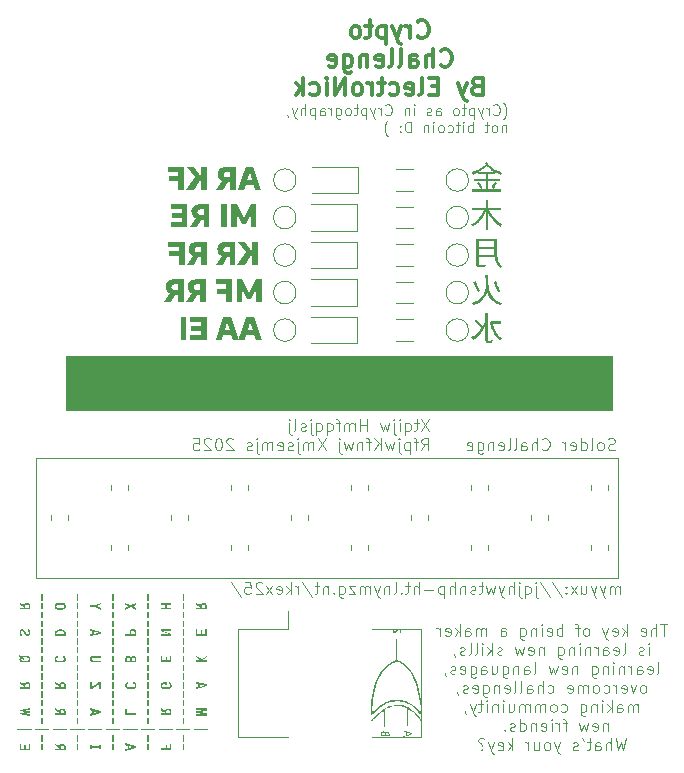
<source format=gbr>
%TF.GenerationSoftware,KiCad,Pcbnew,9.0.6*%
%TF.CreationDate,2025-11-09T23:23:57-08:00*%
%TF.ProjectId,mfzh25_token,6d667a68-3235-45f7-946f-6b656e2e6b69,rev?*%
%TF.SameCoordinates,Original*%
%TF.FileFunction,Legend,Bot*%
%TF.FilePolarity,Positive*%
%FSLAX46Y46*%
G04 Gerber Fmt 4.6, Leading zero omitted, Abs format (unit mm)*
G04 Created by KiCad (PCBNEW 9.0.6) date 2025-11-09 23:23:57*
%MOMM*%
%LPD*%
G01*
G04 APERTURE LIST*
%ADD10C,0.100000*%
%ADD11C,0.125000*%
%ADD12C,0.200000*%
%ADD13C,0.112500*%
%ADD14C,0.300000*%
%ADD15C,0.150000*%
%ADD16C,0.000000*%
%ADD17C,0.120000*%
G04 APERTURE END LIST*
D10*
X99677905Y-133484755D02*
X99106477Y-133484755D01*
X99392191Y-134484755D02*
X99392191Y-133484755D01*
X98773143Y-134484755D02*
X98773143Y-133484755D01*
X98344572Y-134484755D02*
X98344572Y-133960945D01*
X98344572Y-133960945D02*
X98392191Y-133865707D01*
X98392191Y-133865707D02*
X98487429Y-133818088D01*
X98487429Y-133818088D02*
X98630286Y-133818088D01*
X98630286Y-133818088D02*
X98725524Y-133865707D01*
X98725524Y-133865707D02*
X98773143Y-133913326D01*
X97487429Y-134437136D02*
X97582667Y-134484755D01*
X97582667Y-134484755D02*
X97773143Y-134484755D01*
X97773143Y-134484755D02*
X97868381Y-134437136D01*
X97868381Y-134437136D02*
X97916000Y-134341897D01*
X97916000Y-134341897D02*
X97916000Y-133960945D01*
X97916000Y-133960945D02*
X97868381Y-133865707D01*
X97868381Y-133865707D02*
X97773143Y-133818088D01*
X97773143Y-133818088D02*
X97582667Y-133818088D01*
X97582667Y-133818088D02*
X97487429Y-133865707D01*
X97487429Y-133865707D02*
X97439810Y-133960945D01*
X97439810Y-133960945D02*
X97439810Y-134056183D01*
X97439810Y-134056183D02*
X97916000Y-134151421D01*
X96249333Y-134484755D02*
X96249333Y-133484755D01*
X96154095Y-134103802D02*
X95868381Y-134484755D01*
X95868381Y-133818088D02*
X96249333Y-134199040D01*
X95058857Y-134437136D02*
X95154095Y-134484755D01*
X95154095Y-134484755D02*
X95344571Y-134484755D01*
X95344571Y-134484755D02*
X95439809Y-134437136D01*
X95439809Y-134437136D02*
X95487428Y-134341897D01*
X95487428Y-134341897D02*
X95487428Y-133960945D01*
X95487428Y-133960945D02*
X95439809Y-133865707D01*
X95439809Y-133865707D02*
X95344571Y-133818088D01*
X95344571Y-133818088D02*
X95154095Y-133818088D01*
X95154095Y-133818088D02*
X95058857Y-133865707D01*
X95058857Y-133865707D02*
X95011238Y-133960945D01*
X95011238Y-133960945D02*
X95011238Y-134056183D01*
X95011238Y-134056183D02*
X95487428Y-134151421D01*
X94677904Y-133818088D02*
X94439809Y-134484755D01*
X94201714Y-133818088D02*
X94439809Y-134484755D01*
X94439809Y-134484755D02*
X94535047Y-134722850D01*
X94535047Y-134722850D02*
X94582666Y-134770469D01*
X94582666Y-134770469D02*
X94677904Y-134818088D01*
X92915999Y-134484755D02*
X93011237Y-134437136D01*
X93011237Y-134437136D02*
X93058856Y-134389516D01*
X93058856Y-134389516D02*
X93106475Y-134294278D01*
X93106475Y-134294278D02*
X93106475Y-134008564D01*
X93106475Y-134008564D02*
X93058856Y-133913326D01*
X93058856Y-133913326D02*
X93011237Y-133865707D01*
X93011237Y-133865707D02*
X92915999Y-133818088D01*
X92915999Y-133818088D02*
X92773142Y-133818088D01*
X92773142Y-133818088D02*
X92677904Y-133865707D01*
X92677904Y-133865707D02*
X92630285Y-133913326D01*
X92630285Y-133913326D02*
X92582666Y-134008564D01*
X92582666Y-134008564D02*
X92582666Y-134294278D01*
X92582666Y-134294278D02*
X92630285Y-134389516D01*
X92630285Y-134389516D02*
X92677904Y-134437136D01*
X92677904Y-134437136D02*
X92773142Y-134484755D01*
X92773142Y-134484755D02*
X92915999Y-134484755D01*
X92296951Y-133818088D02*
X91915999Y-133818088D01*
X92154094Y-134484755D02*
X92154094Y-133627612D01*
X92154094Y-133627612D02*
X92106475Y-133532374D01*
X92106475Y-133532374D02*
X92011237Y-133484755D01*
X92011237Y-133484755D02*
X91915999Y-133484755D01*
X90820760Y-134484755D02*
X90820760Y-133484755D01*
X90820760Y-133865707D02*
X90725522Y-133818088D01*
X90725522Y-133818088D02*
X90535046Y-133818088D01*
X90535046Y-133818088D02*
X90439808Y-133865707D01*
X90439808Y-133865707D02*
X90392189Y-133913326D01*
X90392189Y-133913326D02*
X90344570Y-134008564D01*
X90344570Y-134008564D02*
X90344570Y-134294278D01*
X90344570Y-134294278D02*
X90392189Y-134389516D01*
X90392189Y-134389516D02*
X90439808Y-134437136D01*
X90439808Y-134437136D02*
X90535046Y-134484755D01*
X90535046Y-134484755D02*
X90725522Y-134484755D01*
X90725522Y-134484755D02*
X90820760Y-134437136D01*
X89535046Y-134437136D02*
X89630284Y-134484755D01*
X89630284Y-134484755D02*
X89820760Y-134484755D01*
X89820760Y-134484755D02*
X89915998Y-134437136D01*
X89915998Y-134437136D02*
X89963617Y-134341897D01*
X89963617Y-134341897D02*
X89963617Y-133960945D01*
X89963617Y-133960945D02*
X89915998Y-133865707D01*
X89915998Y-133865707D02*
X89820760Y-133818088D01*
X89820760Y-133818088D02*
X89630284Y-133818088D01*
X89630284Y-133818088D02*
X89535046Y-133865707D01*
X89535046Y-133865707D02*
X89487427Y-133960945D01*
X89487427Y-133960945D02*
X89487427Y-134056183D01*
X89487427Y-134056183D02*
X89963617Y-134151421D01*
X89058855Y-134484755D02*
X89058855Y-133818088D01*
X89058855Y-133484755D02*
X89106474Y-133532374D01*
X89106474Y-133532374D02*
X89058855Y-133579993D01*
X89058855Y-133579993D02*
X89011236Y-133532374D01*
X89011236Y-133532374D02*
X89058855Y-133484755D01*
X89058855Y-133484755D02*
X89058855Y-133579993D01*
X88582665Y-133818088D02*
X88582665Y-134484755D01*
X88582665Y-133913326D02*
X88535046Y-133865707D01*
X88535046Y-133865707D02*
X88439808Y-133818088D01*
X88439808Y-133818088D02*
X88296951Y-133818088D01*
X88296951Y-133818088D02*
X88201713Y-133865707D01*
X88201713Y-133865707D02*
X88154094Y-133960945D01*
X88154094Y-133960945D02*
X88154094Y-134484755D01*
X87249332Y-133818088D02*
X87249332Y-134627612D01*
X87249332Y-134627612D02*
X87296951Y-134722850D01*
X87296951Y-134722850D02*
X87344570Y-134770469D01*
X87344570Y-134770469D02*
X87439808Y-134818088D01*
X87439808Y-134818088D02*
X87582665Y-134818088D01*
X87582665Y-134818088D02*
X87677903Y-134770469D01*
X87249332Y-134437136D02*
X87344570Y-134484755D01*
X87344570Y-134484755D02*
X87535046Y-134484755D01*
X87535046Y-134484755D02*
X87630284Y-134437136D01*
X87630284Y-134437136D02*
X87677903Y-134389516D01*
X87677903Y-134389516D02*
X87725522Y-134294278D01*
X87725522Y-134294278D02*
X87725522Y-134008564D01*
X87725522Y-134008564D02*
X87677903Y-133913326D01*
X87677903Y-133913326D02*
X87630284Y-133865707D01*
X87630284Y-133865707D02*
X87535046Y-133818088D01*
X87535046Y-133818088D02*
X87344570Y-133818088D01*
X87344570Y-133818088D02*
X87249332Y-133865707D01*
X85582665Y-134484755D02*
X85582665Y-133960945D01*
X85582665Y-133960945D02*
X85630284Y-133865707D01*
X85630284Y-133865707D02*
X85725522Y-133818088D01*
X85725522Y-133818088D02*
X85915998Y-133818088D01*
X85915998Y-133818088D02*
X86011236Y-133865707D01*
X85582665Y-134437136D02*
X85677903Y-134484755D01*
X85677903Y-134484755D02*
X85915998Y-134484755D01*
X85915998Y-134484755D02*
X86011236Y-134437136D01*
X86011236Y-134437136D02*
X86058855Y-134341897D01*
X86058855Y-134341897D02*
X86058855Y-134246659D01*
X86058855Y-134246659D02*
X86011236Y-134151421D01*
X86011236Y-134151421D02*
X85915998Y-134103802D01*
X85915998Y-134103802D02*
X85677903Y-134103802D01*
X85677903Y-134103802D02*
X85582665Y-134056183D01*
X84344569Y-134484755D02*
X84344569Y-133818088D01*
X84344569Y-133913326D02*
X84296950Y-133865707D01*
X84296950Y-133865707D02*
X84201712Y-133818088D01*
X84201712Y-133818088D02*
X84058855Y-133818088D01*
X84058855Y-133818088D02*
X83963617Y-133865707D01*
X83963617Y-133865707D02*
X83915998Y-133960945D01*
X83915998Y-133960945D02*
X83915998Y-134484755D01*
X83915998Y-133960945D02*
X83868379Y-133865707D01*
X83868379Y-133865707D02*
X83773141Y-133818088D01*
X83773141Y-133818088D02*
X83630284Y-133818088D01*
X83630284Y-133818088D02*
X83535045Y-133865707D01*
X83535045Y-133865707D02*
X83487426Y-133960945D01*
X83487426Y-133960945D02*
X83487426Y-134484755D01*
X82582665Y-134484755D02*
X82582665Y-133960945D01*
X82582665Y-133960945D02*
X82630284Y-133865707D01*
X82630284Y-133865707D02*
X82725522Y-133818088D01*
X82725522Y-133818088D02*
X82915998Y-133818088D01*
X82915998Y-133818088D02*
X83011236Y-133865707D01*
X82582665Y-134437136D02*
X82677903Y-134484755D01*
X82677903Y-134484755D02*
X82915998Y-134484755D01*
X82915998Y-134484755D02*
X83011236Y-134437136D01*
X83011236Y-134437136D02*
X83058855Y-134341897D01*
X83058855Y-134341897D02*
X83058855Y-134246659D01*
X83058855Y-134246659D02*
X83011236Y-134151421D01*
X83011236Y-134151421D02*
X82915998Y-134103802D01*
X82915998Y-134103802D02*
X82677903Y-134103802D01*
X82677903Y-134103802D02*
X82582665Y-134056183D01*
X82106474Y-134484755D02*
X82106474Y-133484755D01*
X82011236Y-134103802D02*
X81725522Y-134484755D01*
X81725522Y-133818088D02*
X82106474Y-134199040D01*
X80915998Y-134437136D02*
X81011236Y-134484755D01*
X81011236Y-134484755D02*
X81201712Y-134484755D01*
X81201712Y-134484755D02*
X81296950Y-134437136D01*
X81296950Y-134437136D02*
X81344569Y-134341897D01*
X81344569Y-134341897D02*
X81344569Y-133960945D01*
X81344569Y-133960945D02*
X81296950Y-133865707D01*
X81296950Y-133865707D02*
X81201712Y-133818088D01*
X81201712Y-133818088D02*
X81011236Y-133818088D01*
X81011236Y-133818088D02*
X80915998Y-133865707D01*
X80915998Y-133865707D02*
X80868379Y-133960945D01*
X80868379Y-133960945D02*
X80868379Y-134056183D01*
X80868379Y-134056183D02*
X81344569Y-134151421D01*
X80439807Y-134484755D02*
X80439807Y-133818088D01*
X80439807Y-134008564D02*
X80392188Y-133913326D01*
X80392188Y-133913326D02*
X80344569Y-133865707D01*
X80344569Y-133865707D02*
X80249331Y-133818088D01*
X80249331Y-133818088D02*
X80154093Y-133818088D01*
X98130286Y-136094699D02*
X98130286Y-135428032D01*
X98130286Y-135094699D02*
X98177905Y-135142318D01*
X98177905Y-135142318D02*
X98130286Y-135189937D01*
X98130286Y-135189937D02*
X98082667Y-135142318D01*
X98082667Y-135142318D02*
X98130286Y-135094699D01*
X98130286Y-135094699D02*
X98130286Y-135189937D01*
X97701715Y-136047080D02*
X97606477Y-136094699D01*
X97606477Y-136094699D02*
X97416001Y-136094699D01*
X97416001Y-136094699D02*
X97320763Y-136047080D01*
X97320763Y-136047080D02*
X97273144Y-135951841D01*
X97273144Y-135951841D02*
X97273144Y-135904222D01*
X97273144Y-135904222D02*
X97320763Y-135808984D01*
X97320763Y-135808984D02*
X97416001Y-135761365D01*
X97416001Y-135761365D02*
X97558858Y-135761365D01*
X97558858Y-135761365D02*
X97654096Y-135713746D01*
X97654096Y-135713746D02*
X97701715Y-135618508D01*
X97701715Y-135618508D02*
X97701715Y-135570889D01*
X97701715Y-135570889D02*
X97654096Y-135475651D01*
X97654096Y-135475651D02*
X97558858Y-135428032D01*
X97558858Y-135428032D02*
X97416001Y-135428032D01*
X97416001Y-135428032D02*
X97320763Y-135475651D01*
X95939810Y-136094699D02*
X96035048Y-136047080D01*
X96035048Y-136047080D02*
X96082667Y-135951841D01*
X96082667Y-135951841D02*
X96082667Y-135094699D01*
X95177905Y-136047080D02*
X95273143Y-136094699D01*
X95273143Y-136094699D02*
X95463619Y-136094699D01*
X95463619Y-136094699D02*
X95558857Y-136047080D01*
X95558857Y-136047080D02*
X95606476Y-135951841D01*
X95606476Y-135951841D02*
X95606476Y-135570889D01*
X95606476Y-135570889D02*
X95558857Y-135475651D01*
X95558857Y-135475651D02*
X95463619Y-135428032D01*
X95463619Y-135428032D02*
X95273143Y-135428032D01*
X95273143Y-135428032D02*
X95177905Y-135475651D01*
X95177905Y-135475651D02*
X95130286Y-135570889D01*
X95130286Y-135570889D02*
X95130286Y-135666127D01*
X95130286Y-135666127D02*
X95606476Y-135761365D01*
X94273143Y-136094699D02*
X94273143Y-135570889D01*
X94273143Y-135570889D02*
X94320762Y-135475651D01*
X94320762Y-135475651D02*
X94416000Y-135428032D01*
X94416000Y-135428032D02*
X94606476Y-135428032D01*
X94606476Y-135428032D02*
X94701714Y-135475651D01*
X94273143Y-136047080D02*
X94368381Y-136094699D01*
X94368381Y-136094699D02*
X94606476Y-136094699D01*
X94606476Y-136094699D02*
X94701714Y-136047080D01*
X94701714Y-136047080D02*
X94749333Y-135951841D01*
X94749333Y-135951841D02*
X94749333Y-135856603D01*
X94749333Y-135856603D02*
X94701714Y-135761365D01*
X94701714Y-135761365D02*
X94606476Y-135713746D01*
X94606476Y-135713746D02*
X94368381Y-135713746D01*
X94368381Y-135713746D02*
X94273143Y-135666127D01*
X93796952Y-136094699D02*
X93796952Y-135428032D01*
X93796952Y-135618508D02*
X93749333Y-135523270D01*
X93749333Y-135523270D02*
X93701714Y-135475651D01*
X93701714Y-135475651D02*
X93606476Y-135428032D01*
X93606476Y-135428032D02*
X93511238Y-135428032D01*
X93177904Y-135428032D02*
X93177904Y-136094699D01*
X93177904Y-135523270D02*
X93130285Y-135475651D01*
X93130285Y-135475651D02*
X93035047Y-135428032D01*
X93035047Y-135428032D02*
X92892190Y-135428032D01*
X92892190Y-135428032D02*
X92796952Y-135475651D01*
X92796952Y-135475651D02*
X92749333Y-135570889D01*
X92749333Y-135570889D02*
X92749333Y-136094699D01*
X92273142Y-136094699D02*
X92273142Y-135428032D01*
X92273142Y-135094699D02*
X92320761Y-135142318D01*
X92320761Y-135142318D02*
X92273142Y-135189937D01*
X92273142Y-135189937D02*
X92225523Y-135142318D01*
X92225523Y-135142318D02*
X92273142Y-135094699D01*
X92273142Y-135094699D02*
X92273142Y-135189937D01*
X91796952Y-135428032D02*
X91796952Y-136094699D01*
X91796952Y-135523270D02*
X91749333Y-135475651D01*
X91749333Y-135475651D02*
X91654095Y-135428032D01*
X91654095Y-135428032D02*
X91511238Y-135428032D01*
X91511238Y-135428032D02*
X91416000Y-135475651D01*
X91416000Y-135475651D02*
X91368381Y-135570889D01*
X91368381Y-135570889D02*
X91368381Y-136094699D01*
X90463619Y-135428032D02*
X90463619Y-136237556D01*
X90463619Y-136237556D02*
X90511238Y-136332794D01*
X90511238Y-136332794D02*
X90558857Y-136380413D01*
X90558857Y-136380413D02*
X90654095Y-136428032D01*
X90654095Y-136428032D02*
X90796952Y-136428032D01*
X90796952Y-136428032D02*
X90892190Y-136380413D01*
X90463619Y-136047080D02*
X90558857Y-136094699D01*
X90558857Y-136094699D02*
X90749333Y-136094699D01*
X90749333Y-136094699D02*
X90844571Y-136047080D01*
X90844571Y-136047080D02*
X90892190Y-135999460D01*
X90892190Y-135999460D02*
X90939809Y-135904222D01*
X90939809Y-135904222D02*
X90939809Y-135618508D01*
X90939809Y-135618508D02*
X90892190Y-135523270D01*
X90892190Y-135523270D02*
X90844571Y-135475651D01*
X90844571Y-135475651D02*
X90749333Y-135428032D01*
X90749333Y-135428032D02*
X90558857Y-135428032D01*
X90558857Y-135428032D02*
X90463619Y-135475651D01*
X89225523Y-135428032D02*
X89225523Y-136094699D01*
X89225523Y-135523270D02*
X89177904Y-135475651D01*
X89177904Y-135475651D02*
X89082666Y-135428032D01*
X89082666Y-135428032D02*
X88939809Y-135428032D01*
X88939809Y-135428032D02*
X88844571Y-135475651D01*
X88844571Y-135475651D02*
X88796952Y-135570889D01*
X88796952Y-135570889D02*
X88796952Y-136094699D01*
X87939809Y-136047080D02*
X88035047Y-136094699D01*
X88035047Y-136094699D02*
X88225523Y-136094699D01*
X88225523Y-136094699D02*
X88320761Y-136047080D01*
X88320761Y-136047080D02*
X88368380Y-135951841D01*
X88368380Y-135951841D02*
X88368380Y-135570889D01*
X88368380Y-135570889D02*
X88320761Y-135475651D01*
X88320761Y-135475651D02*
X88225523Y-135428032D01*
X88225523Y-135428032D02*
X88035047Y-135428032D01*
X88035047Y-135428032D02*
X87939809Y-135475651D01*
X87939809Y-135475651D02*
X87892190Y-135570889D01*
X87892190Y-135570889D02*
X87892190Y-135666127D01*
X87892190Y-135666127D02*
X88368380Y-135761365D01*
X87558856Y-135428032D02*
X87368380Y-136094699D01*
X87368380Y-136094699D02*
X87177904Y-135618508D01*
X87177904Y-135618508D02*
X86987428Y-136094699D01*
X86987428Y-136094699D02*
X86796952Y-135428032D01*
X85701713Y-136047080D02*
X85606475Y-136094699D01*
X85606475Y-136094699D02*
X85415999Y-136094699D01*
X85415999Y-136094699D02*
X85320761Y-136047080D01*
X85320761Y-136047080D02*
X85273142Y-135951841D01*
X85273142Y-135951841D02*
X85273142Y-135904222D01*
X85273142Y-135904222D02*
X85320761Y-135808984D01*
X85320761Y-135808984D02*
X85415999Y-135761365D01*
X85415999Y-135761365D02*
X85558856Y-135761365D01*
X85558856Y-135761365D02*
X85654094Y-135713746D01*
X85654094Y-135713746D02*
X85701713Y-135618508D01*
X85701713Y-135618508D02*
X85701713Y-135570889D01*
X85701713Y-135570889D02*
X85654094Y-135475651D01*
X85654094Y-135475651D02*
X85558856Y-135428032D01*
X85558856Y-135428032D02*
X85415999Y-135428032D01*
X85415999Y-135428032D02*
X85320761Y-135475651D01*
X84844570Y-136094699D02*
X84844570Y-135094699D01*
X84749332Y-135713746D02*
X84463618Y-136094699D01*
X84463618Y-135428032D02*
X84844570Y-135808984D01*
X84035046Y-136094699D02*
X84035046Y-135428032D01*
X84035046Y-135094699D02*
X84082665Y-135142318D01*
X84082665Y-135142318D02*
X84035046Y-135189937D01*
X84035046Y-135189937D02*
X83987427Y-135142318D01*
X83987427Y-135142318D02*
X84035046Y-135094699D01*
X84035046Y-135094699D02*
X84035046Y-135189937D01*
X83415999Y-136094699D02*
X83511237Y-136047080D01*
X83511237Y-136047080D02*
X83558856Y-135951841D01*
X83558856Y-135951841D02*
X83558856Y-135094699D01*
X82892189Y-136094699D02*
X82987427Y-136047080D01*
X82987427Y-136047080D02*
X83035046Y-135951841D01*
X83035046Y-135951841D02*
X83035046Y-135094699D01*
X82558855Y-136047080D02*
X82463617Y-136094699D01*
X82463617Y-136094699D02*
X82273141Y-136094699D01*
X82273141Y-136094699D02*
X82177903Y-136047080D01*
X82177903Y-136047080D02*
X82130284Y-135951841D01*
X82130284Y-135951841D02*
X82130284Y-135904222D01*
X82130284Y-135904222D02*
X82177903Y-135808984D01*
X82177903Y-135808984D02*
X82273141Y-135761365D01*
X82273141Y-135761365D02*
X82415998Y-135761365D01*
X82415998Y-135761365D02*
X82511236Y-135713746D01*
X82511236Y-135713746D02*
X82558855Y-135618508D01*
X82558855Y-135618508D02*
X82558855Y-135570889D01*
X82558855Y-135570889D02*
X82511236Y-135475651D01*
X82511236Y-135475651D02*
X82415998Y-135428032D01*
X82415998Y-135428032D02*
X82273141Y-135428032D01*
X82273141Y-135428032D02*
X82177903Y-135475651D01*
X81654093Y-136047080D02*
X81654093Y-136094699D01*
X81654093Y-136094699D02*
X81701712Y-136189937D01*
X81701712Y-136189937D02*
X81749331Y-136237556D01*
X98796953Y-137704643D02*
X98892191Y-137657024D01*
X98892191Y-137657024D02*
X98939810Y-137561785D01*
X98939810Y-137561785D02*
X98939810Y-136704643D01*
X98035048Y-137657024D02*
X98130286Y-137704643D01*
X98130286Y-137704643D02*
X98320762Y-137704643D01*
X98320762Y-137704643D02*
X98416000Y-137657024D01*
X98416000Y-137657024D02*
X98463619Y-137561785D01*
X98463619Y-137561785D02*
X98463619Y-137180833D01*
X98463619Y-137180833D02*
X98416000Y-137085595D01*
X98416000Y-137085595D02*
X98320762Y-137037976D01*
X98320762Y-137037976D02*
X98130286Y-137037976D01*
X98130286Y-137037976D02*
X98035048Y-137085595D01*
X98035048Y-137085595D02*
X97987429Y-137180833D01*
X97987429Y-137180833D02*
X97987429Y-137276071D01*
X97987429Y-137276071D02*
X98463619Y-137371309D01*
X97130286Y-137704643D02*
X97130286Y-137180833D01*
X97130286Y-137180833D02*
X97177905Y-137085595D01*
X97177905Y-137085595D02*
X97273143Y-137037976D01*
X97273143Y-137037976D02*
X97463619Y-137037976D01*
X97463619Y-137037976D02*
X97558857Y-137085595D01*
X97130286Y-137657024D02*
X97225524Y-137704643D01*
X97225524Y-137704643D02*
X97463619Y-137704643D01*
X97463619Y-137704643D02*
X97558857Y-137657024D01*
X97558857Y-137657024D02*
X97606476Y-137561785D01*
X97606476Y-137561785D02*
X97606476Y-137466547D01*
X97606476Y-137466547D02*
X97558857Y-137371309D01*
X97558857Y-137371309D02*
X97463619Y-137323690D01*
X97463619Y-137323690D02*
X97225524Y-137323690D01*
X97225524Y-137323690D02*
X97130286Y-137276071D01*
X96654095Y-137704643D02*
X96654095Y-137037976D01*
X96654095Y-137228452D02*
X96606476Y-137133214D01*
X96606476Y-137133214D02*
X96558857Y-137085595D01*
X96558857Y-137085595D02*
X96463619Y-137037976D01*
X96463619Y-137037976D02*
X96368381Y-137037976D01*
X96035047Y-137037976D02*
X96035047Y-137704643D01*
X96035047Y-137133214D02*
X95987428Y-137085595D01*
X95987428Y-137085595D02*
X95892190Y-137037976D01*
X95892190Y-137037976D02*
X95749333Y-137037976D01*
X95749333Y-137037976D02*
X95654095Y-137085595D01*
X95654095Y-137085595D02*
X95606476Y-137180833D01*
X95606476Y-137180833D02*
X95606476Y-137704643D01*
X95130285Y-137704643D02*
X95130285Y-137037976D01*
X95130285Y-136704643D02*
X95177904Y-136752262D01*
X95177904Y-136752262D02*
X95130285Y-136799881D01*
X95130285Y-136799881D02*
X95082666Y-136752262D01*
X95082666Y-136752262D02*
X95130285Y-136704643D01*
X95130285Y-136704643D02*
X95130285Y-136799881D01*
X94654095Y-137037976D02*
X94654095Y-137704643D01*
X94654095Y-137133214D02*
X94606476Y-137085595D01*
X94606476Y-137085595D02*
X94511238Y-137037976D01*
X94511238Y-137037976D02*
X94368381Y-137037976D01*
X94368381Y-137037976D02*
X94273143Y-137085595D01*
X94273143Y-137085595D02*
X94225524Y-137180833D01*
X94225524Y-137180833D02*
X94225524Y-137704643D01*
X93320762Y-137037976D02*
X93320762Y-137847500D01*
X93320762Y-137847500D02*
X93368381Y-137942738D01*
X93368381Y-137942738D02*
X93416000Y-137990357D01*
X93416000Y-137990357D02*
X93511238Y-138037976D01*
X93511238Y-138037976D02*
X93654095Y-138037976D01*
X93654095Y-138037976D02*
X93749333Y-137990357D01*
X93320762Y-137657024D02*
X93416000Y-137704643D01*
X93416000Y-137704643D02*
X93606476Y-137704643D01*
X93606476Y-137704643D02*
X93701714Y-137657024D01*
X93701714Y-137657024D02*
X93749333Y-137609404D01*
X93749333Y-137609404D02*
X93796952Y-137514166D01*
X93796952Y-137514166D02*
X93796952Y-137228452D01*
X93796952Y-137228452D02*
X93749333Y-137133214D01*
X93749333Y-137133214D02*
X93701714Y-137085595D01*
X93701714Y-137085595D02*
X93606476Y-137037976D01*
X93606476Y-137037976D02*
X93416000Y-137037976D01*
X93416000Y-137037976D02*
X93320762Y-137085595D01*
X92082666Y-137037976D02*
X92082666Y-137704643D01*
X92082666Y-137133214D02*
X92035047Y-137085595D01*
X92035047Y-137085595D02*
X91939809Y-137037976D01*
X91939809Y-137037976D02*
X91796952Y-137037976D01*
X91796952Y-137037976D02*
X91701714Y-137085595D01*
X91701714Y-137085595D02*
X91654095Y-137180833D01*
X91654095Y-137180833D02*
X91654095Y-137704643D01*
X90796952Y-137657024D02*
X90892190Y-137704643D01*
X90892190Y-137704643D02*
X91082666Y-137704643D01*
X91082666Y-137704643D02*
X91177904Y-137657024D01*
X91177904Y-137657024D02*
X91225523Y-137561785D01*
X91225523Y-137561785D02*
X91225523Y-137180833D01*
X91225523Y-137180833D02*
X91177904Y-137085595D01*
X91177904Y-137085595D02*
X91082666Y-137037976D01*
X91082666Y-137037976D02*
X90892190Y-137037976D01*
X90892190Y-137037976D02*
X90796952Y-137085595D01*
X90796952Y-137085595D02*
X90749333Y-137180833D01*
X90749333Y-137180833D02*
X90749333Y-137276071D01*
X90749333Y-137276071D02*
X91225523Y-137371309D01*
X90415999Y-137037976D02*
X90225523Y-137704643D01*
X90225523Y-137704643D02*
X90035047Y-137228452D01*
X90035047Y-137228452D02*
X89844571Y-137704643D01*
X89844571Y-137704643D02*
X89654095Y-137037976D01*
X88368380Y-137704643D02*
X88463618Y-137657024D01*
X88463618Y-137657024D02*
X88511237Y-137561785D01*
X88511237Y-137561785D02*
X88511237Y-136704643D01*
X87558856Y-137704643D02*
X87558856Y-137180833D01*
X87558856Y-137180833D02*
X87606475Y-137085595D01*
X87606475Y-137085595D02*
X87701713Y-137037976D01*
X87701713Y-137037976D02*
X87892189Y-137037976D01*
X87892189Y-137037976D02*
X87987427Y-137085595D01*
X87558856Y-137657024D02*
X87654094Y-137704643D01*
X87654094Y-137704643D02*
X87892189Y-137704643D01*
X87892189Y-137704643D02*
X87987427Y-137657024D01*
X87987427Y-137657024D02*
X88035046Y-137561785D01*
X88035046Y-137561785D02*
X88035046Y-137466547D01*
X88035046Y-137466547D02*
X87987427Y-137371309D01*
X87987427Y-137371309D02*
X87892189Y-137323690D01*
X87892189Y-137323690D02*
X87654094Y-137323690D01*
X87654094Y-137323690D02*
X87558856Y-137276071D01*
X87082665Y-137037976D02*
X87082665Y-137704643D01*
X87082665Y-137133214D02*
X87035046Y-137085595D01*
X87035046Y-137085595D02*
X86939808Y-137037976D01*
X86939808Y-137037976D02*
X86796951Y-137037976D01*
X86796951Y-137037976D02*
X86701713Y-137085595D01*
X86701713Y-137085595D02*
X86654094Y-137180833D01*
X86654094Y-137180833D02*
X86654094Y-137704643D01*
X85749332Y-137037976D02*
X85749332Y-137847500D01*
X85749332Y-137847500D02*
X85796951Y-137942738D01*
X85796951Y-137942738D02*
X85844570Y-137990357D01*
X85844570Y-137990357D02*
X85939808Y-138037976D01*
X85939808Y-138037976D02*
X86082665Y-138037976D01*
X86082665Y-138037976D02*
X86177903Y-137990357D01*
X85749332Y-137657024D02*
X85844570Y-137704643D01*
X85844570Y-137704643D02*
X86035046Y-137704643D01*
X86035046Y-137704643D02*
X86130284Y-137657024D01*
X86130284Y-137657024D02*
X86177903Y-137609404D01*
X86177903Y-137609404D02*
X86225522Y-137514166D01*
X86225522Y-137514166D02*
X86225522Y-137228452D01*
X86225522Y-137228452D02*
X86177903Y-137133214D01*
X86177903Y-137133214D02*
X86130284Y-137085595D01*
X86130284Y-137085595D02*
X86035046Y-137037976D01*
X86035046Y-137037976D02*
X85844570Y-137037976D01*
X85844570Y-137037976D02*
X85749332Y-137085595D01*
X84844570Y-137037976D02*
X84844570Y-137704643D01*
X85273141Y-137037976D02*
X85273141Y-137561785D01*
X85273141Y-137561785D02*
X85225522Y-137657024D01*
X85225522Y-137657024D02*
X85130284Y-137704643D01*
X85130284Y-137704643D02*
X84987427Y-137704643D01*
X84987427Y-137704643D02*
X84892189Y-137657024D01*
X84892189Y-137657024D02*
X84844570Y-137609404D01*
X83939808Y-137704643D02*
X83939808Y-137180833D01*
X83939808Y-137180833D02*
X83987427Y-137085595D01*
X83987427Y-137085595D02*
X84082665Y-137037976D01*
X84082665Y-137037976D02*
X84273141Y-137037976D01*
X84273141Y-137037976D02*
X84368379Y-137085595D01*
X83939808Y-137657024D02*
X84035046Y-137704643D01*
X84035046Y-137704643D02*
X84273141Y-137704643D01*
X84273141Y-137704643D02*
X84368379Y-137657024D01*
X84368379Y-137657024D02*
X84415998Y-137561785D01*
X84415998Y-137561785D02*
X84415998Y-137466547D01*
X84415998Y-137466547D02*
X84368379Y-137371309D01*
X84368379Y-137371309D02*
X84273141Y-137323690D01*
X84273141Y-137323690D02*
X84035046Y-137323690D01*
X84035046Y-137323690D02*
X83939808Y-137276071D01*
X83035046Y-137037976D02*
X83035046Y-137847500D01*
X83035046Y-137847500D02*
X83082665Y-137942738D01*
X83082665Y-137942738D02*
X83130284Y-137990357D01*
X83130284Y-137990357D02*
X83225522Y-138037976D01*
X83225522Y-138037976D02*
X83368379Y-138037976D01*
X83368379Y-138037976D02*
X83463617Y-137990357D01*
X83035046Y-137657024D02*
X83130284Y-137704643D01*
X83130284Y-137704643D02*
X83320760Y-137704643D01*
X83320760Y-137704643D02*
X83415998Y-137657024D01*
X83415998Y-137657024D02*
X83463617Y-137609404D01*
X83463617Y-137609404D02*
X83511236Y-137514166D01*
X83511236Y-137514166D02*
X83511236Y-137228452D01*
X83511236Y-137228452D02*
X83463617Y-137133214D01*
X83463617Y-137133214D02*
X83415998Y-137085595D01*
X83415998Y-137085595D02*
X83320760Y-137037976D01*
X83320760Y-137037976D02*
X83130284Y-137037976D01*
X83130284Y-137037976D02*
X83035046Y-137085595D01*
X82177903Y-137657024D02*
X82273141Y-137704643D01*
X82273141Y-137704643D02*
X82463617Y-137704643D01*
X82463617Y-137704643D02*
X82558855Y-137657024D01*
X82558855Y-137657024D02*
X82606474Y-137561785D01*
X82606474Y-137561785D02*
X82606474Y-137180833D01*
X82606474Y-137180833D02*
X82558855Y-137085595D01*
X82558855Y-137085595D02*
X82463617Y-137037976D01*
X82463617Y-137037976D02*
X82273141Y-137037976D01*
X82273141Y-137037976D02*
X82177903Y-137085595D01*
X82177903Y-137085595D02*
X82130284Y-137180833D01*
X82130284Y-137180833D02*
X82130284Y-137276071D01*
X82130284Y-137276071D02*
X82606474Y-137371309D01*
X81749331Y-137657024D02*
X81654093Y-137704643D01*
X81654093Y-137704643D02*
X81463617Y-137704643D01*
X81463617Y-137704643D02*
X81368379Y-137657024D01*
X81368379Y-137657024D02*
X81320760Y-137561785D01*
X81320760Y-137561785D02*
X81320760Y-137514166D01*
X81320760Y-137514166D02*
X81368379Y-137418928D01*
X81368379Y-137418928D02*
X81463617Y-137371309D01*
X81463617Y-137371309D02*
X81606474Y-137371309D01*
X81606474Y-137371309D02*
X81701712Y-137323690D01*
X81701712Y-137323690D02*
X81749331Y-137228452D01*
X81749331Y-137228452D02*
X81749331Y-137180833D01*
X81749331Y-137180833D02*
X81701712Y-137085595D01*
X81701712Y-137085595D02*
X81606474Y-137037976D01*
X81606474Y-137037976D02*
X81463617Y-137037976D01*
X81463617Y-137037976D02*
X81368379Y-137085595D01*
X80844569Y-137657024D02*
X80844569Y-137704643D01*
X80844569Y-137704643D02*
X80892188Y-137799881D01*
X80892188Y-137799881D02*
X80939807Y-137847500D01*
X97725524Y-139314587D02*
X97820762Y-139266968D01*
X97820762Y-139266968D02*
X97868381Y-139219348D01*
X97868381Y-139219348D02*
X97916000Y-139124110D01*
X97916000Y-139124110D02*
X97916000Y-138838396D01*
X97916000Y-138838396D02*
X97868381Y-138743158D01*
X97868381Y-138743158D02*
X97820762Y-138695539D01*
X97820762Y-138695539D02*
X97725524Y-138647920D01*
X97725524Y-138647920D02*
X97582667Y-138647920D01*
X97582667Y-138647920D02*
X97487429Y-138695539D01*
X97487429Y-138695539D02*
X97439810Y-138743158D01*
X97439810Y-138743158D02*
X97392191Y-138838396D01*
X97392191Y-138838396D02*
X97392191Y-139124110D01*
X97392191Y-139124110D02*
X97439810Y-139219348D01*
X97439810Y-139219348D02*
X97487429Y-139266968D01*
X97487429Y-139266968D02*
X97582667Y-139314587D01*
X97582667Y-139314587D02*
X97725524Y-139314587D01*
X97058857Y-138647920D02*
X96820762Y-139314587D01*
X96820762Y-139314587D02*
X96582667Y-138647920D01*
X95820762Y-139266968D02*
X95916000Y-139314587D01*
X95916000Y-139314587D02*
X96106476Y-139314587D01*
X96106476Y-139314587D02*
X96201714Y-139266968D01*
X96201714Y-139266968D02*
X96249333Y-139171729D01*
X96249333Y-139171729D02*
X96249333Y-138790777D01*
X96249333Y-138790777D02*
X96201714Y-138695539D01*
X96201714Y-138695539D02*
X96106476Y-138647920D01*
X96106476Y-138647920D02*
X95916000Y-138647920D01*
X95916000Y-138647920D02*
X95820762Y-138695539D01*
X95820762Y-138695539D02*
X95773143Y-138790777D01*
X95773143Y-138790777D02*
X95773143Y-138886015D01*
X95773143Y-138886015D02*
X96249333Y-138981253D01*
X95344571Y-139314587D02*
X95344571Y-138647920D01*
X95344571Y-138838396D02*
X95296952Y-138743158D01*
X95296952Y-138743158D02*
X95249333Y-138695539D01*
X95249333Y-138695539D02*
X95154095Y-138647920D01*
X95154095Y-138647920D02*
X95058857Y-138647920D01*
X94296952Y-139266968D02*
X94392190Y-139314587D01*
X94392190Y-139314587D02*
X94582666Y-139314587D01*
X94582666Y-139314587D02*
X94677904Y-139266968D01*
X94677904Y-139266968D02*
X94725523Y-139219348D01*
X94725523Y-139219348D02*
X94773142Y-139124110D01*
X94773142Y-139124110D02*
X94773142Y-138838396D01*
X94773142Y-138838396D02*
X94725523Y-138743158D01*
X94725523Y-138743158D02*
X94677904Y-138695539D01*
X94677904Y-138695539D02*
X94582666Y-138647920D01*
X94582666Y-138647920D02*
X94392190Y-138647920D01*
X94392190Y-138647920D02*
X94296952Y-138695539D01*
X93725523Y-139314587D02*
X93820761Y-139266968D01*
X93820761Y-139266968D02*
X93868380Y-139219348D01*
X93868380Y-139219348D02*
X93915999Y-139124110D01*
X93915999Y-139124110D02*
X93915999Y-138838396D01*
X93915999Y-138838396D02*
X93868380Y-138743158D01*
X93868380Y-138743158D02*
X93820761Y-138695539D01*
X93820761Y-138695539D02*
X93725523Y-138647920D01*
X93725523Y-138647920D02*
X93582666Y-138647920D01*
X93582666Y-138647920D02*
X93487428Y-138695539D01*
X93487428Y-138695539D02*
X93439809Y-138743158D01*
X93439809Y-138743158D02*
X93392190Y-138838396D01*
X93392190Y-138838396D02*
X93392190Y-139124110D01*
X93392190Y-139124110D02*
X93439809Y-139219348D01*
X93439809Y-139219348D02*
X93487428Y-139266968D01*
X93487428Y-139266968D02*
X93582666Y-139314587D01*
X93582666Y-139314587D02*
X93725523Y-139314587D01*
X92963618Y-139314587D02*
X92963618Y-138647920D01*
X92963618Y-138743158D02*
X92915999Y-138695539D01*
X92915999Y-138695539D02*
X92820761Y-138647920D01*
X92820761Y-138647920D02*
X92677904Y-138647920D01*
X92677904Y-138647920D02*
X92582666Y-138695539D01*
X92582666Y-138695539D02*
X92535047Y-138790777D01*
X92535047Y-138790777D02*
X92535047Y-139314587D01*
X92535047Y-138790777D02*
X92487428Y-138695539D01*
X92487428Y-138695539D02*
X92392190Y-138647920D01*
X92392190Y-138647920D02*
X92249333Y-138647920D01*
X92249333Y-138647920D02*
X92154094Y-138695539D01*
X92154094Y-138695539D02*
X92106475Y-138790777D01*
X92106475Y-138790777D02*
X92106475Y-139314587D01*
X91249333Y-139266968D02*
X91344571Y-139314587D01*
X91344571Y-139314587D02*
X91535047Y-139314587D01*
X91535047Y-139314587D02*
X91630285Y-139266968D01*
X91630285Y-139266968D02*
X91677904Y-139171729D01*
X91677904Y-139171729D02*
X91677904Y-138790777D01*
X91677904Y-138790777D02*
X91630285Y-138695539D01*
X91630285Y-138695539D02*
X91535047Y-138647920D01*
X91535047Y-138647920D02*
X91344571Y-138647920D01*
X91344571Y-138647920D02*
X91249333Y-138695539D01*
X91249333Y-138695539D02*
X91201714Y-138790777D01*
X91201714Y-138790777D02*
X91201714Y-138886015D01*
X91201714Y-138886015D02*
X91677904Y-138981253D01*
X89582666Y-139266968D02*
X89677904Y-139314587D01*
X89677904Y-139314587D02*
X89868380Y-139314587D01*
X89868380Y-139314587D02*
X89963618Y-139266968D01*
X89963618Y-139266968D02*
X90011237Y-139219348D01*
X90011237Y-139219348D02*
X90058856Y-139124110D01*
X90058856Y-139124110D02*
X90058856Y-138838396D01*
X90058856Y-138838396D02*
X90011237Y-138743158D01*
X90011237Y-138743158D02*
X89963618Y-138695539D01*
X89963618Y-138695539D02*
X89868380Y-138647920D01*
X89868380Y-138647920D02*
X89677904Y-138647920D01*
X89677904Y-138647920D02*
X89582666Y-138695539D01*
X89154094Y-139314587D02*
X89154094Y-138314587D01*
X88725523Y-139314587D02*
X88725523Y-138790777D01*
X88725523Y-138790777D02*
X88773142Y-138695539D01*
X88773142Y-138695539D02*
X88868380Y-138647920D01*
X88868380Y-138647920D02*
X89011237Y-138647920D01*
X89011237Y-138647920D02*
X89106475Y-138695539D01*
X89106475Y-138695539D02*
X89154094Y-138743158D01*
X87820761Y-139314587D02*
X87820761Y-138790777D01*
X87820761Y-138790777D02*
X87868380Y-138695539D01*
X87868380Y-138695539D02*
X87963618Y-138647920D01*
X87963618Y-138647920D02*
X88154094Y-138647920D01*
X88154094Y-138647920D02*
X88249332Y-138695539D01*
X87820761Y-139266968D02*
X87915999Y-139314587D01*
X87915999Y-139314587D02*
X88154094Y-139314587D01*
X88154094Y-139314587D02*
X88249332Y-139266968D01*
X88249332Y-139266968D02*
X88296951Y-139171729D01*
X88296951Y-139171729D02*
X88296951Y-139076491D01*
X88296951Y-139076491D02*
X88249332Y-138981253D01*
X88249332Y-138981253D02*
X88154094Y-138933634D01*
X88154094Y-138933634D02*
X87915999Y-138933634D01*
X87915999Y-138933634D02*
X87820761Y-138886015D01*
X87201713Y-139314587D02*
X87296951Y-139266968D01*
X87296951Y-139266968D02*
X87344570Y-139171729D01*
X87344570Y-139171729D02*
X87344570Y-138314587D01*
X86677903Y-139314587D02*
X86773141Y-139266968D01*
X86773141Y-139266968D02*
X86820760Y-139171729D01*
X86820760Y-139171729D02*
X86820760Y-138314587D01*
X85915998Y-139266968D02*
X86011236Y-139314587D01*
X86011236Y-139314587D02*
X86201712Y-139314587D01*
X86201712Y-139314587D02*
X86296950Y-139266968D01*
X86296950Y-139266968D02*
X86344569Y-139171729D01*
X86344569Y-139171729D02*
X86344569Y-138790777D01*
X86344569Y-138790777D02*
X86296950Y-138695539D01*
X86296950Y-138695539D02*
X86201712Y-138647920D01*
X86201712Y-138647920D02*
X86011236Y-138647920D01*
X86011236Y-138647920D02*
X85915998Y-138695539D01*
X85915998Y-138695539D02*
X85868379Y-138790777D01*
X85868379Y-138790777D02*
X85868379Y-138886015D01*
X85868379Y-138886015D02*
X86344569Y-138981253D01*
X85439807Y-138647920D02*
X85439807Y-139314587D01*
X85439807Y-138743158D02*
X85392188Y-138695539D01*
X85392188Y-138695539D02*
X85296950Y-138647920D01*
X85296950Y-138647920D02*
X85154093Y-138647920D01*
X85154093Y-138647920D02*
X85058855Y-138695539D01*
X85058855Y-138695539D02*
X85011236Y-138790777D01*
X85011236Y-138790777D02*
X85011236Y-139314587D01*
X84106474Y-138647920D02*
X84106474Y-139457444D01*
X84106474Y-139457444D02*
X84154093Y-139552682D01*
X84154093Y-139552682D02*
X84201712Y-139600301D01*
X84201712Y-139600301D02*
X84296950Y-139647920D01*
X84296950Y-139647920D02*
X84439807Y-139647920D01*
X84439807Y-139647920D02*
X84535045Y-139600301D01*
X84106474Y-139266968D02*
X84201712Y-139314587D01*
X84201712Y-139314587D02*
X84392188Y-139314587D01*
X84392188Y-139314587D02*
X84487426Y-139266968D01*
X84487426Y-139266968D02*
X84535045Y-139219348D01*
X84535045Y-139219348D02*
X84582664Y-139124110D01*
X84582664Y-139124110D02*
X84582664Y-138838396D01*
X84582664Y-138838396D02*
X84535045Y-138743158D01*
X84535045Y-138743158D02*
X84487426Y-138695539D01*
X84487426Y-138695539D02*
X84392188Y-138647920D01*
X84392188Y-138647920D02*
X84201712Y-138647920D01*
X84201712Y-138647920D02*
X84106474Y-138695539D01*
X83249331Y-139266968D02*
X83344569Y-139314587D01*
X83344569Y-139314587D02*
X83535045Y-139314587D01*
X83535045Y-139314587D02*
X83630283Y-139266968D01*
X83630283Y-139266968D02*
X83677902Y-139171729D01*
X83677902Y-139171729D02*
X83677902Y-138790777D01*
X83677902Y-138790777D02*
X83630283Y-138695539D01*
X83630283Y-138695539D02*
X83535045Y-138647920D01*
X83535045Y-138647920D02*
X83344569Y-138647920D01*
X83344569Y-138647920D02*
X83249331Y-138695539D01*
X83249331Y-138695539D02*
X83201712Y-138790777D01*
X83201712Y-138790777D02*
X83201712Y-138886015D01*
X83201712Y-138886015D02*
X83677902Y-138981253D01*
X82820759Y-139266968D02*
X82725521Y-139314587D01*
X82725521Y-139314587D02*
X82535045Y-139314587D01*
X82535045Y-139314587D02*
X82439807Y-139266968D01*
X82439807Y-139266968D02*
X82392188Y-139171729D01*
X82392188Y-139171729D02*
X82392188Y-139124110D01*
X82392188Y-139124110D02*
X82439807Y-139028872D01*
X82439807Y-139028872D02*
X82535045Y-138981253D01*
X82535045Y-138981253D02*
X82677902Y-138981253D01*
X82677902Y-138981253D02*
X82773140Y-138933634D01*
X82773140Y-138933634D02*
X82820759Y-138838396D01*
X82820759Y-138838396D02*
X82820759Y-138790777D01*
X82820759Y-138790777D02*
X82773140Y-138695539D01*
X82773140Y-138695539D02*
X82677902Y-138647920D01*
X82677902Y-138647920D02*
X82535045Y-138647920D01*
X82535045Y-138647920D02*
X82439807Y-138695539D01*
X81915997Y-139266968D02*
X81915997Y-139314587D01*
X81915997Y-139314587D02*
X81963616Y-139409825D01*
X81963616Y-139409825D02*
X82011235Y-139457444D01*
X97225522Y-140924531D02*
X97225522Y-140257864D01*
X97225522Y-140353102D02*
X97177903Y-140305483D01*
X97177903Y-140305483D02*
X97082665Y-140257864D01*
X97082665Y-140257864D02*
X96939808Y-140257864D01*
X96939808Y-140257864D02*
X96844570Y-140305483D01*
X96844570Y-140305483D02*
X96796951Y-140400721D01*
X96796951Y-140400721D02*
X96796951Y-140924531D01*
X96796951Y-140400721D02*
X96749332Y-140305483D01*
X96749332Y-140305483D02*
X96654094Y-140257864D01*
X96654094Y-140257864D02*
X96511237Y-140257864D01*
X96511237Y-140257864D02*
X96415998Y-140305483D01*
X96415998Y-140305483D02*
X96368379Y-140400721D01*
X96368379Y-140400721D02*
X96368379Y-140924531D01*
X95463618Y-140924531D02*
X95463618Y-140400721D01*
X95463618Y-140400721D02*
X95511237Y-140305483D01*
X95511237Y-140305483D02*
X95606475Y-140257864D01*
X95606475Y-140257864D02*
X95796951Y-140257864D01*
X95796951Y-140257864D02*
X95892189Y-140305483D01*
X95463618Y-140876912D02*
X95558856Y-140924531D01*
X95558856Y-140924531D02*
X95796951Y-140924531D01*
X95796951Y-140924531D02*
X95892189Y-140876912D01*
X95892189Y-140876912D02*
X95939808Y-140781673D01*
X95939808Y-140781673D02*
X95939808Y-140686435D01*
X95939808Y-140686435D02*
X95892189Y-140591197D01*
X95892189Y-140591197D02*
X95796951Y-140543578D01*
X95796951Y-140543578D02*
X95558856Y-140543578D01*
X95558856Y-140543578D02*
X95463618Y-140495959D01*
X94987427Y-140924531D02*
X94987427Y-139924531D01*
X94892189Y-140543578D02*
X94606475Y-140924531D01*
X94606475Y-140257864D02*
X94987427Y-140638816D01*
X94177903Y-140924531D02*
X94177903Y-140257864D01*
X94177903Y-139924531D02*
X94225522Y-139972150D01*
X94225522Y-139972150D02*
X94177903Y-140019769D01*
X94177903Y-140019769D02*
X94130284Y-139972150D01*
X94130284Y-139972150D02*
X94177903Y-139924531D01*
X94177903Y-139924531D02*
X94177903Y-140019769D01*
X93701713Y-140257864D02*
X93701713Y-140924531D01*
X93701713Y-140353102D02*
X93654094Y-140305483D01*
X93654094Y-140305483D02*
X93558856Y-140257864D01*
X93558856Y-140257864D02*
X93415999Y-140257864D01*
X93415999Y-140257864D02*
X93320761Y-140305483D01*
X93320761Y-140305483D02*
X93273142Y-140400721D01*
X93273142Y-140400721D02*
X93273142Y-140924531D01*
X92368380Y-140257864D02*
X92368380Y-141067388D01*
X92368380Y-141067388D02*
X92415999Y-141162626D01*
X92415999Y-141162626D02*
X92463618Y-141210245D01*
X92463618Y-141210245D02*
X92558856Y-141257864D01*
X92558856Y-141257864D02*
X92701713Y-141257864D01*
X92701713Y-141257864D02*
X92796951Y-141210245D01*
X92368380Y-140876912D02*
X92463618Y-140924531D01*
X92463618Y-140924531D02*
X92654094Y-140924531D01*
X92654094Y-140924531D02*
X92749332Y-140876912D01*
X92749332Y-140876912D02*
X92796951Y-140829292D01*
X92796951Y-140829292D02*
X92844570Y-140734054D01*
X92844570Y-140734054D02*
X92844570Y-140448340D01*
X92844570Y-140448340D02*
X92796951Y-140353102D01*
X92796951Y-140353102D02*
X92749332Y-140305483D01*
X92749332Y-140305483D02*
X92654094Y-140257864D01*
X92654094Y-140257864D02*
X92463618Y-140257864D01*
X92463618Y-140257864D02*
X92368380Y-140305483D01*
X90701713Y-140876912D02*
X90796951Y-140924531D01*
X90796951Y-140924531D02*
X90987427Y-140924531D01*
X90987427Y-140924531D02*
X91082665Y-140876912D01*
X91082665Y-140876912D02*
X91130284Y-140829292D01*
X91130284Y-140829292D02*
X91177903Y-140734054D01*
X91177903Y-140734054D02*
X91177903Y-140448340D01*
X91177903Y-140448340D02*
X91130284Y-140353102D01*
X91130284Y-140353102D02*
X91082665Y-140305483D01*
X91082665Y-140305483D02*
X90987427Y-140257864D01*
X90987427Y-140257864D02*
X90796951Y-140257864D01*
X90796951Y-140257864D02*
X90701713Y-140305483D01*
X90130284Y-140924531D02*
X90225522Y-140876912D01*
X90225522Y-140876912D02*
X90273141Y-140829292D01*
X90273141Y-140829292D02*
X90320760Y-140734054D01*
X90320760Y-140734054D02*
X90320760Y-140448340D01*
X90320760Y-140448340D02*
X90273141Y-140353102D01*
X90273141Y-140353102D02*
X90225522Y-140305483D01*
X90225522Y-140305483D02*
X90130284Y-140257864D01*
X90130284Y-140257864D02*
X89987427Y-140257864D01*
X89987427Y-140257864D02*
X89892189Y-140305483D01*
X89892189Y-140305483D02*
X89844570Y-140353102D01*
X89844570Y-140353102D02*
X89796951Y-140448340D01*
X89796951Y-140448340D02*
X89796951Y-140734054D01*
X89796951Y-140734054D02*
X89844570Y-140829292D01*
X89844570Y-140829292D02*
X89892189Y-140876912D01*
X89892189Y-140876912D02*
X89987427Y-140924531D01*
X89987427Y-140924531D02*
X90130284Y-140924531D01*
X89368379Y-140924531D02*
X89368379Y-140257864D01*
X89368379Y-140353102D02*
X89320760Y-140305483D01*
X89320760Y-140305483D02*
X89225522Y-140257864D01*
X89225522Y-140257864D02*
X89082665Y-140257864D01*
X89082665Y-140257864D02*
X88987427Y-140305483D01*
X88987427Y-140305483D02*
X88939808Y-140400721D01*
X88939808Y-140400721D02*
X88939808Y-140924531D01*
X88939808Y-140400721D02*
X88892189Y-140305483D01*
X88892189Y-140305483D02*
X88796951Y-140257864D01*
X88796951Y-140257864D02*
X88654094Y-140257864D01*
X88654094Y-140257864D02*
X88558855Y-140305483D01*
X88558855Y-140305483D02*
X88511236Y-140400721D01*
X88511236Y-140400721D02*
X88511236Y-140924531D01*
X88035046Y-140924531D02*
X88035046Y-140257864D01*
X88035046Y-140353102D02*
X87987427Y-140305483D01*
X87987427Y-140305483D02*
X87892189Y-140257864D01*
X87892189Y-140257864D02*
X87749332Y-140257864D01*
X87749332Y-140257864D02*
X87654094Y-140305483D01*
X87654094Y-140305483D02*
X87606475Y-140400721D01*
X87606475Y-140400721D02*
X87606475Y-140924531D01*
X87606475Y-140400721D02*
X87558856Y-140305483D01*
X87558856Y-140305483D02*
X87463618Y-140257864D01*
X87463618Y-140257864D02*
X87320761Y-140257864D01*
X87320761Y-140257864D02*
X87225522Y-140305483D01*
X87225522Y-140305483D02*
X87177903Y-140400721D01*
X87177903Y-140400721D02*
X87177903Y-140924531D01*
X86273142Y-140257864D02*
X86273142Y-140924531D01*
X86701713Y-140257864D02*
X86701713Y-140781673D01*
X86701713Y-140781673D02*
X86654094Y-140876912D01*
X86654094Y-140876912D02*
X86558856Y-140924531D01*
X86558856Y-140924531D02*
X86415999Y-140924531D01*
X86415999Y-140924531D02*
X86320761Y-140876912D01*
X86320761Y-140876912D02*
X86273142Y-140829292D01*
X85796951Y-140924531D02*
X85796951Y-140257864D01*
X85796951Y-139924531D02*
X85844570Y-139972150D01*
X85844570Y-139972150D02*
X85796951Y-140019769D01*
X85796951Y-140019769D02*
X85749332Y-139972150D01*
X85749332Y-139972150D02*
X85796951Y-139924531D01*
X85796951Y-139924531D02*
X85796951Y-140019769D01*
X85320761Y-140257864D02*
X85320761Y-140924531D01*
X85320761Y-140353102D02*
X85273142Y-140305483D01*
X85273142Y-140305483D02*
X85177904Y-140257864D01*
X85177904Y-140257864D02*
X85035047Y-140257864D01*
X85035047Y-140257864D02*
X84939809Y-140305483D01*
X84939809Y-140305483D02*
X84892190Y-140400721D01*
X84892190Y-140400721D02*
X84892190Y-140924531D01*
X84415999Y-140924531D02*
X84415999Y-140257864D01*
X84415999Y-139924531D02*
X84463618Y-139972150D01*
X84463618Y-139972150D02*
X84415999Y-140019769D01*
X84415999Y-140019769D02*
X84368380Y-139972150D01*
X84368380Y-139972150D02*
X84415999Y-139924531D01*
X84415999Y-139924531D02*
X84415999Y-140019769D01*
X84082666Y-140257864D02*
X83701714Y-140257864D01*
X83939809Y-139924531D02*
X83939809Y-140781673D01*
X83939809Y-140781673D02*
X83892190Y-140876912D01*
X83892190Y-140876912D02*
X83796952Y-140924531D01*
X83796952Y-140924531D02*
X83701714Y-140924531D01*
X83463618Y-140257864D02*
X83225523Y-140924531D01*
X82987428Y-140257864D02*
X83225523Y-140924531D01*
X83225523Y-140924531D02*
X83320761Y-141162626D01*
X83320761Y-141162626D02*
X83368380Y-141210245D01*
X83368380Y-141210245D02*
X83463618Y-141257864D01*
X82558856Y-140876912D02*
X82558856Y-140924531D01*
X82558856Y-140924531D02*
X82606475Y-141019769D01*
X82606475Y-141019769D02*
X82654094Y-141067388D01*
X94654095Y-141867808D02*
X94654095Y-142534475D01*
X94654095Y-141963046D02*
X94606476Y-141915427D01*
X94606476Y-141915427D02*
X94511238Y-141867808D01*
X94511238Y-141867808D02*
X94368381Y-141867808D01*
X94368381Y-141867808D02*
X94273143Y-141915427D01*
X94273143Y-141915427D02*
X94225524Y-142010665D01*
X94225524Y-142010665D02*
X94225524Y-142534475D01*
X93368381Y-142486856D02*
X93463619Y-142534475D01*
X93463619Y-142534475D02*
X93654095Y-142534475D01*
X93654095Y-142534475D02*
X93749333Y-142486856D01*
X93749333Y-142486856D02*
X93796952Y-142391617D01*
X93796952Y-142391617D02*
X93796952Y-142010665D01*
X93796952Y-142010665D02*
X93749333Y-141915427D01*
X93749333Y-141915427D02*
X93654095Y-141867808D01*
X93654095Y-141867808D02*
X93463619Y-141867808D01*
X93463619Y-141867808D02*
X93368381Y-141915427D01*
X93368381Y-141915427D02*
X93320762Y-142010665D01*
X93320762Y-142010665D02*
X93320762Y-142105903D01*
X93320762Y-142105903D02*
X93796952Y-142201141D01*
X92987428Y-141867808D02*
X92796952Y-142534475D01*
X92796952Y-142534475D02*
X92606476Y-142058284D01*
X92606476Y-142058284D02*
X92416000Y-142534475D01*
X92416000Y-142534475D02*
X92225524Y-141867808D01*
X91225523Y-141867808D02*
X90844571Y-141867808D01*
X91082666Y-142534475D02*
X91082666Y-141677332D01*
X91082666Y-141677332D02*
X91035047Y-141582094D01*
X91035047Y-141582094D02*
X90939809Y-141534475D01*
X90939809Y-141534475D02*
X90844571Y-141534475D01*
X90511237Y-142534475D02*
X90511237Y-141867808D01*
X90511237Y-142058284D02*
X90463618Y-141963046D01*
X90463618Y-141963046D02*
X90415999Y-141915427D01*
X90415999Y-141915427D02*
X90320761Y-141867808D01*
X90320761Y-141867808D02*
X90225523Y-141867808D01*
X89892189Y-142534475D02*
X89892189Y-141867808D01*
X89892189Y-141534475D02*
X89939808Y-141582094D01*
X89939808Y-141582094D02*
X89892189Y-141629713D01*
X89892189Y-141629713D02*
X89844570Y-141582094D01*
X89844570Y-141582094D02*
X89892189Y-141534475D01*
X89892189Y-141534475D02*
X89892189Y-141629713D01*
X89035047Y-142486856D02*
X89130285Y-142534475D01*
X89130285Y-142534475D02*
X89320761Y-142534475D01*
X89320761Y-142534475D02*
X89415999Y-142486856D01*
X89415999Y-142486856D02*
X89463618Y-142391617D01*
X89463618Y-142391617D02*
X89463618Y-142010665D01*
X89463618Y-142010665D02*
X89415999Y-141915427D01*
X89415999Y-141915427D02*
X89320761Y-141867808D01*
X89320761Y-141867808D02*
X89130285Y-141867808D01*
X89130285Y-141867808D02*
X89035047Y-141915427D01*
X89035047Y-141915427D02*
X88987428Y-142010665D01*
X88987428Y-142010665D02*
X88987428Y-142105903D01*
X88987428Y-142105903D02*
X89463618Y-142201141D01*
X88558856Y-141867808D02*
X88558856Y-142534475D01*
X88558856Y-141963046D02*
X88511237Y-141915427D01*
X88511237Y-141915427D02*
X88415999Y-141867808D01*
X88415999Y-141867808D02*
X88273142Y-141867808D01*
X88273142Y-141867808D02*
X88177904Y-141915427D01*
X88177904Y-141915427D02*
X88130285Y-142010665D01*
X88130285Y-142010665D02*
X88130285Y-142534475D01*
X87225523Y-142534475D02*
X87225523Y-141534475D01*
X87225523Y-142486856D02*
X87320761Y-142534475D01*
X87320761Y-142534475D02*
X87511237Y-142534475D01*
X87511237Y-142534475D02*
X87606475Y-142486856D01*
X87606475Y-142486856D02*
X87654094Y-142439236D01*
X87654094Y-142439236D02*
X87701713Y-142343998D01*
X87701713Y-142343998D02*
X87701713Y-142058284D01*
X87701713Y-142058284D02*
X87654094Y-141963046D01*
X87654094Y-141963046D02*
X87606475Y-141915427D01*
X87606475Y-141915427D02*
X87511237Y-141867808D01*
X87511237Y-141867808D02*
X87320761Y-141867808D01*
X87320761Y-141867808D02*
X87225523Y-141915427D01*
X86796951Y-142486856D02*
X86701713Y-142534475D01*
X86701713Y-142534475D02*
X86511237Y-142534475D01*
X86511237Y-142534475D02*
X86415999Y-142486856D01*
X86415999Y-142486856D02*
X86368380Y-142391617D01*
X86368380Y-142391617D02*
X86368380Y-142343998D01*
X86368380Y-142343998D02*
X86415999Y-142248760D01*
X86415999Y-142248760D02*
X86511237Y-142201141D01*
X86511237Y-142201141D02*
X86654094Y-142201141D01*
X86654094Y-142201141D02*
X86749332Y-142153522D01*
X86749332Y-142153522D02*
X86796951Y-142058284D01*
X86796951Y-142058284D02*
X86796951Y-142010665D01*
X86796951Y-142010665D02*
X86749332Y-141915427D01*
X86749332Y-141915427D02*
X86654094Y-141867808D01*
X86654094Y-141867808D02*
X86511237Y-141867808D01*
X86511237Y-141867808D02*
X86415999Y-141915427D01*
X85939808Y-142439236D02*
X85892189Y-142486856D01*
X85892189Y-142486856D02*
X85939808Y-142534475D01*
X85939808Y-142534475D02*
X85987427Y-142486856D01*
X85987427Y-142486856D02*
X85939808Y-142439236D01*
X85939808Y-142439236D02*
X85939808Y-142534475D01*
X96177905Y-143144419D02*
X95939810Y-144144419D01*
X95939810Y-144144419D02*
X95749334Y-143430133D01*
X95749334Y-143430133D02*
X95558858Y-144144419D01*
X95558858Y-144144419D02*
X95320763Y-143144419D01*
X94939810Y-144144419D02*
X94939810Y-143144419D01*
X94511239Y-144144419D02*
X94511239Y-143620609D01*
X94511239Y-143620609D02*
X94558858Y-143525371D01*
X94558858Y-143525371D02*
X94654096Y-143477752D01*
X94654096Y-143477752D02*
X94796953Y-143477752D01*
X94796953Y-143477752D02*
X94892191Y-143525371D01*
X94892191Y-143525371D02*
X94939810Y-143572990D01*
X93606477Y-144144419D02*
X93606477Y-143620609D01*
X93606477Y-143620609D02*
X93654096Y-143525371D01*
X93654096Y-143525371D02*
X93749334Y-143477752D01*
X93749334Y-143477752D02*
X93939810Y-143477752D01*
X93939810Y-143477752D02*
X94035048Y-143525371D01*
X93606477Y-144096800D02*
X93701715Y-144144419D01*
X93701715Y-144144419D02*
X93939810Y-144144419D01*
X93939810Y-144144419D02*
X94035048Y-144096800D01*
X94035048Y-144096800D02*
X94082667Y-144001561D01*
X94082667Y-144001561D02*
X94082667Y-143906323D01*
X94082667Y-143906323D02*
X94035048Y-143811085D01*
X94035048Y-143811085D02*
X93939810Y-143763466D01*
X93939810Y-143763466D02*
X93701715Y-143763466D01*
X93701715Y-143763466D02*
X93606477Y-143715847D01*
X93273143Y-143477752D02*
X92892191Y-143477752D01*
X93130286Y-143144419D02*
X93130286Y-144001561D01*
X93130286Y-144001561D02*
X93082667Y-144096800D01*
X93082667Y-144096800D02*
X92987429Y-144144419D01*
X92987429Y-144144419D02*
X92892191Y-144144419D01*
X92511238Y-143144419D02*
X92606476Y-143334895D01*
X92130286Y-144096800D02*
X92035048Y-144144419D01*
X92035048Y-144144419D02*
X91844572Y-144144419D01*
X91844572Y-144144419D02*
X91749334Y-144096800D01*
X91749334Y-144096800D02*
X91701715Y-144001561D01*
X91701715Y-144001561D02*
X91701715Y-143953942D01*
X91701715Y-143953942D02*
X91749334Y-143858704D01*
X91749334Y-143858704D02*
X91844572Y-143811085D01*
X91844572Y-143811085D02*
X91987429Y-143811085D01*
X91987429Y-143811085D02*
X92082667Y-143763466D01*
X92082667Y-143763466D02*
X92130286Y-143668228D01*
X92130286Y-143668228D02*
X92130286Y-143620609D01*
X92130286Y-143620609D02*
X92082667Y-143525371D01*
X92082667Y-143525371D02*
X91987429Y-143477752D01*
X91987429Y-143477752D02*
X91844572Y-143477752D01*
X91844572Y-143477752D02*
X91749334Y-143525371D01*
X90606476Y-143477752D02*
X90368381Y-144144419D01*
X90130286Y-143477752D02*
X90368381Y-144144419D01*
X90368381Y-144144419D02*
X90463619Y-144382514D01*
X90463619Y-144382514D02*
X90511238Y-144430133D01*
X90511238Y-144430133D02*
X90606476Y-144477752D01*
X89606476Y-144144419D02*
X89701714Y-144096800D01*
X89701714Y-144096800D02*
X89749333Y-144049180D01*
X89749333Y-144049180D02*
X89796952Y-143953942D01*
X89796952Y-143953942D02*
X89796952Y-143668228D01*
X89796952Y-143668228D02*
X89749333Y-143572990D01*
X89749333Y-143572990D02*
X89701714Y-143525371D01*
X89701714Y-143525371D02*
X89606476Y-143477752D01*
X89606476Y-143477752D02*
X89463619Y-143477752D01*
X89463619Y-143477752D02*
X89368381Y-143525371D01*
X89368381Y-143525371D02*
X89320762Y-143572990D01*
X89320762Y-143572990D02*
X89273143Y-143668228D01*
X89273143Y-143668228D02*
X89273143Y-143953942D01*
X89273143Y-143953942D02*
X89320762Y-144049180D01*
X89320762Y-144049180D02*
X89368381Y-144096800D01*
X89368381Y-144096800D02*
X89463619Y-144144419D01*
X89463619Y-144144419D02*
X89606476Y-144144419D01*
X88416000Y-143477752D02*
X88416000Y-144144419D01*
X88844571Y-143477752D02*
X88844571Y-144001561D01*
X88844571Y-144001561D02*
X88796952Y-144096800D01*
X88796952Y-144096800D02*
X88701714Y-144144419D01*
X88701714Y-144144419D02*
X88558857Y-144144419D01*
X88558857Y-144144419D02*
X88463619Y-144096800D01*
X88463619Y-144096800D02*
X88416000Y-144049180D01*
X87939809Y-144144419D02*
X87939809Y-143477752D01*
X87939809Y-143668228D02*
X87892190Y-143572990D01*
X87892190Y-143572990D02*
X87844571Y-143525371D01*
X87844571Y-143525371D02*
X87749333Y-143477752D01*
X87749333Y-143477752D02*
X87654095Y-143477752D01*
X86558856Y-144144419D02*
X86558856Y-143144419D01*
X86463618Y-143763466D02*
X86177904Y-144144419D01*
X86177904Y-143477752D02*
X86558856Y-143858704D01*
X85368380Y-144096800D02*
X85463618Y-144144419D01*
X85463618Y-144144419D02*
X85654094Y-144144419D01*
X85654094Y-144144419D02*
X85749332Y-144096800D01*
X85749332Y-144096800D02*
X85796951Y-144001561D01*
X85796951Y-144001561D02*
X85796951Y-143620609D01*
X85796951Y-143620609D02*
X85749332Y-143525371D01*
X85749332Y-143525371D02*
X85654094Y-143477752D01*
X85654094Y-143477752D02*
X85463618Y-143477752D01*
X85463618Y-143477752D02*
X85368380Y-143525371D01*
X85368380Y-143525371D02*
X85320761Y-143620609D01*
X85320761Y-143620609D02*
X85320761Y-143715847D01*
X85320761Y-143715847D02*
X85796951Y-143811085D01*
X84987427Y-143477752D02*
X84749332Y-144144419D01*
X84511237Y-143477752D02*
X84749332Y-144144419D01*
X84749332Y-144144419D02*
X84844570Y-144382514D01*
X84844570Y-144382514D02*
X84892189Y-144430133D01*
X84892189Y-144430133D02*
X84987427Y-144477752D01*
X83987427Y-144049180D02*
X83939808Y-144096800D01*
X83939808Y-144096800D02*
X83987427Y-144144419D01*
X83987427Y-144144419D02*
X84035046Y-144096800D01*
X84035046Y-144096800D02*
X83987427Y-144049180D01*
X83987427Y-144049180D02*
X83987427Y-144144419D01*
X84177903Y-143192038D02*
X84082665Y-143144419D01*
X84082665Y-143144419D02*
X83844570Y-143144419D01*
X83844570Y-143144419D02*
X83749332Y-143192038D01*
X83749332Y-143192038D02*
X83701713Y-143287276D01*
X83701713Y-143287276D02*
X83701713Y-143382514D01*
X83701713Y-143382514D02*
X83749332Y-143477752D01*
X83749332Y-143477752D02*
X83796951Y-143525371D01*
X83796951Y-143525371D02*
X83892189Y-143572990D01*
X83892189Y-143572990D02*
X83939808Y-143620609D01*
X83939808Y-143620609D02*
X83987427Y-143715847D01*
X83987427Y-143715847D02*
X83987427Y-143763466D01*
D11*
X95691668Y-130935119D02*
X95691668Y-130268452D01*
X95691668Y-130363690D02*
X95644049Y-130316071D01*
X95644049Y-130316071D02*
X95548811Y-130268452D01*
X95548811Y-130268452D02*
X95405954Y-130268452D01*
X95405954Y-130268452D02*
X95310716Y-130316071D01*
X95310716Y-130316071D02*
X95263097Y-130411309D01*
X95263097Y-130411309D02*
X95263097Y-130935119D01*
X95263097Y-130411309D02*
X95215478Y-130316071D01*
X95215478Y-130316071D02*
X95120240Y-130268452D01*
X95120240Y-130268452D02*
X94977383Y-130268452D01*
X94977383Y-130268452D02*
X94882144Y-130316071D01*
X94882144Y-130316071D02*
X94834525Y-130411309D01*
X94834525Y-130411309D02*
X94834525Y-130935119D01*
X94453573Y-130268452D02*
X94215478Y-130935119D01*
X93977383Y-130268452D02*
X94215478Y-130935119D01*
X94215478Y-130935119D02*
X94310716Y-131173214D01*
X94310716Y-131173214D02*
X94358335Y-131220833D01*
X94358335Y-131220833D02*
X94453573Y-131268452D01*
X93691668Y-130268452D02*
X93453573Y-130935119D01*
X93215478Y-130268452D02*
X93453573Y-130935119D01*
X93453573Y-130935119D02*
X93548811Y-131173214D01*
X93548811Y-131173214D02*
X93596430Y-131220833D01*
X93596430Y-131220833D02*
X93691668Y-131268452D01*
X92405954Y-130268452D02*
X92405954Y-130935119D01*
X92834525Y-130268452D02*
X92834525Y-130792261D01*
X92834525Y-130792261D02*
X92786906Y-130887500D01*
X92786906Y-130887500D02*
X92691668Y-130935119D01*
X92691668Y-130935119D02*
X92548811Y-130935119D01*
X92548811Y-130935119D02*
X92453573Y-130887500D01*
X92453573Y-130887500D02*
X92405954Y-130839880D01*
X92025001Y-130935119D02*
X91501192Y-130268452D01*
X92025001Y-130268452D02*
X91501192Y-130935119D01*
X91120239Y-130839880D02*
X91072620Y-130887500D01*
X91072620Y-130887500D02*
X91120239Y-130935119D01*
X91120239Y-130935119D02*
X91167858Y-130887500D01*
X91167858Y-130887500D02*
X91120239Y-130839880D01*
X91120239Y-130839880D02*
X91120239Y-130935119D01*
X91120239Y-130316071D02*
X91072620Y-130363690D01*
X91072620Y-130363690D02*
X91120239Y-130411309D01*
X91120239Y-130411309D02*
X91167858Y-130363690D01*
X91167858Y-130363690D02*
X91120239Y-130316071D01*
X91120239Y-130316071D02*
X91120239Y-130411309D01*
X89929764Y-129887500D02*
X90786906Y-131173214D01*
X88882145Y-129887500D02*
X89739287Y-131173214D01*
X88548811Y-130268452D02*
X88548811Y-131125595D01*
X88548811Y-131125595D02*
X88596430Y-131220833D01*
X88596430Y-131220833D02*
X88691668Y-131268452D01*
X88691668Y-131268452D02*
X88739287Y-131268452D01*
X88548811Y-129935119D02*
X88596430Y-129982738D01*
X88596430Y-129982738D02*
X88548811Y-130030357D01*
X88548811Y-130030357D02*
X88501192Y-129982738D01*
X88501192Y-129982738D02*
X88548811Y-129935119D01*
X88548811Y-129935119D02*
X88548811Y-130030357D01*
X87644050Y-130268452D02*
X87644050Y-131268452D01*
X87644050Y-130887500D02*
X87739288Y-130935119D01*
X87739288Y-130935119D02*
X87929764Y-130935119D01*
X87929764Y-130935119D02*
X88025002Y-130887500D01*
X88025002Y-130887500D02*
X88072621Y-130839880D01*
X88072621Y-130839880D02*
X88120240Y-130744642D01*
X88120240Y-130744642D02*
X88120240Y-130458928D01*
X88120240Y-130458928D02*
X88072621Y-130363690D01*
X88072621Y-130363690D02*
X88025002Y-130316071D01*
X88025002Y-130316071D02*
X87929764Y-130268452D01*
X87929764Y-130268452D02*
X87739288Y-130268452D01*
X87739288Y-130268452D02*
X87644050Y-130316071D01*
X87167859Y-130268452D02*
X87167859Y-131125595D01*
X87167859Y-131125595D02*
X87215478Y-131220833D01*
X87215478Y-131220833D02*
X87310716Y-131268452D01*
X87310716Y-131268452D02*
X87358335Y-131268452D01*
X87167859Y-129935119D02*
X87215478Y-129982738D01*
X87215478Y-129982738D02*
X87167859Y-130030357D01*
X87167859Y-130030357D02*
X87120240Y-129982738D01*
X87120240Y-129982738D02*
X87167859Y-129935119D01*
X87167859Y-129935119D02*
X87167859Y-130030357D01*
X86691669Y-130935119D02*
X86691669Y-129935119D01*
X86263098Y-130935119D02*
X86263098Y-130411309D01*
X86263098Y-130411309D02*
X86310717Y-130316071D01*
X86310717Y-130316071D02*
X86405955Y-130268452D01*
X86405955Y-130268452D02*
X86548812Y-130268452D01*
X86548812Y-130268452D02*
X86644050Y-130316071D01*
X86644050Y-130316071D02*
X86691669Y-130363690D01*
X85882145Y-130268452D02*
X85644050Y-130935119D01*
X85405955Y-130268452D02*
X85644050Y-130935119D01*
X85644050Y-130935119D02*
X85739288Y-131173214D01*
X85739288Y-131173214D02*
X85786907Y-131220833D01*
X85786907Y-131220833D02*
X85882145Y-131268452D01*
X85120240Y-130268452D02*
X84929764Y-130935119D01*
X84929764Y-130935119D02*
X84739288Y-130458928D01*
X84739288Y-130458928D02*
X84548812Y-130935119D01*
X84548812Y-130935119D02*
X84358336Y-130268452D01*
X84120240Y-130268452D02*
X83739288Y-130268452D01*
X83977383Y-129935119D02*
X83977383Y-130792261D01*
X83977383Y-130792261D02*
X83929764Y-130887500D01*
X83929764Y-130887500D02*
X83834526Y-130935119D01*
X83834526Y-130935119D02*
X83739288Y-130935119D01*
X83453573Y-130887500D02*
X83358335Y-130935119D01*
X83358335Y-130935119D02*
X83167859Y-130935119D01*
X83167859Y-130935119D02*
X83072621Y-130887500D01*
X83072621Y-130887500D02*
X83025002Y-130792261D01*
X83025002Y-130792261D02*
X83025002Y-130744642D01*
X83025002Y-130744642D02*
X83072621Y-130649404D01*
X83072621Y-130649404D02*
X83167859Y-130601785D01*
X83167859Y-130601785D02*
X83310716Y-130601785D01*
X83310716Y-130601785D02*
X83405954Y-130554166D01*
X83405954Y-130554166D02*
X83453573Y-130458928D01*
X83453573Y-130458928D02*
X83453573Y-130411309D01*
X83453573Y-130411309D02*
X83405954Y-130316071D01*
X83405954Y-130316071D02*
X83310716Y-130268452D01*
X83310716Y-130268452D02*
X83167859Y-130268452D01*
X83167859Y-130268452D02*
X83072621Y-130316071D01*
X82596430Y-130268452D02*
X82596430Y-130935119D01*
X82596430Y-130363690D02*
X82548811Y-130316071D01*
X82548811Y-130316071D02*
X82453573Y-130268452D01*
X82453573Y-130268452D02*
X82310716Y-130268452D01*
X82310716Y-130268452D02*
X82215478Y-130316071D01*
X82215478Y-130316071D02*
X82167859Y-130411309D01*
X82167859Y-130411309D02*
X82167859Y-130935119D01*
X81691668Y-130935119D02*
X81691668Y-129935119D01*
X81263097Y-130935119D02*
X81263097Y-130411309D01*
X81263097Y-130411309D02*
X81310716Y-130316071D01*
X81310716Y-130316071D02*
X81405954Y-130268452D01*
X81405954Y-130268452D02*
X81548811Y-130268452D01*
X81548811Y-130268452D02*
X81644049Y-130316071D01*
X81644049Y-130316071D02*
X81691668Y-130363690D01*
X80786906Y-130268452D02*
X80786906Y-131268452D01*
X80786906Y-130316071D02*
X80691668Y-130268452D01*
X80691668Y-130268452D02*
X80501192Y-130268452D01*
X80501192Y-130268452D02*
X80405954Y-130316071D01*
X80405954Y-130316071D02*
X80358335Y-130363690D01*
X80358335Y-130363690D02*
X80310716Y-130458928D01*
X80310716Y-130458928D02*
X80310716Y-130744642D01*
X80310716Y-130744642D02*
X80358335Y-130839880D01*
X80358335Y-130839880D02*
X80405954Y-130887500D01*
X80405954Y-130887500D02*
X80501192Y-130935119D01*
X80501192Y-130935119D02*
X80691668Y-130935119D01*
X80691668Y-130935119D02*
X80786906Y-130887500D01*
X79882144Y-130554166D02*
X79120240Y-130554166D01*
X78644049Y-130935119D02*
X78644049Y-129935119D01*
X78215478Y-130935119D02*
X78215478Y-130411309D01*
X78215478Y-130411309D02*
X78263097Y-130316071D01*
X78263097Y-130316071D02*
X78358335Y-130268452D01*
X78358335Y-130268452D02*
X78501192Y-130268452D01*
X78501192Y-130268452D02*
X78596430Y-130316071D01*
X78596430Y-130316071D02*
X78644049Y-130363690D01*
X77882144Y-130268452D02*
X77501192Y-130268452D01*
X77739287Y-129935119D02*
X77739287Y-130792261D01*
X77739287Y-130792261D02*
X77691668Y-130887500D01*
X77691668Y-130887500D02*
X77596430Y-130935119D01*
X77596430Y-130935119D02*
X77501192Y-130935119D01*
X77167858Y-130839880D02*
X77120239Y-130887500D01*
X77120239Y-130887500D02*
X77167858Y-130935119D01*
X77167858Y-130935119D02*
X77215477Y-130887500D01*
X77215477Y-130887500D02*
X77167858Y-130839880D01*
X77167858Y-130839880D02*
X77167858Y-130935119D01*
X76548811Y-130935119D02*
X76644049Y-130887500D01*
X76644049Y-130887500D02*
X76691668Y-130792261D01*
X76691668Y-130792261D02*
X76691668Y-129935119D01*
X76167858Y-130268452D02*
X76167858Y-130935119D01*
X76167858Y-130363690D02*
X76120239Y-130316071D01*
X76120239Y-130316071D02*
X76025001Y-130268452D01*
X76025001Y-130268452D02*
X75882144Y-130268452D01*
X75882144Y-130268452D02*
X75786906Y-130316071D01*
X75786906Y-130316071D02*
X75739287Y-130411309D01*
X75739287Y-130411309D02*
X75739287Y-130935119D01*
X75358334Y-130268452D02*
X75120239Y-130935119D01*
X74882144Y-130268452D02*
X75120239Y-130935119D01*
X75120239Y-130935119D02*
X75215477Y-131173214D01*
X75215477Y-131173214D02*
X75263096Y-131220833D01*
X75263096Y-131220833D02*
X75358334Y-131268452D01*
X74501191Y-130935119D02*
X74501191Y-130268452D01*
X74501191Y-130363690D02*
X74453572Y-130316071D01*
X74453572Y-130316071D02*
X74358334Y-130268452D01*
X74358334Y-130268452D02*
X74215477Y-130268452D01*
X74215477Y-130268452D02*
X74120239Y-130316071D01*
X74120239Y-130316071D02*
X74072620Y-130411309D01*
X74072620Y-130411309D02*
X74072620Y-130935119D01*
X74072620Y-130411309D02*
X74025001Y-130316071D01*
X74025001Y-130316071D02*
X73929763Y-130268452D01*
X73929763Y-130268452D02*
X73786906Y-130268452D01*
X73786906Y-130268452D02*
X73691667Y-130316071D01*
X73691667Y-130316071D02*
X73644048Y-130411309D01*
X73644048Y-130411309D02*
X73644048Y-130935119D01*
X73263096Y-130268452D02*
X72739287Y-130268452D01*
X72739287Y-130268452D02*
X73263096Y-130935119D01*
X73263096Y-130935119D02*
X72739287Y-130935119D01*
X71929763Y-130268452D02*
X71929763Y-131077976D01*
X71929763Y-131077976D02*
X71977382Y-131173214D01*
X71977382Y-131173214D02*
X72025001Y-131220833D01*
X72025001Y-131220833D02*
X72120239Y-131268452D01*
X72120239Y-131268452D02*
X72263096Y-131268452D01*
X72263096Y-131268452D02*
X72358334Y-131220833D01*
X71929763Y-130887500D02*
X72025001Y-130935119D01*
X72025001Y-130935119D02*
X72215477Y-130935119D01*
X72215477Y-130935119D02*
X72310715Y-130887500D01*
X72310715Y-130887500D02*
X72358334Y-130839880D01*
X72358334Y-130839880D02*
X72405953Y-130744642D01*
X72405953Y-130744642D02*
X72405953Y-130458928D01*
X72405953Y-130458928D02*
X72358334Y-130363690D01*
X72358334Y-130363690D02*
X72310715Y-130316071D01*
X72310715Y-130316071D02*
X72215477Y-130268452D01*
X72215477Y-130268452D02*
X72025001Y-130268452D01*
X72025001Y-130268452D02*
X71929763Y-130316071D01*
X71453572Y-130839880D02*
X71405953Y-130887500D01*
X71405953Y-130887500D02*
X71453572Y-130935119D01*
X71453572Y-130935119D02*
X71501191Y-130887500D01*
X71501191Y-130887500D02*
X71453572Y-130839880D01*
X71453572Y-130839880D02*
X71453572Y-130935119D01*
X70977382Y-130268452D02*
X70977382Y-130935119D01*
X70977382Y-130363690D02*
X70929763Y-130316071D01*
X70929763Y-130316071D02*
X70834525Y-130268452D01*
X70834525Y-130268452D02*
X70691668Y-130268452D01*
X70691668Y-130268452D02*
X70596430Y-130316071D01*
X70596430Y-130316071D02*
X70548811Y-130411309D01*
X70548811Y-130411309D02*
X70548811Y-130935119D01*
X70215477Y-130268452D02*
X69834525Y-130268452D01*
X70072620Y-129935119D02*
X70072620Y-130792261D01*
X70072620Y-130792261D02*
X70025001Y-130887500D01*
X70025001Y-130887500D02*
X69929763Y-130935119D01*
X69929763Y-130935119D02*
X69834525Y-130935119D01*
X68786906Y-129887500D02*
X69644048Y-131173214D01*
X68453572Y-130935119D02*
X68453572Y-130268452D01*
X68453572Y-130458928D02*
X68405953Y-130363690D01*
X68405953Y-130363690D02*
X68358334Y-130316071D01*
X68358334Y-130316071D02*
X68263096Y-130268452D01*
X68263096Y-130268452D02*
X68167858Y-130268452D01*
X67834524Y-130935119D02*
X67834524Y-129935119D01*
X67739286Y-130554166D02*
X67453572Y-130935119D01*
X67453572Y-130268452D02*
X67834524Y-130649404D01*
X66644048Y-130887500D02*
X66739286Y-130935119D01*
X66739286Y-130935119D02*
X66929762Y-130935119D01*
X66929762Y-130935119D02*
X67025000Y-130887500D01*
X67025000Y-130887500D02*
X67072619Y-130792261D01*
X67072619Y-130792261D02*
X67072619Y-130411309D01*
X67072619Y-130411309D02*
X67025000Y-130316071D01*
X67025000Y-130316071D02*
X66929762Y-130268452D01*
X66929762Y-130268452D02*
X66739286Y-130268452D01*
X66739286Y-130268452D02*
X66644048Y-130316071D01*
X66644048Y-130316071D02*
X66596429Y-130411309D01*
X66596429Y-130411309D02*
X66596429Y-130506547D01*
X66596429Y-130506547D02*
X67072619Y-130601785D01*
X66263095Y-130935119D02*
X65739286Y-130268452D01*
X66263095Y-130268452D02*
X65739286Y-130935119D01*
X65405952Y-130030357D02*
X65358333Y-129982738D01*
X65358333Y-129982738D02*
X65263095Y-129935119D01*
X65263095Y-129935119D02*
X65025000Y-129935119D01*
X65025000Y-129935119D02*
X64929762Y-129982738D01*
X64929762Y-129982738D02*
X64882143Y-130030357D01*
X64882143Y-130030357D02*
X64834524Y-130125595D01*
X64834524Y-130125595D02*
X64834524Y-130220833D01*
X64834524Y-130220833D02*
X64882143Y-130363690D01*
X64882143Y-130363690D02*
X65453571Y-130935119D01*
X65453571Y-130935119D02*
X64834524Y-130935119D01*
X63929762Y-129935119D02*
X64405952Y-129935119D01*
X64405952Y-129935119D02*
X64453571Y-130411309D01*
X64453571Y-130411309D02*
X64405952Y-130363690D01*
X64405952Y-130363690D02*
X64310714Y-130316071D01*
X64310714Y-130316071D02*
X64072619Y-130316071D01*
X64072619Y-130316071D02*
X63977381Y-130363690D01*
X63977381Y-130363690D02*
X63929762Y-130411309D01*
X63929762Y-130411309D02*
X63882143Y-130506547D01*
X63882143Y-130506547D02*
X63882143Y-130744642D01*
X63882143Y-130744642D02*
X63929762Y-130839880D01*
X63929762Y-130839880D02*
X63977381Y-130887500D01*
X63977381Y-130887500D02*
X64072619Y-130935119D01*
X64072619Y-130935119D02*
X64310714Y-130935119D01*
X64310714Y-130935119D02*
X64405952Y-130887500D01*
X64405952Y-130887500D02*
X64453571Y-130839880D01*
X62739286Y-129887500D02*
X63596428Y-131173214D01*
D10*
X48768000Y-110744000D02*
X94996000Y-110744000D01*
X94996000Y-115316000D01*
X48768000Y-115316000D01*
X48768000Y-110744000D01*
G36*
X48768000Y-110744000D02*
G01*
X94996000Y-110744000D01*
X94996000Y-115316000D01*
X48768000Y-115316000D01*
X48768000Y-110744000D01*
G37*
D12*
G36*
X59612497Y-142480119D02*
G01*
X60813943Y-142480119D01*
X60813943Y-142333392D01*
X59612497Y-142333392D01*
X59612497Y-142480119D01*
G37*
G36*
X59790329Y-141219342D02*
G01*
X60704454Y-141219342D01*
X60704454Y-141026529D01*
X60083837Y-140914598D01*
X60704454Y-140802666D01*
X60704454Y-140609907D01*
X59790329Y-140609907D01*
X59790329Y-140745452D01*
X59973154Y-140745452D01*
X60114289Y-140744258D01*
X60255479Y-140739264D01*
X60396615Y-140731827D01*
X60537805Y-140725584D01*
X59790329Y-140861129D01*
X59790329Y-140968121D01*
X60537805Y-141103665D01*
X60396615Y-141097477D01*
X60255479Y-141089986D01*
X60114289Y-141084992D01*
X59973154Y-141083743D01*
X59790329Y-141083743D01*
X59790329Y-141219342D01*
G37*
G36*
X60704454Y-138591829D02*
G01*
X60704454Y-138760975D01*
X59790329Y-138987335D01*
X59790329Y-138834366D01*
X59988081Y-138790831D01*
X59988081Y-138763472D01*
X60113692Y-138763472D01*
X60399763Y-138701318D01*
X60456326Y-138688887D01*
X60511695Y-138676402D01*
X60456326Y-138664026D01*
X60399763Y-138651540D01*
X60113692Y-138589386D01*
X60113692Y-138763472D01*
X59988081Y-138763472D01*
X59988081Y-138561974D01*
X59790329Y-138518493D01*
X59790329Y-138365469D01*
X60704454Y-138591829D01*
G37*
G36*
X59790329Y-136686985D02*
G01*
X60704454Y-136686985D01*
X60704454Y-136540204D01*
X60315191Y-136540204D01*
X60704454Y-136306408D01*
X60704454Y-136140953D01*
X60287832Y-136408405D01*
X59790329Y-136140953D01*
X59790329Y-136301413D01*
X60163470Y-136487984D01*
X60083837Y-136540204D01*
X59790329Y-136540204D01*
X59790329Y-136686985D01*
G37*
G36*
X59790329Y-134462469D02*
G01*
X60704454Y-134462469D01*
X60704454Y-133927673D01*
X60578843Y-133927673D01*
X60578843Y-134314440D01*
X60328870Y-134314440D01*
X60328870Y-134009749D01*
X60203259Y-134009749D01*
X60203259Y-134314440D01*
X59915939Y-134314440D01*
X59915939Y-133927673D01*
X59790329Y-133927673D01*
X59790329Y-134462469D01*
G37*
G36*
X60154730Y-131848635D02*
G01*
X60170816Y-131809304D01*
X60194520Y-131772802D01*
X60224389Y-131741232D01*
X60258573Y-131716836D01*
X60296673Y-131698989D01*
X60338152Y-131687578D01*
X60381094Y-131681496D01*
X60423377Y-131679490D01*
X60496767Y-131685135D01*
X60532099Y-131692929D01*
X60565761Y-131705057D01*
X60597292Y-131721792D01*
X60626123Y-131743598D01*
X60651192Y-131769585D01*
X60671504Y-131798912D01*
X60686841Y-131831164D01*
X60696963Y-131866115D01*
X60702590Y-131902250D01*
X60704454Y-131938202D01*
X60704454Y-132234207D01*
X59790329Y-132234207D01*
X59790329Y-132086232D01*
X60143548Y-132086232D01*
X60143548Y-132002853D01*
X60018642Y-131938202D01*
X60269159Y-131938202D01*
X60269159Y-132086232D01*
X60578843Y-132086232D01*
X60578843Y-131938202D01*
X60573252Y-131903407D01*
X60566088Y-131886897D01*
X60555827Y-131872303D01*
X60527871Y-131849938D01*
X60494867Y-131836259D01*
X60460072Y-131829419D01*
X60423377Y-131827519D01*
X60387930Y-131829419D01*
X60352483Y-131836259D01*
X60319533Y-131849938D01*
X60292175Y-131872303D01*
X60281914Y-131886897D01*
X60274750Y-131903407D01*
X60269159Y-131938202D01*
X60018642Y-131938202D01*
X59790329Y-131820028D01*
X59790329Y-131659622D01*
X60154730Y-131848635D01*
G37*
G36*
X58657465Y-143626521D02*
G01*
X58657465Y-144171250D01*
X58781881Y-144171250D01*
X58781881Y-143626521D01*
X58657465Y-143626521D01*
G37*
G36*
X58657465Y-142880455D02*
G01*
X58657465Y-143425185D01*
X58781881Y-143425185D01*
X58781881Y-142880455D01*
X58657465Y-142880455D01*
G37*
G36*
X58118977Y-142480119D02*
G01*
X59320423Y-142480119D01*
X59320423Y-142333392D01*
X58118977Y-142333392D01*
X58118977Y-142480119D01*
G37*
G36*
X58657465Y-141388325D02*
G01*
X58657465Y-141933055D01*
X58781881Y-141933055D01*
X58781881Y-141388325D01*
X58657465Y-141388325D01*
G37*
G36*
X58657465Y-140642260D02*
G01*
X58657465Y-141186990D01*
X58781881Y-141186990D01*
X58781881Y-140642260D01*
X58657465Y-140642260D01*
G37*
G36*
X58657465Y-139896195D02*
G01*
X58657465Y-140440924D01*
X58781881Y-140440924D01*
X58781881Y-139896195D01*
X58657465Y-139896195D01*
G37*
G36*
X58657465Y-139150130D02*
G01*
X58657465Y-139694859D01*
X58781881Y-139694859D01*
X58781881Y-139150130D01*
X58657465Y-139150130D01*
G37*
G36*
X58657465Y-138404064D02*
G01*
X58657465Y-138948794D01*
X58781881Y-138948794D01*
X58781881Y-138404064D01*
X58657465Y-138404064D01*
G37*
G36*
X58657465Y-137657999D02*
G01*
X58657465Y-138202729D01*
X58781881Y-138202729D01*
X58781881Y-137657999D01*
X58657465Y-137657999D01*
G37*
G36*
X58657465Y-136911934D02*
G01*
X58657465Y-137456664D01*
X58781881Y-137456664D01*
X58781881Y-136911934D01*
X58657465Y-136911934D01*
G37*
G36*
X58657465Y-136165869D02*
G01*
X58657465Y-136710599D01*
X58781881Y-136710599D01*
X58781881Y-136165869D01*
X58657465Y-136165869D01*
G37*
G36*
X58657465Y-135419804D02*
G01*
X58657465Y-135964533D01*
X58781881Y-135964533D01*
X58781881Y-135419804D01*
X58657465Y-135419804D01*
G37*
G36*
X58657465Y-134673739D02*
G01*
X58657465Y-135218468D01*
X58781881Y-135218468D01*
X58781881Y-134673739D01*
X58657465Y-134673739D01*
G37*
G36*
X58657465Y-133927673D02*
G01*
X58657465Y-134472403D01*
X58781881Y-134472403D01*
X58781881Y-133927673D01*
X58657465Y-133927673D01*
G37*
G36*
X58657465Y-133181608D02*
G01*
X58657465Y-133726338D01*
X58781881Y-133726338D01*
X58781881Y-133181608D01*
X58657465Y-133181608D01*
G37*
G36*
X58657465Y-132435543D02*
G01*
X58657465Y-132980273D01*
X58781881Y-132980273D01*
X58781881Y-132435543D01*
X58657465Y-132435543D01*
G37*
G36*
X58657465Y-131689478D02*
G01*
X58657465Y-132234207D01*
X58781881Y-132234207D01*
X58781881Y-131689478D01*
X58657465Y-131689478D01*
G37*
G36*
X58657465Y-130943413D02*
G01*
X58657465Y-131488142D01*
X58781881Y-131488142D01*
X58781881Y-130943413D01*
X58657465Y-130943413D01*
G37*
G36*
X56803289Y-144120279D02*
G01*
X57717414Y-144120279D01*
X57717414Y-143626521D01*
X57591803Y-143626521D01*
X57591803Y-143973497D01*
X57341830Y-143973497D01*
X57341830Y-143708597D01*
X57216219Y-143708597D01*
X57216219Y-143973497D01*
X56803289Y-143973497D01*
X56803289Y-144120279D01*
G37*
G36*
X56625457Y-142480119D02*
G01*
X57826903Y-142480119D01*
X57826903Y-142333392D01*
X56625457Y-142333392D01*
X56625457Y-142480119D01*
G37*
G36*
X57167690Y-140801418D02*
G01*
X57183776Y-140762086D01*
X57207480Y-140725584D01*
X57237349Y-140694014D01*
X57271533Y-140669619D01*
X57309633Y-140651771D01*
X57351112Y-140640360D01*
X57394054Y-140634278D01*
X57436337Y-140632272D01*
X57509727Y-140637917D01*
X57545059Y-140645711D01*
X57578721Y-140657839D01*
X57610252Y-140674574D01*
X57639083Y-140696380D01*
X57664152Y-140722367D01*
X57684464Y-140751694D01*
X57699801Y-140783946D01*
X57709923Y-140818897D01*
X57715550Y-140855032D01*
X57717414Y-140890985D01*
X57717414Y-141186990D01*
X56803289Y-141186990D01*
X56803289Y-141039014D01*
X57156508Y-141039014D01*
X57156508Y-140955636D01*
X57031602Y-140890985D01*
X57282119Y-140890985D01*
X57282119Y-141039014D01*
X57591803Y-141039014D01*
X57591803Y-140890985D01*
X57586212Y-140856189D01*
X57579048Y-140839679D01*
X57568787Y-140825085D01*
X57540831Y-140802720D01*
X57507827Y-140789041D01*
X57473032Y-140782201D01*
X57436337Y-140780302D01*
X57400890Y-140782201D01*
X57365443Y-140789041D01*
X57332493Y-140802720D01*
X57305135Y-140825085D01*
X57294874Y-140839679D01*
X57287710Y-140856189D01*
X57282119Y-140890985D01*
X57031602Y-140890985D01*
X56803289Y-140772811D01*
X56803289Y-140612404D01*
X57167690Y-140801418D01*
G37*
G36*
X56793355Y-138681396D02*
G01*
X56799597Y-138755384D01*
X56808419Y-138791267D01*
X56822559Y-138825680D01*
X56841806Y-138857498D01*
X56866094Y-138885989D01*
X56894584Y-138910277D01*
X56926402Y-138929524D01*
X56960814Y-138943677D01*
X56996699Y-138952540D01*
X57070686Y-138958728D01*
X57450016Y-138958728D01*
X57524004Y-138952540D01*
X57559857Y-138943538D01*
X57594300Y-138928926D01*
X57626185Y-138909175D01*
X57654608Y-138884794D01*
X57678934Y-138856402D01*
X57698143Y-138825083D01*
X57712255Y-138791096D01*
X57721159Y-138754787D01*
X57727402Y-138680148D01*
X57722408Y-138611154D01*
X57715399Y-138577417D01*
X57704332Y-138544603D01*
X57689124Y-138513508D01*
X57669536Y-138484892D01*
X57645871Y-138459696D01*
X57618510Y-138438914D01*
X57588230Y-138422585D01*
X57555705Y-138410904D01*
X57521843Y-138403901D01*
X57487363Y-138401567D01*
X57482368Y-138401567D01*
X57482368Y-138549543D01*
X57484866Y-138549543D01*
X57509353Y-138551865D01*
X57533340Y-138558879D01*
X57555152Y-138570722D01*
X57573130Y-138587487D01*
X57586828Y-138608017D01*
X57595548Y-138631022D01*
X57601791Y-138680148D01*
X57599005Y-138708330D01*
X57590554Y-138736113D01*
X57576480Y-138761099D01*
X57556953Y-138780897D01*
X57533215Y-138795509D01*
X57506579Y-138804564D01*
X57450016Y-138810752D01*
X57070686Y-138810752D01*
X57014069Y-138804564D01*
X56987471Y-138795513D01*
X56963695Y-138780897D01*
X56944169Y-138761208D01*
X56930148Y-138736765D01*
X56921752Y-138709496D01*
X56918966Y-138681396D01*
X56921753Y-138653304D01*
X56930148Y-138626082D01*
X56944173Y-138601593D01*
X56963695Y-138581895D01*
X56987472Y-138567292D01*
X57014069Y-138558282D01*
X57070686Y-138552040D01*
X57185115Y-138552040D01*
X57185115Y-138676402D01*
X57309477Y-138676402D01*
X57309477Y-138404064D01*
X57070686Y-138404064D01*
X56996699Y-138410307D01*
X56960816Y-138419129D01*
X56926402Y-138433269D01*
X56894584Y-138452516D01*
X56866094Y-138476804D01*
X56841809Y-138505303D01*
X56822559Y-138537166D01*
X56808421Y-138571533D01*
X56799597Y-138607408D01*
X56793355Y-138681396D01*
G37*
G36*
X56803289Y-136700665D02*
G01*
X57717414Y-136700665D01*
X57717414Y-136165869D01*
X57591803Y-136165869D01*
X57591803Y-136552635D01*
X57341830Y-136552635D01*
X57341830Y-136247945D01*
X57216219Y-136247945D01*
X57216219Y-136552635D01*
X56928899Y-136552635D01*
X56928899Y-136165869D01*
X56803289Y-136165869D01*
X56803289Y-136700665D01*
G37*
G36*
X56803289Y-134472403D02*
G01*
X57717414Y-134472403D01*
X57717414Y-134315688D01*
X57035891Y-134053284D01*
X57114221Y-134062621D01*
X57193203Y-134070058D01*
X57272185Y-134074400D01*
X57351764Y-134075649D01*
X57717414Y-134075649D01*
X57717414Y-133927673D01*
X56803289Y-133927673D01*
X56803289Y-134084388D01*
X57484866Y-134346792D01*
X57406481Y-134337456D01*
X57327499Y-134330019D01*
X57248517Y-134325676D01*
X57168939Y-134324428D01*
X56803289Y-134324428D01*
X56803289Y-134472403D01*
G37*
G36*
X56803289Y-132234207D02*
G01*
X57717414Y-132234207D01*
X57717414Y-132086232D01*
X57334339Y-132086232D01*
X57334339Y-131837453D01*
X57717414Y-131837453D01*
X57717414Y-131689478D01*
X56803289Y-131689478D01*
X56803289Y-131837453D01*
X57208728Y-131837453D01*
X57208728Y-132086232D01*
X56803289Y-132086232D01*
X56803289Y-132234207D01*
G37*
G36*
X55670425Y-143626521D02*
G01*
X55670425Y-144171250D01*
X55794841Y-144171250D01*
X55794841Y-143626521D01*
X55670425Y-143626521D01*
G37*
G36*
X55670425Y-142880455D02*
G01*
X55670425Y-143425185D01*
X55794841Y-143425185D01*
X55794841Y-142880455D01*
X55670425Y-142880455D01*
G37*
G36*
X55131937Y-142480119D02*
G01*
X56333383Y-142480119D01*
X56333383Y-142333392D01*
X55131937Y-142333392D01*
X55131937Y-142480119D01*
G37*
G36*
X55670425Y-141388325D02*
G01*
X55670425Y-141933055D01*
X55794841Y-141933055D01*
X55794841Y-141388325D01*
X55670425Y-141388325D01*
G37*
G36*
X55670425Y-140642260D02*
G01*
X55670425Y-141186990D01*
X55794841Y-141186990D01*
X55794841Y-140642260D01*
X55670425Y-140642260D01*
G37*
G36*
X55670425Y-139896195D02*
G01*
X55670425Y-140440924D01*
X55794841Y-140440924D01*
X55794841Y-139896195D01*
X55670425Y-139896195D01*
G37*
G36*
X55670425Y-139150130D02*
G01*
X55670425Y-139694859D01*
X55794841Y-139694859D01*
X55794841Y-139150130D01*
X55670425Y-139150130D01*
G37*
G36*
X55670425Y-138404064D02*
G01*
X55670425Y-138948794D01*
X55794841Y-138948794D01*
X55794841Y-138404064D01*
X55670425Y-138404064D01*
G37*
G36*
X55670425Y-137657999D02*
G01*
X55670425Y-138202729D01*
X55794841Y-138202729D01*
X55794841Y-137657999D01*
X55670425Y-137657999D01*
G37*
G36*
X55670425Y-136911934D02*
G01*
X55670425Y-137456664D01*
X55794841Y-137456664D01*
X55794841Y-136911934D01*
X55670425Y-136911934D01*
G37*
G36*
X55670425Y-136165869D02*
G01*
X55670425Y-136710599D01*
X55794841Y-136710599D01*
X55794841Y-136165869D01*
X55670425Y-136165869D01*
G37*
G36*
X55670425Y-135419804D02*
G01*
X55670425Y-135964533D01*
X55794841Y-135964533D01*
X55794841Y-135419804D01*
X55670425Y-135419804D01*
G37*
G36*
X55670425Y-134673739D02*
G01*
X55670425Y-135218468D01*
X55794841Y-135218468D01*
X55794841Y-134673739D01*
X55670425Y-134673739D01*
G37*
G36*
X55670425Y-133927673D02*
G01*
X55670425Y-134472403D01*
X55794841Y-134472403D01*
X55794841Y-133927673D01*
X55670425Y-133927673D01*
G37*
G36*
X55670425Y-133181608D02*
G01*
X55670425Y-133726338D01*
X55794841Y-133726338D01*
X55794841Y-133181608D01*
X55670425Y-133181608D01*
G37*
G36*
X55670425Y-132435543D02*
G01*
X55670425Y-132980273D01*
X55794841Y-132980273D01*
X55794841Y-132435543D01*
X55670425Y-132435543D01*
G37*
G36*
X55670425Y-131689478D02*
G01*
X55670425Y-132234207D01*
X55794841Y-132234207D01*
X55794841Y-131689478D01*
X55670425Y-131689478D01*
G37*
G36*
X55670425Y-130943413D02*
G01*
X55670425Y-131488142D01*
X55794841Y-131488142D01*
X55794841Y-130943413D01*
X55670425Y-130943413D01*
G37*
G36*
X54730374Y-143814285D02*
G01*
X54730374Y-143983431D01*
X53816249Y-144209791D01*
X53816249Y-144056822D01*
X54014001Y-144013287D01*
X54014001Y-143985928D01*
X54139612Y-143985928D01*
X54425683Y-143923774D01*
X54482246Y-143911343D01*
X54537615Y-143898858D01*
X54482246Y-143886482D01*
X54425683Y-143873997D01*
X54139612Y-143811843D01*
X54139612Y-143985928D01*
X54014001Y-143985928D01*
X54014001Y-143784430D01*
X53816249Y-143740949D01*
X53816249Y-143587925D01*
X54730374Y-143814285D01*
G37*
G36*
X53638417Y-142480119D02*
G01*
X54839863Y-142480119D01*
X54839863Y-142333392D01*
X53638417Y-142333392D01*
X53638417Y-142480119D01*
G37*
G36*
X53816249Y-141136018D02*
G01*
X54730374Y-141136018D01*
X54730374Y-140989237D01*
X53941859Y-140989237D01*
X53941859Y-140634769D01*
X53816249Y-140634769D01*
X53816249Y-141136018D01*
G37*
G36*
X53806315Y-138680148D02*
G01*
X53812557Y-138754787D01*
X53821421Y-138791095D01*
X53835519Y-138825083D01*
X53854728Y-138856402D01*
X53879054Y-138884794D01*
X53907512Y-138909181D01*
X53939362Y-138928926D01*
X53973805Y-138943538D01*
X54009659Y-138952540D01*
X54083646Y-138958728D01*
X54462976Y-138958728D01*
X54536964Y-138952540D01*
X54572817Y-138943538D01*
X54607260Y-138928926D01*
X54639145Y-138909175D01*
X54667568Y-138884794D01*
X54691894Y-138856402D01*
X54711103Y-138825083D01*
X54725215Y-138791096D01*
X54734119Y-138754787D01*
X54740362Y-138680148D01*
X54735368Y-138611154D01*
X54728359Y-138577417D01*
X54717292Y-138544603D01*
X54702084Y-138513508D01*
X54682496Y-138484892D01*
X54658831Y-138459696D01*
X54631470Y-138438914D01*
X54601190Y-138422585D01*
X54568665Y-138410904D01*
X54534803Y-138403901D01*
X54500323Y-138401567D01*
X54495328Y-138401567D01*
X54495328Y-138549543D01*
X54497826Y-138549543D01*
X54522313Y-138551865D01*
X54546300Y-138558879D01*
X54568112Y-138570722D01*
X54586090Y-138587487D01*
X54599788Y-138608017D01*
X54608508Y-138631022D01*
X54614751Y-138680148D01*
X54611965Y-138708330D01*
X54603514Y-138736113D01*
X54589440Y-138761099D01*
X54569913Y-138780897D01*
X54546175Y-138795509D01*
X54519539Y-138804564D01*
X54462976Y-138810752D01*
X54083646Y-138810752D01*
X54027029Y-138804564D01*
X54000431Y-138795513D01*
X53976655Y-138780897D01*
X53957172Y-138761103D01*
X53943108Y-138736113D01*
X53934699Y-138708332D01*
X53931926Y-138680148D01*
X53938114Y-138631022D01*
X53946834Y-138608017D01*
X53960533Y-138587487D01*
X53978546Y-138570716D01*
X54000322Y-138558879D01*
X54024316Y-138551866D01*
X54048851Y-138549543D01*
X54051294Y-138549543D01*
X54051294Y-138401567D01*
X54046354Y-138401567D01*
X54011819Y-138403901D01*
X53977903Y-138410904D01*
X53945416Y-138422580D01*
X53915098Y-138438914D01*
X53887782Y-138459692D01*
X53864126Y-138484892D01*
X53844526Y-138513505D01*
X53829276Y-138544603D01*
X53818264Y-138577415D01*
X53811309Y-138611154D01*
X53806315Y-138680148D01*
G37*
G36*
X54114630Y-136147956D02*
G01*
X54148297Y-136154035D01*
X54180658Y-136164922D01*
X54210506Y-136181394D01*
X54237071Y-136202830D01*
X54259632Y-136228674D01*
X54278197Y-136257540D01*
X54292582Y-136287734D01*
X54307925Y-136264019D01*
X54326780Y-136242354D01*
X54348445Y-136223499D01*
X54372160Y-136208155D01*
X54397839Y-136196646D01*
X54425032Y-136189482D01*
X54481649Y-136184488D01*
X54550643Y-136191328D01*
X54583828Y-136200831D01*
X54614697Y-136215592D01*
X54642933Y-136235141D01*
X54668165Y-136259127D01*
X54689379Y-136286715D01*
X54705512Y-136316993D01*
X54717165Y-136349304D01*
X54724783Y-136382892D01*
X54730374Y-136451886D01*
X54730374Y-136710599D01*
X53816249Y-136710599D01*
X53816249Y-136451886D01*
X53941859Y-136451886D01*
X53941859Y-136562623D01*
X54226682Y-136562623D01*
X54226682Y-136451886D01*
X54352293Y-136451886D01*
X54352293Y-136562623D01*
X54604763Y-136562623D01*
X54604763Y-136451886D01*
X54602754Y-136427265D01*
X54596675Y-136402814D01*
X54586042Y-136380326D01*
X54570565Y-136361776D01*
X54551039Y-136347478D01*
X54528278Y-136338109D01*
X54479152Y-136331269D01*
X54429375Y-136338109D01*
X54406105Y-136347510D01*
X54386491Y-136361776D01*
X54371014Y-136380326D01*
X54360381Y-136402814D01*
X54354302Y-136427265D01*
X54352293Y-136451886D01*
X54226682Y-136451886D01*
X54223534Y-136411499D01*
X54212351Y-136372958D01*
X54191235Y-136338760D01*
X54177030Y-136323949D01*
X54160728Y-136311999D01*
X54142711Y-136303134D01*
X54123436Y-136297722D01*
X54083646Y-136293977D01*
X54043206Y-136297722D01*
X54023510Y-136303180D01*
X54005913Y-136311999D01*
X53976058Y-136338760D01*
X53954941Y-136373556D01*
X53944356Y-136412151D01*
X53941859Y-136451886D01*
X53816249Y-136451886D01*
X53821188Y-136375455D01*
X53828505Y-136338129D01*
X53840459Y-136302065D01*
X53857231Y-136267939D01*
X53879054Y-136236165D01*
X53905255Y-136207934D01*
X53935020Y-136184542D01*
X53968194Y-136166531D01*
X54004665Y-136154687D01*
X54042805Y-136148127D01*
X54081149Y-136145947D01*
X54114630Y-136147956D01*
G37*
G36*
X54523284Y-133913994D02*
G01*
X54559226Y-133922536D01*
X54593581Y-133935762D01*
X54625582Y-133953757D01*
X54654540Y-133976799D01*
X54679449Y-134004043D01*
X54699270Y-134034611D01*
X54714048Y-134067901D01*
X54723534Y-134103062D01*
X54730374Y-134176398D01*
X54730374Y-134447541D01*
X53816249Y-134447541D01*
X53816249Y-134299512D01*
X54169468Y-134299512D01*
X54169468Y-134176398D01*
X54295079Y-134176398D01*
X54295079Y-134299512D01*
X54604763Y-134299512D01*
X54604763Y-134176398D01*
X54601697Y-134149533D01*
X54592332Y-134122929D01*
X54577166Y-134099361D01*
X54556885Y-134081294D01*
X54532692Y-134068404D01*
X54505859Y-134060775D01*
X54449297Y-134055781D01*
X54393928Y-134060775D01*
X54367141Y-134068401D01*
X54342956Y-134081294D01*
X54322676Y-134099361D01*
X54307509Y-134122929D01*
X54298144Y-134149533D01*
X54295079Y-134176398D01*
X54169468Y-134176398D01*
X54176307Y-134103062D01*
X54185793Y-134067901D01*
X54200572Y-134034611D01*
X54220435Y-134004040D01*
X54245355Y-133976799D01*
X54274305Y-133953754D01*
X54306261Y-133935762D01*
X54340616Y-133922536D01*
X54376557Y-133913994D01*
X54449297Y-133907752D01*
X54523284Y-133913994D01*
G37*
G36*
X53816249Y-132261566D02*
G01*
X54273963Y-132032709D01*
X54730374Y-132261566D01*
X54730374Y-132097414D01*
X54429429Y-131961815D01*
X54730374Y-131826271D01*
X54730374Y-131662119D01*
X54272714Y-131890922D01*
X53816249Y-131662119D01*
X53816249Y-131826271D01*
X54117248Y-131961815D01*
X53816249Y-132097414D01*
X53816249Y-132261566D01*
G37*
G36*
X52683385Y-143626521D02*
G01*
X52683385Y-144171250D01*
X52807801Y-144171250D01*
X52807801Y-143626521D01*
X52683385Y-143626521D01*
G37*
G36*
X52683385Y-142880455D02*
G01*
X52683385Y-143425185D01*
X52807801Y-143425185D01*
X52807801Y-142880455D01*
X52683385Y-142880455D01*
G37*
G36*
X52144897Y-142480119D02*
G01*
X53346343Y-142480119D01*
X53346343Y-142333392D01*
X52144897Y-142333392D01*
X52144897Y-142480119D01*
G37*
G36*
X52683385Y-141388325D02*
G01*
X52683385Y-141933055D01*
X52807801Y-141933055D01*
X52807801Y-141388325D01*
X52683385Y-141388325D01*
G37*
G36*
X52683385Y-140642260D02*
G01*
X52683385Y-141186990D01*
X52807801Y-141186990D01*
X52807801Y-140642260D01*
X52683385Y-140642260D01*
G37*
G36*
X52683385Y-139896195D02*
G01*
X52683385Y-140440924D01*
X52807801Y-140440924D01*
X52807801Y-139896195D01*
X52683385Y-139896195D01*
G37*
G36*
X52683385Y-139150130D02*
G01*
X52683385Y-139694859D01*
X52807801Y-139694859D01*
X52807801Y-139150130D01*
X52683385Y-139150130D01*
G37*
G36*
X52683385Y-138404064D02*
G01*
X52683385Y-138948794D01*
X52807801Y-138948794D01*
X52807801Y-138404064D01*
X52683385Y-138404064D01*
G37*
G36*
X52683385Y-137657999D02*
G01*
X52683385Y-138202729D01*
X52807801Y-138202729D01*
X52807801Y-137657999D01*
X52683385Y-137657999D01*
G37*
G36*
X52683385Y-136911934D02*
G01*
X52683385Y-137456664D01*
X52807801Y-137456664D01*
X52807801Y-136911934D01*
X52683385Y-136911934D01*
G37*
G36*
X52683385Y-136165869D02*
G01*
X52683385Y-136710599D01*
X52807801Y-136710599D01*
X52807801Y-136165869D01*
X52683385Y-136165869D01*
G37*
G36*
X52683385Y-135419804D02*
G01*
X52683385Y-135964533D01*
X52807801Y-135964533D01*
X52807801Y-135419804D01*
X52683385Y-135419804D01*
G37*
G36*
X52683385Y-134673739D02*
G01*
X52683385Y-135218468D01*
X52807801Y-135218468D01*
X52807801Y-134673739D01*
X52683385Y-134673739D01*
G37*
G36*
X52683385Y-133927673D02*
G01*
X52683385Y-134472403D01*
X52807801Y-134472403D01*
X52807801Y-133927673D01*
X52683385Y-133927673D01*
G37*
G36*
X52683385Y-133181608D02*
G01*
X52683385Y-133726338D01*
X52807801Y-133726338D01*
X52807801Y-133181608D01*
X52683385Y-133181608D01*
G37*
G36*
X52683385Y-132435543D02*
G01*
X52683385Y-132980273D01*
X52807801Y-132980273D01*
X52807801Y-132435543D01*
X52683385Y-132435543D01*
G37*
G36*
X52683385Y-131689478D02*
G01*
X52683385Y-132234207D01*
X52807801Y-132234207D01*
X52807801Y-131689478D01*
X52683385Y-131689478D01*
G37*
G36*
X52683385Y-130943413D02*
G01*
X52683385Y-131488142D01*
X52807801Y-131488142D01*
X52807801Y-130943413D01*
X52683385Y-130943413D01*
G37*
G36*
X50829209Y-144077992D02*
G01*
X50954819Y-144077992D01*
X50954819Y-143972249D01*
X51617723Y-143972249D01*
X51617723Y-144077992D01*
X51743334Y-144077992D01*
X51743334Y-143719779D01*
X51617723Y-143719779D01*
X51617723Y-143825522D01*
X50954819Y-143825522D01*
X50954819Y-143719779D01*
X50829209Y-143719779D01*
X50829209Y-144077992D01*
G37*
G36*
X50651377Y-142480119D02*
G01*
X51852823Y-142480119D01*
X51852823Y-142333392D01*
X50651377Y-142333392D01*
X50651377Y-142480119D01*
G37*
G36*
X51743334Y-140830025D02*
G01*
X51743334Y-140999171D01*
X50829209Y-141225531D01*
X50829209Y-141072561D01*
X51026961Y-141029026D01*
X51026961Y-141001668D01*
X51152572Y-141001668D01*
X51438643Y-140939514D01*
X51495206Y-140927083D01*
X51550575Y-140914598D01*
X51495206Y-140902221D01*
X51438643Y-140889736D01*
X51152572Y-140827582D01*
X51152572Y-141001668D01*
X51026961Y-141001668D01*
X51026961Y-140800169D01*
X50829209Y-140756688D01*
X50829209Y-140603665D01*
X51743334Y-140830025D01*
G37*
G36*
X50829209Y-138948794D02*
G01*
X50954819Y-138948794D01*
X51617723Y-138574459D01*
X51617723Y-138948794D01*
X51743334Y-138948794D01*
X51743334Y-138404064D01*
X51617723Y-138404064D01*
X50954819Y-138778400D01*
X50954819Y-138404064D01*
X50829209Y-138404064D01*
X50829209Y-138948794D01*
G37*
G36*
X50819275Y-136438207D02*
G01*
X50826114Y-136512249D01*
X50835472Y-136547958D01*
X50849727Y-136581296D01*
X50868927Y-136611953D01*
X50893262Y-136639705D01*
X50921734Y-136663342D01*
X50953571Y-136681991D01*
X50987953Y-136695687D01*
X51023867Y-136704410D01*
X51096606Y-136710599D01*
X51743334Y-136710599D01*
X51743334Y-136562623D01*
X51096606Y-136562623D01*
X51041238Y-136557032D01*
X51014567Y-136548725D01*
X50990863Y-136535265D01*
X50971255Y-136516597D01*
X50956665Y-136492327D01*
X50947783Y-136465196D01*
X50944886Y-136438207D01*
X50947784Y-136411224D01*
X50956665Y-136384141D01*
X50971255Y-136359871D01*
X50990863Y-136341203D01*
X51014572Y-136327714D01*
X51041238Y-136319435D01*
X51096606Y-136313844D01*
X51743334Y-136313844D01*
X51743334Y-136165869D01*
X51096606Y-136165869D01*
X51023867Y-136172111D01*
X50987954Y-136180794D01*
X50953571Y-136194476D01*
X50921734Y-136213126D01*
X50893262Y-136236762D01*
X50868931Y-136264523D01*
X50849727Y-136295225D01*
X50835473Y-136328518D01*
X50826114Y-136364219D01*
X50819275Y-136438207D01*
G37*
G36*
X51743334Y-134115438D02*
G01*
X51743334Y-134284584D01*
X50829209Y-134510944D01*
X50829209Y-134357974D01*
X51026961Y-134314440D01*
X51026961Y-134287081D01*
X51152572Y-134287081D01*
X51438643Y-134224927D01*
X51495206Y-134212496D01*
X51550575Y-134200011D01*
X51495206Y-134187635D01*
X51438643Y-134175149D01*
X51152572Y-134112995D01*
X51152572Y-134287081D01*
X51026961Y-134287081D01*
X51026961Y-134085583D01*
X50829209Y-134042102D01*
X50829209Y-133889078D01*
X51743334Y-134115438D01*
G37*
G36*
X50829209Y-132035206D02*
G01*
X51204792Y-132035206D01*
X51743334Y-132267809D01*
X51743334Y-132107348D01*
X51371495Y-131961815D01*
X51743334Y-131816337D01*
X51743334Y-131655877D01*
X51204792Y-131888479D01*
X50829209Y-131888479D01*
X50829209Y-132035206D01*
G37*
G36*
X49696345Y-143626521D02*
G01*
X49696345Y-144171250D01*
X49820761Y-144171250D01*
X49820761Y-143626521D01*
X49696345Y-143626521D01*
G37*
G36*
X49696345Y-142880455D02*
G01*
X49696345Y-143425185D01*
X49820761Y-143425185D01*
X49820761Y-142880455D01*
X49696345Y-142880455D01*
G37*
G36*
X49157857Y-142480119D02*
G01*
X50359303Y-142480119D01*
X50359303Y-142333392D01*
X49157857Y-142333392D01*
X49157857Y-142480119D01*
G37*
G36*
X49696345Y-141388325D02*
G01*
X49696345Y-141933055D01*
X49820761Y-141933055D01*
X49820761Y-141388325D01*
X49696345Y-141388325D01*
G37*
G36*
X49696345Y-140642260D02*
G01*
X49696345Y-141186990D01*
X49820761Y-141186990D01*
X49820761Y-140642260D01*
X49696345Y-140642260D01*
G37*
G36*
X49696345Y-139896195D02*
G01*
X49696345Y-140440924D01*
X49820761Y-140440924D01*
X49820761Y-139896195D01*
X49696345Y-139896195D01*
G37*
G36*
X49696345Y-139150130D02*
G01*
X49696345Y-139694859D01*
X49820761Y-139694859D01*
X49820761Y-139150130D01*
X49696345Y-139150130D01*
G37*
G36*
X49696345Y-138404064D02*
G01*
X49696345Y-138948794D01*
X49820761Y-138948794D01*
X49820761Y-138404064D01*
X49696345Y-138404064D01*
G37*
G36*
X49696345Y-137657999D02*
G01*
X49696345Y-138202729D01*
X49820761Y-138202729D01*
X49820761Y-137657999D01*
X49696345Y-137657999D01*
G37*
G36*
X49696345Y-136911934D02*
G01*
X49696345Y-137456664D01*
X49820761Y-137456664D01*
X49820761Y-136911934D01*
X49696345Y-136911934D01*
G37*
G36*
X49696345Y-136165869D02*
G01*
X49696345Y-136710599D01*
X49820761Y-136710599D01*
X49820761Y-136165869D01*
X49696345Y-136165869D01*
G37*
G36*
X49696345Y-135419804D02*
G01*
X49696345Y-135964533D01*
X49820761Y-135964533D01*
X49820761Y-135419804D01*
X49696345Y-135419804D01*
G37*
G36*
X49696345Y-134673739D02*
G01*
X49696345Y-135218468D01*
X49820761Y-135218468D01*
X49820761Y-134673739D01*
X49696345Y-134673739D01*
G37*
G36*
X49696345Y-133927673D02*
G01*
X49696345Y-134472403D01*
X49820761Y-134472403D01*
X49820761Y-133927673D01*
X49696345Y-133927673D01*
G37*
G36*
X49696345Y-133181608D02*
G01*
X49696345Y-133726338D01*
X49820761Y-133726338D01*
X49820761Y-133181608D01*
X49696345Y-133181608D01*
G37*
G36*
X49696345Y-132435543D02*
G01*
X49696345Y-132980273D01*
X49820761Y-132980273D01*
X49820761Y-132435543D01*
X49696345Y-132435543D01*
G37*
G36*
X49696345Y-131689478D02*
G01*
X49696345Y-132234207D01*
X49820761Y-132234207D01*
X49820761Y-131689478D01*
X49696345Y-131689478D01*
G37*
G36*
X49696345Y-130943413D02*
G01*
X49696345Y-131488142D01*
X49820761Y-131488142D01*
X49820761Y-130943413D01*
X49696345Y-130943413D01*
G37*
G36*
X48206570Y-143785678D02*
G01*
X48222656Y-143746347D01*
X48246360Y-143709845D01*
X48276229Y-143678275D01*
X48310413Y-143653879D01*
X48348513Y-143636032D01*
X48389992Y-143624621D01*
X48432934Y-143618539D01*
X48475217Y-143616533D01*
X48548607Y-143622178D01*
X48583939Y-143629972D01*
X48617601Y-143642100D01*
X48649132Y-143658834D01*
X48677963Y-143680641D01*
X48703032Y-143706628D01*
X48723344Y-143735955D01*
X48738681Y-143768207D01*
X48748803Y-143803157D01*
X48754430Y-143839292D01*
X48756294Y-143875245D01*
X48756294Y-144171250D01*
X47842169Y-144171250D01*
X47842169Y-144023275D01*
X48195388Y-144023275D01*
X48195388Y-143939896D01*
X48070482Y-143875245D01*
X48320999Y-143875245D01*
X48320999Y-144023275D01*
X48630683Y-144023275D01*
X48630683Y-143875245D01*
X48625092Y-143840450D01*
X48617928Y-143823939D01*
X48607667Y-143809346D01*
X48579711Y-143786981D01*
X48546707Y-143773302D01*
X48511912Y-143766462D01*
X48475217Y-143764562D01*
X48439770Y-143766462D01*
X48404323Y-143773302D01*
X48371373Y-143786981D01*
X48344015Y-143809346D01*
X48333754Y-143823939D01*
X48326590Y-143840450D01*
X48320999Y-143875245D01*
X48070482Y-143875245D01*
X47842169Y-143757071D01*
X47842169Y-143596665D01*
X48206570Y-143785678D01*
G37*
G36*
X47664337Y-142480119D02*
G01*
X48865783Y-142480119D01*
X48865783Y-142333392D01*
X47664337Y-142333392D01*
X47664337Y-142480119D01*
G37*
G36*
X48206570Y-140801418D02*
G01*
X48222656Y-140762086D01*
X48246360Y-140725584D01*
X48276229Y-140694014D01*
X48310413Y-140669619D01*
X48348513Y-140651771D01*
X48389992Y-140640360D01*
X48432934Y-140634278D01*
X48475217Y-140632272D01*
X48548607Y-140637917D01*
X48583939Y-140645711D01*
X48617601Y-140657839D01*
X48649132Y-140674574D01*
X48677963Y-140696380D01*
X48703032Y-140722367D01*
X48723344Y-140751694D01*
X48738681Y-140783946D01*
X48748803Y-140818897D01*
X48754430Y-140855032D01*
X48756294Y-140890985D01*
X48756294Y-141186990D01*
X47842169Y-141186990D01*
X47842169Y-141039014D01*
X48195388Y-141039014D01*
X48195388Y-140955636D01*
X48070482Y-140890985D01*
X48320999Y-140890985D01*
X48320999Y-141039014D01*
X48630683Y-141039014D01*
X48630683Y-140890985D01*
X48625092Y-140856189D01*
X48617928Y-140839679D01*
X48607667Y-140825085D01*
X48579711Y-140802720D01*
X48546707Y-140789041D01*
X48511912Y-140782201D01*
X48475217Y-140780302D01*
X48439770Y-140782201D01*
X48404323Y-140789041D01*
X48371373Y-140802720D01*
X48344015Y-140825085D01*
X48333754Y-140839679D01*
X48326590Y-140856189D01*
X48320999Y-140890985D01*
X48070482Y-140890985D01*
X47842169Y-140772811D01*
X47842169Y-140612404D01*
X48206570Y-140801418D01*
G37*
G36*
X48206570Y-138563222D02*
G01*
X48222656Y-138523891D01*
X48246360Y-138487389D01*
X48276229Y-138455818D01*
X48310413Y-138431423D01*
X48348513Y-138413576D01*
X48389992Y-138402165D01*
X48432934Y-138396083D01*
X48475217Y-138394076D01*
X48548607Y-138399722D01*
X48583939Y-138407516D01*
X48617601Y-138419644D01*
X48649132Y-138436378D01*
X48677963Y-138458185D01*
X48703032Y-138484172D01*
X48723344Y-138513499D01*
X48738681Y-138545751D01*
X48748803Y-138580701D01*
X48754430Y-138616836D01*
X48756294Y-138652789D01*
X48756294Y-138948794D01*
X47842169Y-138948794D01*
X47842169Y-138800819D01*
X48195388Y-138800819D01*
X48195388Y-138717440D01*
X48070482Y-138652789D01*
X48320999Y-138652789D01*
X48320999Y-138800819D01*
X48630683Y-138800819D01*
X48630683Y-138652789D01*
X48625092Y-138617994D01*
X48617928Y-138601483D01*
X48607667Y-138586889D01*
X48579711Y-138564525D01*
X48546707Y-138550846D01*
X48511912Y-138544006D01*
X48475217Y-138542106D01*
X48439770Y-138544006D01*
X48404323Y-138550846D01*
X48371373Y-138564525D01*
X48344015Y-138586889D01*
X48333754Y-138601483D01*
X48326590Y-138617994D01*
X48320999Y-138652789D01*
X48070482Y-138652789D01*
X47842169Y-138534615D01*
X47842169Y-138374209D01*
X48206570Y-138563222D01*
G37*
G36*
X47832235Y-136441952D02*
G01*
X47838477Y-136516591D01*
X47847341Y-136552900D01*
X47861439Y-136586888D01*
X47880648Y-136618206D01*
X47904974Y-136646599D01*
X47933432Y-136670986D01*
X47965282Y-136690731D01*
X47999725Y-136705342D01*
X48035579Y-136714344D01*
X48109566Y-136720532D01*
X48488896Y-136720532D01*
X48562884Y-136714344D01*
X48598737Y-136705342D01*
X48633180Y-136690731D01*
X48665065Y-136670980D01*
X48693488Y-136646599D01*
X48717814Y-136618206D01*
X48737023Y-136586888D01*
X48751135Y-136552901D01*
X48760039Y-136516591D01*
X48766282Y-136441952D01*
X48761288Y-136372958D01*
X48754279Y-136339221D01*
X48743212Y-136306408D01*
X48728004Y-136275312D01*
X48708416Y-136246696D01*
X48684751Y-136221500D01*
X48657390Y-136200719D01*
X48627110Y-136184390D01*
X48594585Y-136172709D01*
X48560723Y-136165706D01*
X48526243Y-136163372D01*
X48521248Y-136163372D01*
X48521248Y-136311347D01*
X48523746Y-136311347D01*
X48548233Y-136313670D01*
X48572220Y-136320684D01*
X48594032Y-136332526D01*
X48612010Y-136349291D01*
X48625708Y-136369821D01*
X48634428Y-136392826D01*
X48640671Y-136441952D01*
X48637885Y-136470134D01*
X48629434Y-136497918D01*
X48615360Y-136522904D01*
X48595833Y-136542701D01*
X48572095Y-136557313D01*
X48545459Y-136566369D01*
X48488896Y-136572557D01*
X48109566Y-136572557D01*
X48052949Y-136566369D01*
X48026351Y-136557318D01*
X48002575Y-136542701D01*
X47983092Y-136522908D01*
X47969028Y-136497918D01*
X47960619Y-136470136D01*
X47957846Y-136441952D01*
X47964034Y-136392826D01*
X47972754Y-136369821D01*
X47986453Y-136349291D01*
X48004466Y-136332520D01*
X48026242Y-136320684D01*
X48050236Y-136313671D01*
X48074771Y-136311347D01*
X48077214Y-136311347D01*
X48077214Y-136163372D01*
X48072274Y-136163372D01*
X48037739Y-136165706D01*
X48003823Y-136172709D01*
X47971336Y-136184385D01*
X47941018Y-136200719D01*
X47913702Y-136221497D01*
X47890046Y-136246696D01*
X47870446Y-136275310D01*
X47855196Y-136306408D01*
X47844184Y-136339220D01*
X47837229Y-136372958D01*
X47832235Y-136441952D01*
G37*
G36*
X48364534Y-133919585D02*
G01*
X48428587Y-133926425D01*
X48491990Y-133940104D01*
X48553601Y-133961220D01*
X48610815Y-133990479D01*
X48661787Y-134029671D01*
X48704074Y-134078797D01*
X48721200Y-134106317D01*
X48735178Y-134135360D01*
X48745577Y-134165805D01*
X48751951Y-134197568D01*
X48756294Y-134262219D01*
X48756294Y-134472403D01*
X47842169Y-134472403D01*
X47842169Y-134262219D01*
X47967779Y-134262219D01*
X47967779Y-134324428D01*
X48630683Y-134324428D01*
X48630683Y-134262219D01*
X48626340Y-134219933D01*
X48620145Y-134199450D01*
X48610164Y-134180143D01*
X48582805Y-134146542D01*
X48549204Y-134120432D01*
X48511260Y-134100565D01*
X48470222Y-134085637D01*
X48427936Y-134075649D01*
X48385650Y-134069460D01*
X48342766Y-134066366D01*
X48298634Y-134065715D01*
X48255696Y-134066366D01*
X48212758Y-134069460D01*
X48170472Y-134075649D01*
X48128185Y-134085637D01*
X48087148Y-134100565D01*
X48049258Y-134120432D01*
X48015657Y-134146542D01*
X47988298Y-134180143D01*
X47978317Y-134199450D01*
X47972122Y-134219933D01*
X47967779Y-134262219D01*
X47842169Y-134262219D01*
X47846511Y-134197568D01*
X47852885Y-134165805D01*
X47863285Y-134135360D01*
X47894389Y-134078797D01*
X47936675Y-134029671D01*
X47987701Y-133990479D01*
X48044915Y-133961220D01*
X48106472Y-133940104D01*
X48169875Y-133926425D01*
X48233929Y-133919585D01*
X48299883Y-133917685D01*
X48364534Y-133919585D01*
G37*
G36*
X48563535Y-131686329D02*
G01*
X48599845Y-131695701D01*
X48633777Y-131709997D01*
X48665091Y-131729331D01*
X48693488Y-131754129D01*
X48717765Y-131783215D01*
X48737023Y-131815686D01*
X48751172Y-131850697D01*
X48760039Y-131887231D01*
X48766282Y-131961815D01*
X48760039Y-132036455D01*
X48751176Y-132072950D01*
X48737023Y-132108000D01*
X48717765Y-132140470D01*
X48693488Y-132169556D01*
X48665091Y-132194354D01*
X48633777Y-132213688D01*
X48599848Y-132227943D01*
X48563535Y-132237302D01*
X48488896Y-132244141D01*
X48109566Y-132244141D01*
X48034927Y-132237302D01*
X47998615Y-132227943D01*
X47964685Y-132213688D01*
X47933407Y-132194360D01*
X47904974Y-132169556D01*
X47880697Y-132140470D01*
X47861439Y-132108000D01*
X47847300Y-132072949D01*
X47838477Y-132036455D01*
X47832235Y-131961815D01*
X47957846Y-131961815D01*
X47960450Y-131990119D01*
X47968376Y-132018433D01*
X47981985Y-132044028D01*
X48001326Y-132064465D01*
X48025223Y-132079657D01*
X48052352Y-132089326D01*
X48109566Y-132096166D01*
X48488896Y-132096166D01*
X48546110Y-132089326D01*
X48573230Y-132079655D01*
X48597082Y-132064465D01*
X48616466Y-132044024D01*
X48630086Y-132018433D01*
X48638054Y-131990117D01*
X48640671Y-131961815D01*
X48638053Y-131933522D01*
X48630086Y-131905253D01*
X48616460Y-131879626D01*
X48597082Y-131859221D01*
X48573230Y-131844030D01*
X48546110Y-131834359D01*
X48488896Y-131827519D01*
X48109566Y-131827519D01*
X48052352Y-131834359D01*
X48025223Y-131844028D01*
X48001326Y-131859221D01*
X47981991Y-131879621D01*
X47968376Y-131905253D01*
X47960451Y-131933520D01*
X47957846Y-131961815D01*
X47832235Y-131961815D01*
X47838477Y-131887231D01*
X47847303Y-131850698D01*
X47861439Y-131815686D01*
X47880697Y-131783215D01*
X47904974Y-131754129D01*
X47933407Y-131729325D01*
X47964685Y-131709997D01*
X47998617Y-131695701D01*
X48034927Y-131686329D01*
X48109566Y-131679490D01*
X48488896Y-131679490D01*
X48563535Y-131686329D01*
G37*
G36*
X46709305Y-143626521D02*
G01*
X46709305Y-144171250D01*
X46833721Y-144171250D01*
X46833721Y-143626521D01*
X46709305Y-143626521D01*
G37*
G36*
X46709305Y-142880455D02*
G01*
X46709305Y-143425185D01*
X46833721Y-143425185D01*
X46833721Y-142880455D01*
X46709305Y-142880455D01*
G37*
G36*
X46170817Y-142480119D02*
G01*
X47372263Y-142480119D01*
X47372263Y-142333392D01*
X46170817Y-142333392D01*
X46170817Y-142480119D01*
G37*
G36*
X46709305Y-141388325D02*
G01*
X46709305Y-141933055D01*
X46833721Y-141933055D01*
X46833721Y-141388325D01*
X46709305Y-141388325D01*
G37*
G36*
X46709305Y-140642260D02*
G01*
X46709305Y-141186990D01*
X46833721Y-141186990D01*
X46833721Y-140642260D01*
X46709305Y-140642260D01*
G37*
G36*
X46709305Y-139896195D02*
G01*
X46709305Y-140440924D01*
X46833721Y-140440924D01*
X46833721Y-139896195D01*
X46709305Y-139896195D01*
G37*
G36*
X46709305Y-139150130D02*
G01*
X46709305Y-139694859D01*
X46833721Y-139694859D01*
X46833721Y-139150130D01*
X46709305Y-139150130D01*
G37*
G36*
X46709305Y-138404064D02*
G01*
X46709305Y-138948794D01*
X46833721Y-138948794D01*
X46833721Y-138404064D01*
X46709305Y-138404064D01*
G37*
G36*
X46709305Y-137657999D02*
G01*
X46709305Y-138202729D01*
X46833721Y-138202729D01*
X46833721Y-137657999D01*
X46709305Y-137657999D01*
G37*
G36*
X46709305Y-136911934D02*
G01*
X46709305Y-137456664D01*
X46833721Y-137456664D01*
X46833721Y-136911934D01*
X46709305Y-136911934D01*
G37*
G36*
X46709305Y-136165869D02*
G01*
X46709305Y-136710599D01*
X46833721Y-136710599D01*
X46833721Y-136165869D01*
X46709305Y-136165869D01*
G37*
G36*
X46709305Y-135419804D02*
G01*
X46709305Y-135964533D01*
X46833721Y-135964533D01*
X46833721Y-135419804D01*
X46709305Y-135419804D01*
G37*
G36*
X46709305Y-134673739D02*
G01*
X46709305Y-135218468D01*
X46833721Y-135218468D01*
X46833721Y-134673739D01*
X46709305Y-134673739D01*
G37*
G36*
X46709305Y-133927673D02*
G01*
X46709305Y-134472403D01*
X46833721Y-134472403D01*
X46833721Y-133927673D01*
X46709305Y-133927673D01*
G37*
G36*
X46709305Y-133181608D02*
G01*
X46709305Y-133726338D01*
X46833721Y-133726338D01*
X46833721Y-133181608D01*
X46709305Y-133181608D01*
G37*
G36*
X46709305Y-132435543D02*
G01*
X46709305Y-132980273D01*
X46833721Y-132980273D01*
X46833721Y-132435543D01*
X46709305Y-132435543D01*
G37*
G36*
X46709305Y-131689478D02*
G01*
X46709305Y-132234207D01*
X46833721Y-132234207D01*
X46833721Y-131689478D01*
X46709305Y-131689478D01*
G37*
G36*
X46709305Y-130943413D02*
G01*
X46709305Y-131488142D01*
X46833721Y-131488142D01*
X46833721Y-130943413D01*
X46709305Y-130943413D01*
G37*
G36*
X44855129Y-144161317D02*
G01*
X45769254Y-144161317D01*
X45769254Y-143626521D01*
X45643643Y-143626521D01*
X45643643Y-144013287D01*
X45393670Y-144013287D01*
X45393670Y-143708597D01*
X45268059Y-143708597D01*
X45268059Y-144013287D01*
X44980739Y-144013287D01*
X44980739Y-143626521D01*
X44855129Y-143626521D01*
X44855129Y-144161317D01*
G37*
G36*
X44677297Y-142480119D02*
G01*
X45878743Y-142480119D01*
X45878743Y-142333392D01*
X44677297Y-142333392D01*
X44677297Y-142480119D01*
G37*
G36*
X44855129Y-141114848D02*
G01*
X45769254Y-141239210D01*
X45769254Y-141107411D01*
X45146140Y-141050196D01*
X45769254Y-140975557D01*
X45769254Y-140853692D01*
X45146140Y-140779053D01*
X45769254Y-140721839D01*
X45769254Y-140589985D01*
X44855129Y-140714402D01*
X44855129Y-140837516D01*
X45510595Y-140914598D01*
X44855129Y-140991734D01*
X44855129Y-141114848D01*
G37*
G36*
X45219530Y-138563222D02*
G01*
X45235616Y-138523891D01*
X45259320Y-138487389D01*
X45289189Y-138455818D01*
X45323373Y-138431423D01*
X45361473Y-138413576D01*
X45402952Y-138402165D01*
X45445894Y-138396083D01*
X45488177Y-138394076D01*
X45561567Y-138399722D01*
X45596899Y-138407516D01*
X45630561Y-138419644D01*
X45662092Y-138436378D01*
X45690923Y-138458185D01*
X45715992Y-138484172D01*
X45736304Y-138513499D01*
X45751641Y-138545751D01*
X45761763Y-138580701D01*
X45767390Y-138616836D01*
X45769254Y-138652789D01*
X45769254Y-138948794D01*
X44855129Y-138948794D01*
X44855129Y-138800819D01*
X45208348Y-138800819D01*
X45208348Y-138717440D01*
X45083442Y-138652789D01*
X45333959Y-138652789D01*
X45333959Y-138800819D01*
X45643643Y-138800819D01*
X45643643Y-138652789D01*
X45638052Y-138617994D01*
X45630888Y-138601483D01*
X45620627Y-138586889D01*
X45592671Y-138564525D01*
X45559667Y-138550846D01*
X45524872Y-138544006D01*
X45488177Y-138542106D01*
X45452730Y-138544006D01*
X45417283Y-138550846D01*
X45384333Y-138564525D01*
X45356975Y-138586889D01*
X45346714Y-138601483D01*
X45339550Y-138617994D01*
X45333959Y-138652789D01*
X45083442Y-138652789D01*
X44855129Y-138534615D01*
X44855129Y-138374209D01*
X45219530Y-138563222D01*
G37*
G36*
X44947138Y-136204410D02*
G01*
X44986928Y-136182045D01*
X45030463Y-136165869D01*
X45076494Y-136157781D01*
X45122526Y-136155881D01*
X45501856Y-136155881D01*
X45576495Y-136162720D01*
X45612805Y-136172092D01*
X45646737Y-136186388D01*
X45678051Y-136205722D01*
X45706448Y-136230520D01*
X45730725Y-136259606D01*
X45749983Y-136292077D01*
X45764132Y-136327088D01*
X45772999Y-136363622D01*
X45779242Y-136438207D01*
X45772999Y-136512846D01*
X45764136Y-136549341D01*
X45749983Y-136584391D01*
X45730725Y-136616861D01*
X45706448Y-136645948D01*
X45678051Y-136670745D01*
X45646737Y-136690080D01*
X45612808Y-136704334D01*
X45576495Y-136713693D01*
X45501856Y-136720532D01*
X45122526Y-136720532D01*
X45047887Y-136713693D01*
X45011575Y-136704334D01*
X44977645Y-136690080D01*
X44946367Y-136670752D01*
X44917934Y-136645948D01*
X44893657Y-136616861D01*
X44874399Y-136584391D01*
X44860260Y-136549340D01*
X44851437Y-136512846D01*
X44845195Y-136438207D01*
X44970806Y-136438207D01*
X44973410Y-136466510D01*
X44981336Y-136494824D01*
X44994945Y-136520420D01*
X45014286Y-136540856D01*
X45038183Y-136556048D01*
X45065312Y-136565717D01*
X45122526Y-136572557D01*
X45501856Y-136572557D01*
X45559070Y-136565717D01*
X45586190Y-136556046D01*
X45610042Y-136540856D01*
X45629426Y-136520415D01*
X45643046Y-136494824D01*
X45651014Y-136466508D01*
X45653631Y-136438207D01*
X45651013Y-136409913D01*
X45643046Y-136381644D01*
X45629420Y-136356017D01*
X45610042Y-136335612D01*
X45586190Y-136320421D01*
X45559070Y-136310750D01*
X45501856Y-136303910D01*
X45122526Y-136303910D01*
X45107599Y-136303910D01*
X45091422Y-136305159D01*
X45199663Y-136378550D01*
X45199663Y-136517840D01*
X44985733Y-136369810D01*
X44973900Y-136403411D01*
X44970806Y-136438207D01*
X44845195Y-136438207D01*
X44851437Y-136363622D01*
X44860144Y-136327156D01*
X44873802Y-136292728D01*
X44790477Y-136235514D01*
X44790477Y-136096224D01*
X44947138Y-136204410D01*
G37*
G36*
X44845195Y-134201260D02*
G01*
X44849537Y-134270307D01*
X44855897Y-134304023D01*
X44866311Y-134336858D01*
X44880859Y-134368135D01*
X44899858Y-134397764D01*
X44922979Y-134424138D01*
X44949635Y-134445696D01*
X44979432Y-134462604D01*
X45011843Y-134474900D01*
X45045772Y-134482354D01*
X45080240Y-134484834D01*
X45090174Y-134484834D01*
X45090174Y-134336858D01*
X45085234Y-134336858D01*
X45060756Y-134334236D01*
X45036705Y-134326273D01*
X45015041Y-134313321D01*
X44997513Y-134295820D01*
X44984483Y-134274688D01*
X44976397Y-134251037D01*
X44970806Y-134201260D01*
X44976397Y-134151536D01*
X44984483Y-134127885D01*
X44997513Y-134106753D01*
X45015120Y-134089117D01*
X45037302Y-134075649D01*
X45061939Y-134067214D01*
X45086483Y-134064466D01*
X45117846Y-134068629D01*
X45147985Y-134081294D01*
X45174978Y-134100473D01*
X45197111Y-134124178D01*
X45215338Y-134151249D01*
X45230115Y-134180143D01*
X45255628Y-134239855D01*
X45283584Y-134298915D01*
X45319031Y-134353632D01*
X45363163Y-134401564D01*
X45388449Y-134422290D01*
X45415383Y-134439453D01*
X45444221Y-134453243D01*
X45475094Y-134463718D01*
X45507231Y-134470221D01*
X45540451Y-134472403D01*
X45573847Y-134470090D01*
X45607545Y-134463066D01*
X45640013Y-134451507D01*
X45669753Y-134435708D01*
X45696708Y-134415595D01*
X45720725Y-134390979D01*
X45740835Y-134362917D01*
X45756172Y-134332516D01*
X45767225Y-134300174D01*
X45774248Y-134266562D01*
X45779242Y-134198763D01*
X45774248Y-134131017D01*
X45767362Y-134097470D01*
X45756823Y-134065715D01*
X45742146Y-134035698D01*
X45722625Y-134007252D01*
X45699151Y-133982095D01*
X45672847Y-133961872D01*
X45643656Y-133946099D01*
X45611290Y-133934513D01*
X45577586Y-133927491D01*
X45544142Y-133925176D01*
X45534208Y-133925176D01*
X45534208Y-134073152D01*
X45539203Y-134073152D01*
X45562549Y-134075315D01*
X45585832Y-134081891D01*
X45607161Y-134092950D01*
X45624970Y-134108653D01*
X45638616Y-134128147D01*
X45647388Y-134150939D01*
X45653631Y-134198763D01*
X45647388Y-134246694D01*
X45638621Y-134269449D01*
X45624970Y-134288981D01*
X45607188Y-134304787D01*
X45585832Y-134316339D01*
X45562523Y-134323371D01*
X45539203Y-134325676D01*
X45507781Y-134321526D01*
X45477591Y-134308903D01*
X45450471Y-134289829D01*
X45427868Y-134266562D01*
X45409380Y-134239830D01*
X45394918Y-134210596D01*
X45369405Y-134150288D01*
X45340798Y-134091825D01*
X45305351Y-134037108D01*
X45261817Y-133989230D01*
X45237027Y-133968913D01*
X45209596Y-133951286D01*
X45180208Y-133936986D01*
X45149234Y-133926425D01*
X45117314Y-133919861D01*
X45085234Y-133917685D01*
X45050639Y-133920169D01*
X45016186Y-133927673D01*
X44983160Y-133939970D01*
X44952729Y-133956878D01*
X44925544Y-133978323D01*
X44902355Y-134004158D01*
X44883239Y-134033227D01*
X44868156Y-134064466D01*
X44857160Y-134097407D01*
X44850189Y-134131669D01*
X44845195Y-134201260D01*
G37*
G36*
X45219530Y-131848635D02*
G01*
X45235616Y-131809304D01*
X45259320Y-131772802D01*
X45289189Y-131741232D01*
X45323373Y-131716836D01*
X45361473Y-131698989D01*
X45402952Y-131687578D01*
X45445894Y-131681496D01*
X45488177Y-131679490D01*
X45561567Y-131685135D01*
X45596899Y-131692929D01*
X45630561Y-131705057D01*
X45662092Y-131721792D01*
X45690923Y-131743598D01*
X45715992Y-131769585D01*
X45736304Y-131798912D01*
X45751641Y-131831164D01*
X45761763Y-131866115D01*
X45767390Y-131902250D01*
X45769254Y-131938202D01*
X45769254Y-132234207D01*
X44855129Y-132234207D01*
X44855129Y-132086232D01*
X45208348Y-132086232D01*
X45208348Y-132002853D01*
X45083442Y-131938202D01*
X45333959Y-131938202D01*
X45333959Y-132086232D01*
X45643643Y-132086232D01*
X45643643Y-131938202D01*
X45638052Y-131903407D01*
X45630888Y-131886897D01*
X45620627Y-131872303D01*
X45592671Y-131849938D01*
X45559667Y-131836259D01*
X45524872Y-131829419D01*
X45488177Y-131827519D01*
X45452730Y-131829419D01*
X45417283Y-131836259D01*
X45384333Y-131849938D01*
X45356975Y-131872303D01*
X45346714Y-131886897D01*
X45339550Y-131903407D01*
X45333959Y-131938202D01*
X45083442Y-131938202D01*
X44855129Y-131820028D01*
X44855129Y-131659622D01*
X45219530Y-131848635D01*
G37*
D10*
X79547353Y-116134475D02*
X78880687Y-117134475D01*
X78880687Y-116134475D02*
X79547353Y-117134475D01*
X78642591Y-116467808D02*
X78261639Y-116467808D01*
X78499734Y-116134475D02*
X78499734Y-116991617D01*
X78499734Y-116991617D02*
X78452115Y-117086856D01*
X78452115Y-117086856D02*
X78356877Y-117134475D01*
X78356877Y-117134475D02*
X78261639Y-117134475D01*
X77499734Y-116467808D02*
X77499734Y-117467808D01*
X77499734Y-117086856D02*
X77594972Y-117134475D01*
X77594972Y-117134475D02*
X77785448Y-117134475D01*
X77785448Y-117134475D02*
X77880686Y-117086856D01*
X77880686Y-117086856D02*
X77928305Y-117039236D01*
X77928305Y-117039236D02*
X77975924Y-116943998D01*
X77975924Y-116943998D02*
X77975924Y-116658284D01*
X77975924Y-116658284D02*
X77928305Y-116563046D01*
X77928305Y-116563046D02*
X77880686Y-116515427D01*
X77880686Y-116515427D02*
X77785448Y-116467808D01*
X77785448Y-116467808D02*
X77594972Y-116467808D01*
X77594972Y-116467808D02*
X77499734Y-116515427D01*
X77023543Y-117134475D02*
X77023543Y-116467808D01*
X77023543Y-116134475D02*
X77071162Y-116182094D01*
X77071162Y-116182094D02*
X77023543Y-116229713D01*
X77023543Y-116229713D02*
X76975924Y-116182094D01*
X76975924Y-116182094D02*
X77023543Y-116134475D01*
X77023543Y-116134475D02*
X77023543Y-116229713D01*
X76547353Y-116467808D02*
X76547353Y-117324951D01*
X76547353Y-117324951D02*
X76594972Y-117420189D01*
X76594972Y-117420189D02*
X76690210Y-117467808D01*
X76690210Y-117467808D02*
X76737829Y-117467808D01*
X76547353Y-116134475D02*
X76594972Y-116182094D01*
X76594972Y-116182094D02*
X76547353Y-116229713D01*
X76547353Y-116229713D02*
X76499734Y-116182094D01*
X76499734Y-116182094D02*
X76547353Y-116134475D01*
X76547353Y-116134475D02*
X76547353Y-116229713D01*
X76166401Y-116467808D02*
X75975925Y-117134475D01*
X75975925Y-117134475D02*
X75785449Y-116658284D01*
X75785449Y-116658284D02*
X75594973Y-117134475D01*
X75594973Y-117134475D02*
X75404497Y-116467808D01*
X74261639Y-117134475D02*
X74261639Y-116134475D01*
X74261639Y-116610665D02*
X73690211Y-116610665D01*
X73690211Y-117134475D02*
X73690211Y-116134475D01*
X73214020Y-117134475D02*
X73214020Y-116467808D01*
X73214020Y-116563046D02*
X73166401Y-116515427D01*
X73166401Y-116515427D02*
X73071163Y-116467808D01*
X73071163Y-116467808D02*
X72928306Y-116467808D01*
X72928306Y-116467808D02*
X72833068Y-116515427D01*
X72833068Y-116515427D02*
X72785449Y-116610665D01*
X72785449Y-116610665D02*
X72785449Y-117134475D01*
X72785449Y-116610665D02*
X72737830Y-116515427D01*
X72737830Y-116515427D02*
X72642592Y-116467808D01*
X72642592Y-116467808D02*
X72499735Y-116467808D01*
X72499735Y-116467808D02*
X72404496Y-116515427D01*
X72404496Y-116515427D02*
X72356877Y-116610665D01*
X72356877Y-116610665D02*
X72356877Y-117134475D01*
X72023544Y-116467808D02*
X71642592Y-116467808D01*
X71880687Y-117134475D02*
X71880687Y-116277332D01*
X71880687Y-116277332D02*
X71833068Y-116182094D01*
X71833068Y-116182094D02*
X71737830Y-116134475D01*
X71737830Y-116134475D02*
X71642592Y-116134475D01*
X70880687Y-116467808D02*
X70880687Y-117467808D01*
X70880687Y-117086856D02*
X70975925Y-117134475D01*
X70975925Y-117134475D02*
X71166401Y-117134475D01*
X71166401Y-117134475D02*
X71261639Y-117086856D01*
X71261639Y-117086856D02*
X71309258Y-117039236D01*
X71309258Y-117039236D02*
X71356877Y-116943998D01*
X71356877Y-116943998D02*
X71356877Y-116658284D01*
X71356877Y-116658284D02*
X71309258Y-116563046D01*
X71309258Y-116563046D02*
X71261639Y-116515427D01*
X71261639Y-116515427D02*
X71166401Y-116467808D01*
X71166401Y-116467808D02*
X70975925Y-116467808D01*
X70975925Y-116467808D02*
X70880687Y-116515427D01*
X69975925Y-116467808D02*
X69975925Y-117467808D01*
X69975925Y-117086856D02*
X70071163Y-117134475D01*
X70071163Y-117134475D02*
X70261639Y-117134475D01*
X70261639Y-117134475D02*
X70356877Y-117086856D01*
X70356877Y-117086856D02*
X70404496Y-117039236D01*
X70404496Y-117039236D02*
X70452115Y-116943998D01*
X70452115Y-116943998D02*
X70452115Y-116658284D01*
X70452115Y-116658284D02*
X70404496Y-116563046D01*
X70404496Y-116563046D02*
X70356877Y-116515427D01*
X70356877Y-116515427D02*
X70261639Y-116467808D01*
X70261639Y-116467808D02*
X70071163Y-116467808D01*
X70071163Y-116467808D02*
X69975925Y-116515427D01*
X69499734Y-116467808D02*
X69499734Y-117324951D01*
X69499734Y-117324951D02*
X69547353Y-117420189D01*
X69547353Y-117420189D02*
X69642591Y-117467808D01*
X69642591Y-117467808D02*
X69690210Y-117467808D01*
X69499734Y-116134475D02*
X69547353Y-116182094D01*
X69547353Y-116182094D02*
X69499734Y-116229713D01*
X69499734Y-116229713D02*
X69452115Y-116182094D01*
X69452115Y-116182094D02*
X69499734Y-116134475D01*
X69499734Y-116134475D02*
X69499734Y-116229713D01*
X69071163Y-117086856D02*
X68975925Y-117134475D01*
X68975925Y-117134475D02*
X68785449Y-117134475D01*
X68785449Y-117134475D02*
X68690211Y-117086856D01*
X68690211Y-117086856D02*
X68642592Y-116991617D01*
X68642592Y-116991617D02*
X68642592Y-116943998D01*
X68642592Y-116943998D02*
X68690211Y-116848760D01*
X68690211Y-116848760D02*
X68785449Y-116801141D01*
X68785449Y-116801141D02*
X68928306Y-116801141D01*
X68928306Y-116801141D02*
X69023544Y-116753522D01*
X69023544Y-116753522D02*
X69071163Y-116658284D01*
X69071163Y-116658284D02*
X69071163Y-116610665D01*
X69071163Y-116610665D02*
X69023544Y-116515427D01*
X69023544Y-116515427D02*
X68928306Y-116467808D01*
X68928306Y-116467808D02*
X68785449Y-116467808D01*
X68785449Y-116467808D02*
X68690211Y-116515427D01*
X68071163Y-117134475D02*
X68166401Y-117086856D01*
X68166401Y-117086856D02*
X68214020Y-116991617D01*
X68214020Y-116991617D02*
X68214020Y-116134475D01*
X67690210Y-116467808D02*
X67690210Y-117324951D01*
X67690210Y-117324951D02*
X67737829Y-117420189D01*
X67737829Y-117420189D02*
X67833067Y-117467808D01*
X67833067Y-117467808D02*
X67880686Y-117467808D01*
X67690210Y-116134475D02*
X67737829Y-116182094D01*
X67737829Y-116182094D02*
X67690210Y-116229713D01*
X67690210Y-116229713D02*
X67642591Y-116182094D01*
X67642591Y-116182094D02*
X67690210Y-116134475D01*
X67690210Y-116134475D02*
X67690210Y-116229713D01*
X78880687Y-118744419D02*
X79214020Y-118268228D01*
X79452115Y-118744419D02*
X79452115Y-117744419D01*
X79452115Y-117744419D02*
X79071163Y-117744419D01*
X79071163Y-117744419D02*
X78975925Y-117792038D01*
X78975925Y-117792038D02*
X78928306Y-117839657D01*
X78928306Y-117839657D02*
X78880687Y-117934895D01*
X78880687Y-117934895D02*
X78880687Y-118077752D01*
X78880687Y-118077752D02*
X78928306Y-118172990D01*
X78928306Y-118172990D02*
X78975925Y-118220609D01*
X78975925Y-118220609D02*
X79071163Y-118268228D01*
X79071163Y-118268228D02*
X79452115Y-118268228D01*
X78594972Y-118077752D02*
X78214020Y-118077752D01*
X78452115Y-118744419D02*
X78452115Y-117887276D01*
X78452115Y-117887276D02*
X78404496Y-117792038D01*
X78404496Y-117792038D02*
X78309258Y-117744419D01*
X78309258Y-117744419D02*
X78214020Y-117744419D01*
X77880686Y-118077752D02*
X77880686Y-119077752D01*
X77880686Y-118125371D02*
X77785448Y-118077752D01*
X77785448Y-118077752D02*
X77594972Y-118077752D01*
X77594972Y-118077752D02*
X77499734Y-118125371D01*
X77499734Y-118125371D02*
X77452115Y-118172990D01*
X77452115Y-118172990D02*
X77404496Y-118268228D01*
X77404496Y-118268228D02*
X77404496Y-118553942D01*
X77404496Y-118553942D02*
X77452115Y-118649180D01*
X77452115Y-118649180D02*
X77499734Y-118696800D01*
X77499734Y-118696800D02*
X77594972Y-118744419D01*
X77594972Y-118744419D02*
X77785448Y-118744419D01*
X77785448Y-118744419D02*
X77880686Y-118696800D01*
X76975924Y-118077752D02*
X76975924Y-118934895D01*
X76975924Y-118934895D02*
X77023543Y-119030133D01*
X77023543Y-119030133D02*
X77118781Y-119077752D01*
X77118781Y-119077752D02*
X77166400Y-119077752D01*
X76975924Y-117744419D02*
X77023543Y-117792038D01*
X77023543Y-117792038D02*
X76975924Y-117839657D01*
X76975924Y-117839657D02*
X76928305Y-117792038D01*
X76928305Y-117792038D02*
X76975924Y-117744419D01*
X76975924Y-117744419D02*
X76975924Y-117839657D01*
X76594972Y-118077752D02*
X76404496Y-118744419D01*
X76404496Y-118744419D02*
X76214020Y-118268228D01*
X76214020Y-118268228D02*
X76023544Y-118744419D01*
X76023544Y-118744419D02*
X75833068Y-118077752D01*
X75452115Y-118744419D02*
X75452115Y-117744419D01*
X74880687Y-118744419D02*
X75309258Y-118172990D01*
X74880687Y-117744419D02*
X75452115Y-118315847D01*
X74594972Y-118077752D02*
X74214020Y-118077752D01*
X74452115Y-118744419D02*
X74452115Y-117887276D01*
X74452115Y-117887276D02*
X74404496Y-117792038D01*
X74404496Y-117792038D02*
X74309258Y-117744419D01*
X74309258Y-117744419D02*
X74214020Y-117744419D01*
X73880686Y-118077752D02*
X73880686Y-118744419D01*
X73880686Y-118172990D02*
X73833067Y-118125371D01*
X73833067Y-118125371D02*
X73737829Y-118077752D01*
X73737829Y-118077752D02*
X73594972Y-118077752D01*
X73594972Y-118077752D02*
X73499734Y-118125371D01*
X73499734Y-118125371D02*
X73452115Y-118220609D01*
X73452115Y-118220609D02*
X73452115Y-118744419D01*
X73071162Y-118077752D02*
X72880686Y-118744419D01*
X72880686Y-118744419D02*
X72690210Y-118268228D01*
X72690210Y-118268228D02*
X72499734Y-118744419D01*
X72499734Y-118744419D02*
X72309258Y-118077752D01*
X71928305Y-118077752D02*
X71928305Y-118934895D01*
X71928305Y-118934895D02*
X71975924Y-119030133D01*
X71975924Y-119030133D02*
X72071162Y-119077752D01*
X72071162Y-119077752D02*
X72118781Y-119077752D01*
X71928305Y-117744419D02*
X71975924Y-117792038D01*
X71975924Y-117792038D02*
X71928305Y-117839657D01*
X71928305Y-117839657D02*
X71880686Y-117792038D01*
X71880686Y-117792038D02*
X71928305Y-117744419D01*
X71928305Y-117744419D02*
X71928305Y-117839657D01*
X70785448Y-117744419D02*
X70118782Y-118744419D01*
X70118782Y-117744419D02*
X70785448Y-118744419D01*
X69737829Y-118744419D02*
X69737829Y-118077752D01*
X69737829Y-118172990D02*
X69690210Y-118125371D01*
X69690210Y-118125371D02*
X69594972Y-118077752D01*
X69594972Y-118077752D02*
X69452115Y-118077752D01*
X69452115Y-118077752D02*
X69356877Y-118125371D01*
X69356877Y-118125371D02*
X69309258Y-118220609D01*
X69309258Y-118220609D02*
X69309258Y-118744419D01*
X69309258Y-118220609D02*
X69261639Y-118125371D01*
X69261639Y-118125371D02*
X69166401Y-118077752D01*
X69166401Y-118077752D02*
X69023544Y-118077752D01*
X69023544Y-118077752D02*
X68928305Y-118125371D01*
X68928305Y-118125371D02*
X68880686Y-118220609D01*
X68880686Y-118220609D02*
X68880686Y-118744419D01*
X68404496Y-118077752D02*
X68404496Y-118934895D01*
X68404496Y-118934895D02*
X68452115Y-119030133D01*
X68452115Y-119030133D02*
X68547353Y-119077752D01*
X68547353Y-119077752D02*
X68594972Y-119077752D01*
X68404496Y-117744419D02*
X68452115Y-117792038D01*
X68452115Y-117792038D02*
X68404496Y-117839657D01*
X68404496Y-117839657D02*
X68356877Y-117792038D01*
X68356877Y-117792038D02*
X68404496Y-117744419D01*
X68404496Y-117744419D02*
X68404496Y-117839657D01*
X67975925Y-118696800D02*
X67880687Y-118744419D01*
X67880687Y-118744419D02*
X67690211Y-118744419D01*
X67690211Y-118744419D02*
X67594973Y-118696800D01*
X67594973Y-118696800D02*
X67547354Y-118601561D01*
X67547354Y-118601561D02*
X67547354Y-118553942D01*
X67547354Y-118553942D02*
X67594973Y-118458704D01*
X67594973Y-118458704D02*
X67690211Y-118411085D01*
X67690211Y-118411085D02*
X67833068Y-118411085D01*
X67833068Y-118411085D02*
X67928306Y-118363466D01*
X67928306Y-118363466D02*
X67975925Y-118268228D01*
X67975925Y-118268228D02*
X67975925Y-118220609D01*
X67975925Y-118220609D02*
X67928306Y-118125371D01*
X67928306Y-118125371D02*
X67833068Y-118077752D01*
X67833068Y-118077752D02*
X67690211Y-118077752D01*
X67690211Y-118077752D02*
X67594973Y-118125371D01*
X66737830Y-118696800D02*
X66833068Y-118744419D01*
X66833068Y-118744419D02*
X67023544Y-118744419D01*
X67023544Y-118744419D02*
X67118782Y-118696800D01*
X67118782Y-118696800D02*
X67166401Y-118601561D01*
X67166401Y-118601561D02*
X67166401Y-118220609D01*
X67166401Y-118220609D02*
X67118782Y-118125371D01*
X67118782Y-118125371D02*
X67023544Y-118077752D01*
X67023544Y-118077752D02*
X66833068Y-118077752D01*
X66833068Y-118077752D02*
X66737830Y-118125371D01*
X66737830Y-118125371D02*
X66690211Y-118220609D01*
X66690211Y-118220609D02*
X66690211Y-118315847D01*
X66690211Y-118315847D02*
X67166401Y-118411085D01*
X66261639Y-118744419D02*
X66261639Y-118077752D01*
X66261639Y-118172990D02*
X66214020Y-118125371D01*
X66214020Y-118125371D02*
X66118782Y-118077752D01*
X66118782Y-118077752D02*
X65975925Y-118077752D01*
X65975925Y-118077752D02*
X65880687Y-118125371D01*
X65880687Y-118125371D02*
X65833068Y-118220609D01*
X65833068Y-118220609D02*
X65833068Y-118744419D01*
X65833068Y-118220609D02*
X65785449Y-118125371D01*
X65785449Y-118125371D02*
X65690211Y-118077752D01*
X65690211Y-118077752D02*
X65547354Y-118077752D01*
X65547354Y-118077752D02*
X65452115Y-118125371D01*
X65452115Y-118125371D02*
X65404496Y-118220609D01*
X65404496Y-118220609D02*
X65404496Y-118744419D01*
X64928306Y-118077752D02*
X64928306Y-118934895D01*
X64928306Y-118934895D02*
X64975925Y-119030133D01*
X64975925Y-119030133D02*
X65071163Y-119077752D01*
X65071163Y-119077752D02*
X65118782Y-119077752D01*
X64928306Y-117744419D02*
X64975925Y-117792038D01*
X64975925Y-117792038D02*
X64928306Y-117839657D01*
X64928306Y-117839657D02*
X64880687Y-117792038D01*
X64880687Y-117792038D02*
X64928306Y-117744419D01*
X64928306Y-117744419D02*
X64928306Y-117839657D01*
X64499735Y-118696800D02*
X64404497Y-118744419D01*
X64404497Y-118744419D02*
X64214021Y-118744419D01*
X64214021Y-118744419D02*
X64118783Y-118696800D01*
X64118783Y-118696800D02*
X64071164Y-118601561D01*
X64071164Y-118601561D02*
X64071164Y-118553942D01*
X64071164Y-118553942D02*
X64118783Y-118458704D01*
X64118783Y-118458704D02*
X64214021Y-118411085D01*
X64214021Y-118411085D02*
X64356878Y-118411085D01*
X64356878Y-118411085D02*
X64452116Y-118363466D01*
X64452116Y-118363466D02*
X64499735Y-118268228D01*
X64499735Y-118268228D02*
X64499735Y-118220609D01*
X64499735Y-118220609D02*
X64452116Y-118125371D01*
X64452116Y-118125371D02*
X64356878Y-118077752D01*
X64356878Y-118077752D02*
X64214021Y-118077752D01*
X64214021Y-118077752D02*
X64118783Y-118125371D01*
X62928306Y-117839657D02*
X62880687Y-117792038D01*
X62880687Y-117792038D02*
X62785449Y-117744419D01*
X62785449Y-117744419D02*
X62547354Y-117744419D01*
X62547354Y-117744419D02*
X62452116Y-117792038D01*
X62452116Y-117792038D02*
X62404497Y-117839657D01*
X62404497Y-117839657D02*
X62356878Y-117934895D01*
X62356878Y-117934895D02*
X62356878Y-118030133D01*
X62356878Y-118030133D02*
X62404497Y-118172990D01*
X62404497Y-118172990D02*
X62975925Y-118744419D01*
X62975925Y-118744419D02*
X62356878Y-118744419D01*
X61737830Y-117744419D02*
X61642592Y-117744419D01*
X61642592Y-117744419D02*
X61547354Y-117792038D01*
X61547354Y-117792038D02*
X61499735Y-117839657D01*
X61499735Y-117839657D02*
X61452116Y-117934895D01*
X61452116Y-117934895D02*
X61404497Y-118125371D01*
X61404497Y-118125371D02*
X61404497Y-118363466D01*
X61404497Y-118363466D02*
X61452116Y-118553942D01*
X61452116Y-118553942D02*
X61499735Y-118649180D01*
X61499735Y-118649180D02*
X61547354Y-118696800D01*
X61547354Y-118696800D02*
X61642592Y-118744419D01*
X61642592Y-118744419D02*
X61737830Y-118744419D01*
X61737830Y-118744419D02*
X61833068Y-118696800D01*
X61833068Y-118696800D02*
X61880687Y-118649180D01*
X61880687Y-118649180D02*
X61928306Y-118553942D01*
X61928306Y-118553942D02*
X61975925Y-118363466D01*
X61975925Y-118363466D02*
X61975925Y-118125371D01*
X61975925Y-118125371D02*
X61928306Y-117934895D01*
X61928306Y-117934895D02*
X61880687Y-117839657D01*
X61880687Y-117839657D02*
X61833068Y-117792038D01*
X61833068Y-117792038D02*
X61737830Y-117744419D01*
X61023544Y-117839657D02*
X60975925Y-117792038D01*
X60975925Y-117792038D02*
X60880687Y-117744419D01*
X60880687Y-117744419D02*
X60642592Y-117744419D01*
X60642592Y-117744419D02*
X60547354Y-117792038D01*
X60547354Y-117792038D02*
X60499735Y-117839657D01*
X60499735Y-117839657D02*
X60452116Y-117934895D01*
X60452116Y-117934895D02*
X60452116Y-118030133D01*
X60452116Y-118030133D02*
X60499735Y-118172990D01*
X60499735Y-118172990D02*
X61071163Y-118744419D01*
X61071163Y-118744419D02*
X60452116Y-118744419D01*
X59547354Y-117744419D02*
X60023544Y-117744419D01*
X60023544Y-117744419D02*
X60071163Y-118220609D01*
X60071163Y-118220609D02*
X60023544Y-118172990D01*
X60023544Y-118172990D02*
X59928306Y-118125371D01*
X59928306Y-118125371D02*
X59690211Y-118125371D01*
X59690211Y-118125371D02*
X59594973Y-118172990D01*
X59594973Y-118172990D02*
X59547354Y-118220609D01*
X59547354Y-118220609D02*
X59499735Y-118315847D01*
X59499735Y-118315847D02*
X59499735Y-118553942D01*
X59499735Y-118553942D02*
X59547354Y-118649180D01*
X59547354Y-118649180D02*
X59594973Y-118696800D01*
X59594973Y-118696800D02*
X59690211Y-118744419D01*
X59690211Y-118744419D02*
X59928306Y-118744419D01*
X59928306Y-118744419D02*
X60023544Y-118696800D01*
X60023544Y-118696800D02*
X60071163Y-118649180D01*
X95247734Y-118696800D02*
X95104877Y-118744419D01*
X95104877Y-118744419D02*
X94866782Y-118744419D01*
X94866782Y-118744419D02*
X94771544Y-118696800D01*
X94771544Y-118696800D02*
X94723925Y-118649180D01*
X94723925Y-118649180D02*
X94676306Y-118553942D01*
X94676306Y-118553942D02*
X94676306Y-118458704D01*
X94676306Y-118458704D02*
X94723925Y-118363466D01*
X94723925Y-118363466D02*
X94771544Y-118315847D01*
X94771544Y-118315847D02*
X94866782Y-118268228D01*
X94866782Y-118268228D02*
X95057258Y-118220609D01*
X95057258Y-118220609D02*
X95152496Y-118172990D01*
X95152496Y-118172990D02*
X95200115Y-118125371D01*
X95200115Y-118125371D02*
X95247734Y-118030133D01*
X95247734Y-118030133D02*
X95247734Y-117934895D01*
X95247734Y-117934895D02*
X95200115Y-117839657D01*
X95200115Y-117839657D02*
X95152496Y-117792038D01*
X95152496Y-117792038D02*
X95057258Y-117744419D01*
X95057258Y-117744419D02*
X94819163Y-117744419D01*
X94819163Y-117744419D02*
X94676306Y-117792038D01*
X94104877Y-118744419D02*
X94200115Y-118696800D01*
X94200115Y-118696800D02*
X94247734Y-118649180D01*
X94247734Y-118649180D02*
X94295353Y-118553942D01*
X94295353Y-118553942D02*
X94295353Y-118268228D01*
X94295353Y-118268228D02*
X94247734Y-118172990D01*
X94247734Y-118172990D02*
X94200115Y-118125371D01*
X94200115Y-118125371D02*
X94104877Y-118077752D01*
X94104877Y-118077752D02*
X93962020Y-118077752D01*
X93962020Y-118077752D02*
X93866782Y-118125371D01*
X93866782Y-118125371D02*
X93819163Y-118172990D01*
X93819163Y-118172990D02*
X93771544Y-118268228D01*
X93771544Y-118268228D02*
X93771544Y-118553942D01*
X93771544Y-118553942D02*
X93819163Y-118649180D01*
X93819163Y-118649180D02*
X93866782Y-118696800D01*
X93866782Y-118696800D02*
X93962020Y-118744419D01*
X93962020Y-118744419D02*
X94104877Y-118744419D01*
X93200115Y-118744419D02*
X93295353Y-118696800D01*
X93295353Y-118696800D02*
X93342972Y-118601561D01*
X93342972Y-118601561D02*
X93342972Y-117744419D01*
X92390591Y-118744419D02*
X92390591Y-117744419D01*
X92390591Y-118696800D02*
X92485829Y-118744419D01*
X92485829Y-118744419D02*
X92676305Y-118744419D01*
X92676305Y-118744419D02*
X92771543Y-118696800D01*
X92771543Y-118696800D02*
X92819162Y-118649180D01*
X92819162Y-118649180D02*
X92866781Y-118553942D01*
X92866781Y-118553942D02*
X92866781Y-118268228D01*
X92866781Y-118268228D02*
X92819162Y-118172990D01*
X92819162Y-118172990D02*
X92771543Y-118125371D01*
X92771543Y-118125371D02*
X92676305Y-118077752D01*
X92676305Y-118077752D02*
X92485829Y-118077752D01*
X92485829Y-118077752D02*
X92390591Y-118125371D01*
X91533448Y-118696800D02*
X91628686Y-118744419D01*
X91628686Y-118744419D02*
X91819162Y-118744419D01*
X91819162Y-118744419D02*
X91914400Y-118696800D01*
X91914400Y-118696800D02*
X91962019Y-118601561D01*
X91962019Y-118601561D02*
X91962019Y-118220609D01*
X91962019Y-118220609D02*
X91914400Y-118125371D01*
X91914400Y-118125371D02*
X91819162Y-118077752D01*
X91819162Y-118077752D02*
X91628686Y-118077752D01*
X91628686Y-118077752D02*
X91533448Y-118125371D01*
X91533448Y-118125371D02*
X91485829Y-118220609D01*
X91485829Y-118220609D02*
X91485829Y-118315847D01*
X91485829Y-118315847D02*
X91962019Y-118411085D01*
X91057257Y-118744419D02*
X91057257Y-118077752D01*
X91057257Y-118268228D02*
X91009638Y-118172990D01*
X91009638Y-118172990D02*
X90962019Y-118125371D01*
X90962019Y-118125371D02*
X90866781Y-118077752D01*
X90866781Y-118077752D02*
X90771543Y-118077752D01*
X89104876Y-118649180D02*
X89152495Y-118696800D01*
X89152495Y-118696800D02*
X89295352Y-118744419D01*
X89295352Y-118744419D02*
X89390590Y-118744419D01*
X89390590Y-118744419D02*
X89533447Y-118696800D01*
X89533447Y-118696800D02*
X89628685Y-118601561D01*
X89628685Y-118601561D02*
X89676304Y-118506323D01*
X89676304Y-118506323D02*
X89723923Y-118315847D01*
X89723923Y-118315847D02*
X89723923Y-118172990D01*
X89723923Y-118172990D02*
X89676304Y-117982514D01*
X89676304Y-117982514D02*
X89628685Y-117887276D01*
X89628685Y-117887276D02*
X89533447Y-117792038D01*
X89533447Y-117792038D02*
X89390590Y-117744419D01*
X89390590Y-117744419D02*
X89295352Y-117744419D01*
X89295352Y-117744419D02*
X89152495Y-117792038D01*
X89152495Y-117792038D02*
X89104876Y-117839657D01*
X88676304Y-118744419D02*
X88676304Y-117744419D01*
X88247733Y-118744419D02*
X88247733Y-118220609D01*
X88247733Y-118220609D02*
X88295352Y-118125371D01*
X88295352Y-118125371D02*
X88390590Y-118077752D01*
X88390590Y-118077752D02*
X88533447Y-118077752D01*
X88533447Y-118077752D02*
X88628685Y-118125371D01*
X88628685Y-118125371D02*
X88676304Y-118172990D01*
X87342971Y-118744419D02*
X87342971Y-118220609D01*
X87342971Y-118220609D02*
X87390590Y-118125371D01*
X87390590Y-118125371D02*
X87485828Y-118077752D01*
X87485828Y-118077752D02*
X87676304Y-118077752D01*
X87676304Y-118077752D02*
X87771542Y-118125371D01*
X87342971Y-118696800D02*
X87438209Y-118744419D01*
X87438209Y-118744419D02*
X87676304Y-118744419D01*
X87676304Y-118744419D02*
X87771542Y-118696800D01*
X87771542Y-118696800D02*
X87819161Y-118601561D01*
X87819161Y-118601561D02*
X87819161Y-118506323D01*
X87819161Y-118506323D02*
X87771542Y-118411085D01*
X87771542Y-118411085D02*
X87676304Y-118363466D01*
X87676304Y-118363466D02*
X87438209Y-118363466D01*
X87438209Y-118363466D02*
X87342971Y-118315847D01*
X86723923Y-118744419D02*
X86819161Y-118696800D01*
X86819161Y-118696800D02*
X86866780Y-118601561D01*
X86866780Y-118601561D02*
X86866780Y-117744419D01*
X86200113Y-118744419D02*
X86295351Y-118696800D01*
X86295351Y-118696800D02*
X86342970Y-118601561D01*
X86342970Y-118601561D02*
X86342970Y-117744419D01*
X85438208Y-118696800D02*
X85533446Y-118744419D01*
X85533446Y-118744419D02*
X85723922Y-118744419D01*
X85723922Y-118744419D02*
X85819160Y-118696800D01*
X85819160Y-118696800D02*
X85866779Y-118601561D01*
X85866779Y-118601561D02*
X85866779Y-118220609D01*
X85866779Y-118220609D02*
X85819160Y-118125371D01*
X85819160Y-118125371D02*
X85723922Y-118077752D01*
X85723922Y-118077752D02*
X85533446Y-118077752D01*
X85533446Y-118077752D02*
X85438208Y-118125371D01*
X85438208Y-118125371D02*
X85390589Y-118220609D01*
X85390589Y-118220609D02*
X85390589Y-118315847D01*
X85390589Y-118315847D02*
X85866779Y-118411085D01*
X84962017Y-118077752D02*
X84962017Y-118744419D01*
X84962017Y-118172990D02*
X84914398Y-118125371D01*
X84914398Y-118125371D02*
X84819160Y-118077752D01*
X84819160Y-118077752D02*
X84676303Y-118077752D01*
X84676303Y-118077752D02*
X84581065Y-118125371D01*
X84581065Y-118125371D02*
X84533446Y-118220609D01*
X84533446Y-118220609D02*
X84533446Y-118744419D01*
X83628684Y-118077752D02*
X83628684Y-118887276D01*
X83628684Y-118887276D02*
X83676303Y-118982514D01*
X83676303Y-118982514D02*
X83723922Y-119030133D01*
X83723922Y-119030133D02*
X83819160Y-119077752D01*
X83819160Y-119077752D02*
X83962017Y-119077752D01*
X83962017Y-119077752D02*
X84057255Y-119030133D01*
X83628684Y-118696800D02*
X83723922Y-118744419D01*
X83723922Y-118744419D02*
X83914398Y-118744419D01*
X83914398Y-118744419D02*
X84009636Y-118696800D01*
X84009636Y-118696800D02*
X84057255Y-118649180D01*
X84057255Y-118649180D02*
X84104874Y-118553942D01*
X84104874Y-118553942D02*
X84104874Y-118268228D01*
X84104874Y-118268228D02*
X84057255Y-118172990D01*
X84057255Y-118172990D02*
X84009636Y-118125371D01*
X84009636Y-118125371D02*
X83914398Y-118077752D01*
X83914398Y-118077752D02*
X83723922Y-118077752D01*
X83723922Y-118077752D02*
X83628684Y-118125371D01*
X82771541Y-118696800D02*
X82866779Y-118744419D01*
X82866779Y-118744419D02*
X83057255Y-118744419D01*
X83057255Y-118744419D02*
X83152493Y-118696800D01*
X83152493Y-118696800D02*
X83200112Y-118601561D01*
X83200112Y-118601561D02*
X83200112Y-118220609D01*
X83200112Y-118220609D02*
X83152493Y-118125371D01*
X83152493Y-118125371D02*
X83057255Y-118077752D01*
X83057255Y-118077752D02*
X82866779Y-118077752D01*
X82866779Y-118077752D02*
X82771541Y-118125371D01*
X82771541Y-118125371D02*
X82723922Y-118220609D01*
X82723922Y-118220609D02*
X82723922Y-118315847D01*
X82723922Y-118315847D02*
X83200112Y-118411085D01*
X46228000Y-119380000D02*
X95504000Y-119380000D01*
X95504000Y-129540000D01*
X46228000Y-129540000D01*
X46228000Y-119380000D01*
D13*
X85814558Y-90725914D02*
X85857415Y-90683057D01*
X85857415Y-90683057D02*
X85943129Y-90554485D01*
X85943129Y-90554485D02*
X85985987Y-90468771D01*
X85985987Y-90468771D02*
X86028844Y-90340200D01*
X86028844Y-90340200D02*
X86071701Y-90125914D01*
X86071701Y-90125914D02*
X86071701Y-89954485D01*
X86071701Y-89954485D02*
X86028844Y-89740200D01*
X86028844Y-89740200D02*
X85985987Y-89611628D01*
X85985987Y-89611628D02*
X85943129Y-89525914D01*
X85943129Y-89525914D02*
X85857415Y-89397342D01*
X85857415Y-89397342D02*
X85814558Y-89354485D01*
X84957415Y-90297342D02*
X85000272Y-90340200D01*
X85000272Y-90340200D02*
X85128844Y-90383057D01*
X85128844Y-90383057D02*
X85214558Y-90383057D01*
X85214558Y-90383057D02*
X85343129Y-90340200D01*
X85343129Y-90340200D02*
X85428844Y-90254485D01*
X85428844Y-90254485D02*
X85471701Y-90168771D01*
X85471701Y-90168771D02*
X85514558Y-89997342D01*
X85514558Y-89997342D02*
X85514558Y-89868771D01*
X85514558Y-89868771D02*
X85471701Y-89697342D01*
X85471701Y-89697342D02*
X85428844Y-89611628D01*
X85428844Y-89611628D02*
X85343129Y-89525914D01*
X85343129Y-89525914D02*
X85214558Y-89483057D01*
X85214558Y-89483057D02*
X85128844Y-89483057D01*
X85128844Y-89483057D02*
X85000272Y-89525914D01*
X85000272Y-89525914D02*
X84957415Y-89568771D01*
X84571701Y-90383057D02*
X84571701Y-89783057D01*
X84571701Y-89954485D02*
X84528844Y-89868771D01*
X84528844Y-89868771D02*
X84485987Y-89825914D01*
X84485987Y-89825914D02*
X84400272Y-89783057D01*
X84400272Y-89783057D02*
X84314558Y-89783057D01*
X84100272Y-89783057D02*
X83885986Y-90383057D01*
X83671701Y-89783057D02*
X83885986Y-90383057D01*
X83885986Y-90383057D02*
X83971701Y-90597342D01*
X83971701Y-90597342D02*
X84014558Y-90640200D01*
X84014558Y-90640200D02*
X84100272Y-90683057D01*
X83328844Y-89783057D02*
X83328844Y-90683057D01*
X83328844Y-89825914D02*
X83243130Y-89783057D01*
X83243130Y-89783057D02*
X83071701Y-89783057D01*
X83071701Y-89783057D02*
X82985987Y-89825914D01*
X82985987Y-89825914D02*
X82943130Y-89868771D01*
X82943130Y-89868771D02*
X82900272Y-89954485D01*
X82900272Y-89954485D02*
X82900272Y-90211628D01*
X82900272Y-90211628D02*
X82943130Y-90297342D01*
X82943130Y-90297342D02*
X82985987Y-90340200D01*
X82985987Y-90340200D02*
X83071701Y-90383057D01*
X83071701Y-90383057D02*
X83243130Y-90383057D01*
X83243130Y-90383057D02*
X83328844Y-90340200D01*
X82643129Y-89783057D02*
X82300272Y-89783057D01*
X82514558Y-89483057D02*
X82514558Y-90254485D01*
X82514558Y-90254485D02*
X82471701Y-90340200D01*
X82471701Y-90340200D02*
X82385986Y-90383057D01*
X82385986Y-90383057D02*
X82300272Y-90383057D01*
X81871700Y-90383057D02*
X81957415Y-90340200D01*
X81957415Y-90340200D02*
X82000272Y-90297342D01*
X82000272Y-90297342D02*
X82043129Y-90211628D01*
X82043129Y-90211628D02*
X82043129Y-89954485D01*
X82043129Y-89954485D02*
X82000272Y-89868771D01*
X82000272Y-89868771D02*
X81957415Y-89825914D01*
X81957415Y-89825914D02*
X81871700Y-89783057D01*
X81871700Y-89783057D02*
X81743129Y-89783057D01*
X81743129Y-89783057D02*
X81657415Y-89825914D01*
X81657415Y-89825914D02*
X81614558Y-89868771D01*
X81614558Y-89868771D02*
X81571700Y-89954485D01*
X81571700Y-89954485D02*
X81571700Y-90211628D01*
X81571700Y-90211628D02*
X81614558Y-90297342D01*
X81614558Y-90297342D02*
X81657415Y-90340200D01*
X81657415Y-90340200D02*
X81743129Y-90383057D01*
X81743129Y-90383057D02*
X81871700Y-90383057D01*
X80114558Y-90383057D02*
X80114558Y-89911628D01*
X80114558Y-89911628D02*
X80157415Y-89825914D01*
X80157415Y-89825914D02*
X80243129Y-89783057D01*
X80243129Y-89783057D02*
X80414558Y-89783057D01*
X80414558Y-89783057D02*
X80500272Y-89825914D01*
X80114558Y-90340200D02*
X80200272Y-90383057D01*
X80200272Y-90383057D02*
X80414558Y-90383057D01*
X80414558Y-90383057D02*
X80500272Y-90340200D01*
X80500272Y-90340200D02*
X80543129Y-90254485D01*
X80543129Y-90254485D02*
X80543129Y-90168771D01*
X80543129Y-90168771D02*
X80500272Y-90083057D01*
X80500272Y-90083057D02*
X80414558Y-90040200D01*
X80414558Y-90040200D02*
X80200272Y-90040200D01*
X80200272Y-90040200D02*
X80114558Y-89997342D01*
X79728843Y-90340200D02*
X79643129Y-90383057D01*
X79643129Y-90383057D02*
X79471700Y-90383057D01*
X79471700Y-90383057D02*
X79385986Y-90340200D01*
X79385986Y-90340200D02*
X79343129Y-90254485D01*
X79343129Y-90254485D02*
X79343129Y-90211628D01*
X79343129Y-90211628D02*
X79385986Y-90125914D01*
X79385986Y-90125914D02*
X79471700Y-90083057D01*
X79471700Y-90083057D02*
X79600272Y-90083057D01*
X79600272Y-90083057D02*
X79685986Y-90040200D01*
X79685986Y-90040200D02*
X79728843Y-89954485D01*
X79728843Y-89954485D02*
X79728843Y-89911628D01*
X79728843Y-89911628D02*
X79685986Y-89825914D01*
X79685986Y-89825914D02*
X79600272Y-89783057D01*
X79600272Y-89783057D02*
X79471700Y-89783057D01*
X79471700Y-89783057D02*
X79385986Y-89825914D01*
X78271701Y-90383057D02*
X78271701Y-89783057D01*
X78271701Y-89483057D02*
X78314558Y-89525914D01*
X78314558Y-89525914D02*
X78271701Y-89568771D01*
X78271701Y-89568771D02*
X78228844Y-89525914D01*
X78228844Y-89525914D02*
X78271701Y-89483057D01*
X78271701Y-89483057D02*
X78271701Y-89568771D01*
X77843130Y-89783057D02*
X77843130Y-90383057D01*
X77843130Y-89868771D02*
X77800273Y-89825914D01*
X77800273Y-89825914D02*
X77714558Y-89783057D01*
X77714558Y-89783057D02*
X77585987Y-89783057D01*
X77585987Y-89783057D02*
X77500273Y-89825914D01*
X77500273Y-89825914D02*
X77457416Y-89911628D01*
X77457416Y-89911628D02*
X77457416Y-90383057D01*
X75828844Y-90297342D02*
X75871701Y-90340200D01*
X75871701Y-90340200D02*
X76000273Y-90383057D01*
X76000273Y-90383057D02*
X76085987Y-90383057D01*
X76085987Y-90383057D02*
X76214558Y-90340200D01*
X76214558Y-90340200D02*
X76300273Y-90254485D01*
X76300273Y-90254485D02*
X76343130Y-90168771D01*
X76343130Y-90168771D02*
X76385987Y-89997342D01*
X76385987Y-89997342D02*
X76385987Y-89868771D01*
X76385987Y-89868771D02*
X76343130Y-89697342D01*
X76343130Y-89697342D02*
X76300273Y-89611628D01*
X76300273Y-89611628D02*
X76214558Y-89525914D01*
X76214558Y-89525914D02*
X76085987Y-89483057D01*
X76085987Y-89483057D02*
X76000273Y-89483057D01*
X76000273Y-89483057D02*
X75871701Y-89525914D01*
X75871701Y-89525914D02*
X75828844Y-89568771D01*
X75443130Y-90383057D02*
X75443130Y-89783057D01*
X75443130Y-89954485D02*
X75400273Y-89868771D01*
X75400273Y-89868771D02*
X75357416Y-89825914D01*
X75357416Y-89825914D02*
X75271701Y-89783057D01*
X75271701Y-89783057D02*
X75185987Y-89783057D01*
X74971701Y-89783057D02*
X74757415Y-90383057D01*
X74543130Y-89783057D02*
X74757415Y-90383057D01*
X74757415Y-90383057D02*
X74843130Y-90597342D01*
X74843130Y-90597342D02*
X74885987Y-90640200D01*
X74885987Y-90640200D02*
X74971701Y-90683057D01*
X74200273Y-89783057D02*
X74200273Y-90683057D01*
X74200273Y-89825914D02*
X74114559Y-89783057D01*
X74114559Y-89783057D02*
X73943130Y-89783057D01*
X73943130Y-89783057D02*
X73857416Y-89825914D01*
X73857416Y-89825914D02*
X73814559Y-89868771D01*
X73814559Y-89868771D02*
X73771701Y-89954485D01*
X73771701Y-89954485D02*
X73771701Y-90211628D01*
X73771701Y-90211628D02*
X73814559Y-90297342D01*
X73814559Y-90297342D02*
X73857416Y-90340200D01*
X73857416Y-90340200D02*
X73943130Y-90383057D01*
X73943130Y-90383057D02*
X74114559Y-90383057D01*
X74114559Y-90383057D02*
X74200273Y-90340200D01*
X73514558Y-89783057D02*
X73171701Y-89783057D01*
X73385987Y-89483057D02*
X73385987Y-90254485D01*
X73385987Y-90254485D02*
X73343130Y-90340200D01*
X73343130Y-90340200D02*
X73257415Y-90383057D01*
X73257415Y-90383057D02*
X73171701Y-90383057D01*
X72743129Y-90383057D02*
X72828844Y-90340200D01*
X72828844Y-90340200D02*
X72871701Y-90297342D01*
X72871701Y-90297342D02*
X72914558Y-90211628D01*
X72914558Y-90211628D02*
X72914558Y-89954485D01*
X72914558Y-89954485D02*
X72871701Y-89868771D01*
X72871701Y-89868771D02*
X72828844Y-89825914D01*
X72828844Y-89825914D02*
X72743129Y-89783057D01*
X72743129Y-89783057D02*
X72614558Y-89783057D01*
X72614558Y-89783057D02*
X72528844Y-89825914D01*
X72528844Y-89825914D02*
X72485987Y-89868771D01*
X72485987Y-89868771D02*
X72443129Y-89954485D01*
X72443129Y-89954485D02*
X72443129Y-90211628D01*
X72443129Y-90211628D02*
X72485987Y-90297342D01*
X72485987Y-90297342D02*
X72528844Y-90340200D01*
X72528844Y-90340200D02*
X72614558Y-90383057D01*
X72614558Y-90383057D02*
X72743129Y-90383057D01*
X71671701Y-89783057D02*
X71671701Y-90511628D01*
X71671701Y-90511628D02*
X71714558Y-90597342D01*
X71714558Y-90597342D02*
X71757415Y-90640200D01*
X71757415Y-90640200D02*
X71843129Y-90683057D01*
X71843129Y-90683057D02*
X71971701Y-90683057D01*
X71971701Y-90683057D02*
X72057415Y-90640200D01*
X71671701Y-90340200D02*
X71757415Y-90383057D01*
X71757415Y-90383057D02*
X71928843Y-90383057D01*
X71928843Y-90383057D02*
X72014558Y-90340200D01*
X72014558Y-90340200D02*
X72057415Y-90297342D01*
X72057415Y-90297342D02*
X72100272Y-90211628D01*
X72100272Y-90211628D02*
X72100272Y-89954485D01*
X72100272Y-89954485D02*
X72057415Y-89868771D01*
X72057415Y-89868771D02*
X72014558Y-89825914D01*
X72014558Y-89825914D02*
X71928843Y-89783057D01*
X71928843Y-89783057D02*
X71757415Y-89783057D01*
X71757415Y-89783057D02*
X71671701Y-89825914D01*
X71243129Y-90383057D02*
X71243129Y-89783057D01*
X71243129Y-89954485D02*
X71200272Y-89868771D01*
X71200272Y-89868771D02*
X71157415Y-89825914D01*
X71157415Y-89825914D02*
X71071700Y-89783057D01*
X71071700Y-89783057D02*
X70985986Y-89783057D01*
X70300272Y-90383057D02*
X70300272Y-89911628D01*
X70300272Y-89911628D02*
X70343129Y-89825914D01*
X70343129Y-89825914D02*
X70428843Y-89783057D01*
X70428843Y-89783057D02*
X70600272Y-89783057D01*
X70600272Y-89783057D02*
X70685986Y-89825914D01*
X70300272Y-90340200D02*
X70385986Y-90383057D01*
X70385986Y-90383057D02*
X70600272Y-90383057D01*
X70600272Y-90383057D02*
X70685986Y-90340200D01*
X70685986Y-90340200D02*
X70728843Y-90254485D01*
X70728843Y-90254485D02*
X70728843Y-90168771D01*
X70728843Y-90168771D02*
X70685986Y-90083057D01*
X70685986Y-90083057D02*
X70600272Y-90040200D01*
X70600272Y-90040200D02*
X70385986Y-90040200D01*
X70385986Y-90040200D02*
X70300272Y-89997342D01*
X69871700Y-89783057D02*
X69871700Y-90683057D01*
X69871700Y-89825914D02*
X69785986Y-89783057D01*
X69785986Y-89783057D02*
X69614557Y-89783057D01*
X69614557Y-89783057D02*
X69528843Y-89825914D01*
X69528843Y-89825914D02*
X69485986Y-89868771D01*
X69485986Y-89868771D02*
X69443128Y-89954485D01*
X69443128Y-89954485D02*
X69443128Y-90211628D01*
X69443128Y-90211628D02*
X69485986Y-90297342D01*
X69485986Y-90297342D02*
X69528843Y-90340200D01*
X69528843Y-90340200D02*
X69614557Y-90383057D01*
X69614557Y-90383057D02*
X69785986Y-90383057D01*
X69785986Y-90383057D02*
X69871700Y-90340200D01*
X69057414Y-90383057D02*
X69057414Y-89483057D01*
X68671700Y-90383057D02*
X68671700Y-89911628D01*
X68671700Y-89911628D02*
X68714557Y-89825914D01*
X68714557Y-89825914D02*
X68800271Y-89783057D01*
X68800271Y-89783057D02*
X68928842Y-89783057D01*
X68928842Y-89783057D02*
X69014557Y-89825914D01*
X69014557Y-89825914D02*
X69057414Y-89868771D01*
X68328842Y-89783057D02*
X68114556Y-90383057D01*
X67900271Y-89783057D02*
X68114556Y-90383057D01*
X68114556Y-90383057D02*
X68200271Y-90597342D01*
X68200271Y-90597342D02*
X68243128Y-90640200D01*
X68243128Y-90640200D02*
X68328842Y-90683057D01*
X67514557Y-90340200D02*
X67514557Y-90383057D01*
X67514557Y-90383057D02*
X67557414Y-90468771D01*
X67557414Y-90468771D02*
X67600271Y-90511628D01*
X86071701Y-91232007D02*
X86071701Y-91832007D01*
X86071701Y-91317721D02*
X86028844Y-91274864D01*
X86028844Y-91274864D02*
X85943129Y-91232007D01*
X85943129Y-91232007D02*
X85814558Y-91232007D01*
X85814558Y-91232007D02*
X85728844Y-91274864D01*
X85728844Y-91274864D02*
X85685987Y-91360578D01*
X85685987Y-91360578D02*
X85685987Y-91832007D01*
X85128843Y-91832007D02*
X85214558Y-91789150D01*
X85214558Y-91789150D02*
X85257415Y-91746292D01*
X85257415Y-91746292D02*
X85300272Y-91660578D01*
X85300272Y-91660578D02*
X85300272Y-91403435D01*
X85300272Y-91403435D02*
X85257415Y-91317721D01*
X85257415Y-91317721D02*
X85214558Y-91274864D01*
X85214558Y-91274864D02*
X85128843Y-91232007D01*
X85128843Y-91232007D02*
X85000272Y-91232007D01*
X85000272Y-91232007D02*
X84914558Y-91274864D01*
X84914558Y-91274864D02*
X84871701Y-91317721D01*
X84871701Y-91317721D02*
X84828843Y-91403435D01*
X84828843Y-91403435D02*
X84828843Y-91660578D01*
X84828843Y-91660578D02*
X84871701Y-91746292D01*
X84871701Y-91746292D02*
X84914558Y-91789150D01*
X84914558Y-91789150D02*
X85000272Y-91832007D01*
X85000272Y-91832007D02*
X85128843Y-91832007D01*
X84571700Y-91232007D02*
X84228843Y-91232007D01*
X84443129Y-90932007D02*
X84443129Y-91703435D01*
X84443129Y-91703435D02*
X84400272Y-91789150D01*
X84400272Y-91789150D02*
X84314557Y-91832007D01*
X84314557Y-91832007D02*
X84228843Y-91832007D01*
X83243129Y-91832007D02*
X83243129Y-90932007D01*
X83243129Y-91274864D02*
X83157415Y-91232007D01*
X83157415Y-91232007D02*
X82985986Y-91232007D01*
X82985986Y-91232007D02*
X82900272Y-91274864D01*
X82900272Y-91274864D02*
X82857415Y-91317721D01*
X82857415Y-91317721D02*
X82814557Y-91403435D01*
X82814557Y-91403435D02*
X82814557Y-91660578D01*
X82814557Y-91660578D02*
X82857415Y-91746292D01*
X82857415Y-91746292D02*
X82900272Y-91789150D01*
X82900272Y-91789150D02*
X82985986Y-91832007D01*
X82985986Y-91832007D02*
X83157415Y-91832007D01*
X83157415Y-91832007D02*
X83243129Y-91789150D01*
X82428843Y-91832007D02*
X82428843Y-91232007D01*
X82428843Y-90932007D02*
X82471700Y-90974864D01*
X82471700Y-90974864D02*
X82428843Y-91017721D01*
X82428843Y-91017721D02*
X82385986Y-90974864D01*
X82385986Y-90974864D02*
X82428843Y-90932007D01*
X82428843Y-90932007D02*
X82428843Y-91017721D01*
X82128843Y-91232007D02*
X81785986Y-91232007D01*
X82000272Y-90932007D02*
X82000272Y-91703435D01*
X82000272Y-91703435D02*
X81957415Y-91789150D01*
X81957415Y-91789150D02*
X81871700Y-91832007D01*
X81871700Y-91832007D02*
X81785986Y-91832007D01*
X81100272Y-91789150D02*
X81185986Y-91832007D01*
X81185986Y-91832007D02*
X81357414Y-91832007D01*
X81357414Y-91832007D02*
X81443129Y-91789150D01*
X81443129Y-91789150D02*
X81485986Y-91746292D01*
X81485986Y-91746292D02*
X81528843Y-91660578D01*
X81528843Y-91660578D02*
X81528843Y-91403435D01*
X81528843Y-91403435D02*
X81485986Y-91317721D01*
X81485986Y-91317721D02*
X81443129Y-91274864D01*
X81443129Y-91274864D02*
X81357414Y-91232007D01*
X81357414Y-91232007D02*
X81185986Y-91232007D01*
X81185986Y-91232007D02*
X81100272Y-91274864D01*
X80585985Y-91832007D02*
X80671700Y-91789150D01*
X80671700Y-91789150D02*
X80714557Y-91746292D01*
X80714557Y-91746292D02*
X80757414Y-91660578D01*
X80757414Y-91660578D02*
X80757414Y-91403435D01*
X80757414Y-91403435D02*
X80714557Y-91317721D01*
X80714557Y-91317721D02*
X80671700Y-91274864D01*
X80671700Y-91274864D02*
X80585985Y-91232007D01*
X80585985Y-91232007D02*
X80457414Y-91232007D01*
X80457414Y-91232007D02*
X80371700Y-91274864D01*
X80371700Y-91274864D02*
X80328843Y-91317721D01*
X80328843Y-91317721D02*
X80285985Y-91403435D01*
X80285985Y-91403435D02*
X80285985Y-91660578D01*
X80285985Y-91660578D02*
X80328843Y-91746292D01*
X80328843Y-91746292D02*
X80371700Y-91789150D01*
X80371700Y-91789150D02*
X80457414Y-91832007D01*
X80457414Y-91832007D02*
X80585985Y-91832007D01*
X79900271Y-91832007D02*
X79900271Y-91232007D01*
X79900271Y-90932007D02*
X79943128Y-90974864D01*
X79943128Y-90974864D02*
X79900271Y-91017721D01*
X79900271Y-91017721D02*
X79857414Y-90974864D01*
X79857414Y-90974864D02*
X79900271Y-90932007D01*
X79900271Y-90932007D02*
X79900271Y-91017721D01*
X79471700Y-91232007D02*
X79471700Y-91832007D01*
X79471700Y-91317721D02*
X79428843Y-91274864D01*
X79428843Y-91274864D02*
X79343128Y-91232007D01*
X79343128Y-91232007D02*
X79214557Y-91232007D01*
X79214557Y-91232007D02*
X79128843Y-91274864D01*
X79128843Y-91274864D02*
X79085986Y-91360578D01*
X79085986Y-91360578D02*
X79085986Y-91832007D01*
X77971700Y-91832007D02*
X77971700Y-90932007D01*
X77971700Y-90932007D02*
X77757414Y-90932007D01*
X77757414Y-90932007D02*
X77628843Y-90974864D01*
X77628843Y-90974864D02*
X77543128Y-91060578D01*
X77543128Y-91060578D02*
X77500271Y-91146292D01*
X77500271Y-91146292D02*
X77457414Y-91317721D01*
X77457414Y-91317721D02*
X77457414Y-91446292D01*
X77457414Y-91446292D02*
X77500271Y-91617721D01*
X77500271Y-91617721D02*
X77543128Y-91703435D01*
X77543128Y-91703435D02*
X77628843Y-91789150D01*
X77628843Y-91789150D02*
X77757414Y-91832007D01*
X77757414Y-91832007D02*
X77971700Y-91832007D01*
X77071700Y-91746292D02*
X77028843Y-91789150D01*
X77028843Y-91789150D02*
X77071700Y-91832007D01*
X77071700Y-91832007D02*
X77114557Y-91789150D01*
X77114557Y-91789150D02*
X77071700Y-91746292D01*
X77071700Y-91746292D02*
X77071700Y-91832007D01*
X77071700Y-91274864D02*
X77028843Y-91317721D01*
X77028843Y-91317721D02*
X77071700Y-91360578D01*
X77071700Y-91360578D02*
X77114557Y-91317721D01*
X77114557Y-91317721D02*
X77071700Y-91274864D01*
X77071700Y-91274864D02*
X77071700Y-91360578D01*
X76043129Y-92174864D02*
X76000272Y-92132007D01*
X76000272Y-92132007D02*
X75914558Y-92003435D01*
X75914558Y-92003435D02*
X75871701Y-91917721D01*
X75871701Y-91917721D02*
X75828843Y-91789150D01*
X75828843Y-91789150D02*
X75785986Y-91574864D01*
X75785986Y-91574864D02*
X75785986Y-91403435D01*
X75785986Y-91403435D02*
X75828843Y-91189150D01*
X75828843Y-91189150D02*
X75871701Y-91060578D01*
X75871701Y-91060578D02*
X75914558Y-90974864D01*
X75914558Y-90974864D02*
X76000272Y-90846292D01*
X76000272Y-90846292D02*
X76043129Y-90803435D01*
D14*
X78557142Y-83728139D02*
X78628570Y-83799568D01*
X78628570Y-83799568D02*
X78842856Y-83870996D01*
X78842856Y-83870996D02*
X78985713Y-83870996D01*
X78985713Y-83870996D02*
X79199999Y-83799568D01*
X79199999Y-83799568D02*
X79342856Y-83656710D01*
X79342856Y-83656710D02*
X79414285Y-83513853D01*
X79414285Y-83513853D02*
X79485713Y-83228139D01*
X79485713Y-83228139D02*
X79485713Y-83013853D01*
X79485713Y-83013853D02*
X79414285Y-82728139D01*
X79414285Y-82728139D02*
X79342856Y-82585282D01*
X79342856Y-82585282D02*
X79199999Y-82442425D01*
X79199999Y-82442425D02*
X78985713Y-82370996D01*
X78985713Y-82370996D02*
X78842856Y-82370996D01*
X78842856Y-82370996D02*
X78628570Y-82442425D01*
X78628570Y-82442425D02*
X78557142Y-82513853D01*
X77914285Y-83870996D02*
X77914285Y-82870996D01*
X77914285Y-83156710D02*
X77842856Y-83013853D01*
X77842856Y-83013853D02*
X77771428Y-82942425D01*
X77771428Y-82942425D02*
X77628570Y-82870996D01*
X77628570Y-82870996D02*
X77485713Y-82870996D01*
X77128571Y-82870996D02*
X76771428Y-83870996D01*
X76414285Y-82870996D02*
X76771428Y-83870996D01*
X76771428Y-83870996D02*
X76914285Y-84228139D01*
X76914285Y-84228139D02*
X76985714Y-84299568D01*
X76985714Y-84299568D02*
X77128571Y-84370996D01*
X75842857Y-82870996D02*
X75842857Y-84370996D01*
X75842857Y-82942425D02*
X75700000Y-82870996D01*
X75700000Y-82870996D02*
X75414285Y-82870996D01*
X75414285Y-82870996D02*
X75271428Y-82942425D01*
X75271428Y-82942425D02*
X75200000Y-83013853D01*
X75200000Y-83013853D02*
X75128571Y-83156710D01*
X75128571Y-83156710D02*
X75128571Y-83585282D01*
X75128571Y-83585282D02*
X75200000Y-83728139D01*
X75200000Y-83728139D02*
X75271428Y-83799568D01*
X75271428Y-83799568D02*
X75414285Y-83870996D01*
X75414285Y-83870996D02*
X75700000Y-83870996D01*
X75700000Y-83870996D02*
X75842857Y-83799568D01*
X74699999Y-82870996D02*
X74128571Y-82870996D01*
X74485714Y-82370996D02*
X74485714Y-83656710D01*
X74485714Y-83656710D02*
X74414285Y-83799568D01*
X74414285Y-83799568D02*
X74271428Y-83870996D01*
X74271428Y-83870996D02*
X74128571Y-83870996D01*
X73414285Y-83870996D02*
X73557142Y-83799568D01*
X73557142Y-83799568D02*
X73628571Y-83728139D01*
X73628571Y-83728139D02*
X73699999Y-83585282D01*
X73699999Y-83585282D02*
X73699999Y-83156710D01*
X73699999Y-83156710D02*
X73628571Y-83013853D01*
X73628571Y-83013853D02*
X73557142Y-82942425D01*
X73557142Y-82942425D02*
X73414285Y-82870996D01*
X73414285Y-82870996D02*
X73199999Y-82870996D01*
X73199999Y-82870996D02*
X73057142Y-82942425D01*
X73057142Y-82942425D02*
X72985714Y-83013853D01*
X72985714Y-83013853D02*
X72914285Y-83156710D01*
X72914285Y-83156710D02*
X72914285Y-83585282D01*
X72914285Y-83585282D02*
X72985714Y-83728139D01*
X72985714Y-83728139D02*
X73057142Y-83799568D01*
X73057142Y-83799568D02*
X73199999Y-83870996D01*
X73199999Y-83870996D02*
X73414285Y-83870996D01*
X80521428Y-86143055D02*
X80592856Y-86214484D01*
X80592856Y-86214484D02*
X80807142Y-86285912D01*
X80807142Y-86285912D02*
X80949999Y-86285912D01*
X80949999Y-86285912D02*
X81164285Y-86214484D01*
X81164285Y-86214484D02*
X81307142Y-86071626D01*
X81307142Y-86071626D02*
X81378571Y-85928769D01*
X81378571Y-85928769D02*
X81449999Y-85643055D01*
X81449999Y-85643055D02*
X81449999Y-85428769D01*
X81449999Y-85428769D02*
X81378571Y-85143055D01*
X81378571Y-85143055D02*
X81307142Y-85000198D01*
X81307142Y-85000198D02*
X81164285Y-84857341D01*
X81164285Y-84857341D02*
X80949999Y-84785912D01*
X80949999Y-84785912D02*
X80807142Y-84785912D01*
X80807142Y-84785912D02*
X80592856Y-84857341D01*
X80592856Y-84857341D02*
X80521428Y-84928769D01*
X79878571Y-86285912D02*
X79878571Y-84785912D01*
X79235714Y-86285912D02*
X79235714Y-85500198D01*
X79235714Y-85500198D02*
X79307142Y-85357341D01*
X79307142Y-85357341D02*
X79449999Y-85285912D01*
X79449999Y-85285912D02*
X79664285Y-85285912D01*
X79664285Y-85285912D02*
X79807142Y-85357341D01*
X79807142Y-85357341D02*
X79878571Y-85428769D01*
X77878571Y-86285912D02*
X77878571Y-85500198D01*
X77878571Y-85500198D02*
X77949999Y-85357341D01*
X77949999Y-85357341D02*
X78092856Y-85285912D01*
X78092856Y-85285912D02*
X78378571Y-85285912D01*
X78378571Y-85285912D02*
X78521428Y-85357341D01*
X77878571Y-86214484D02*
X78021428Y-86285912D01*
X78021428Y-86285912D02*
X78378571Y-86285912D01*
X78378571Y-86285912D02*
X78521428Y-86214484D01*
X78521428Y-86214484D02*
X78592856Y-86071626D01*
X78592856Y-86071626D02*
X78592856Y-85928769D01*
X78592856Y-85928769D02*
X78521428Y-85785912D01*
X78521428Y-85785912D02*
X78378571Y-85714484D01*
X78378571Y-85714484D02*
X78021428Y-85714484D01*
X78021428Y-85714484D02*
X77878571Y-85643055D01*
X76949999Y-86285912D02*
X77092856Y-86214484D01*
X77092856Y-86214484D02*
X77164285Y-86071626D01*
X77164285Y-86071626D02*
X77164285Y-84785912D01*
X76164285Y-86285912D02*
X76307142Y-86214484D01*
X76307142Y-86214484D02*
X76378571Y-86071626D01*
X76378571Y-86071626D02*
X76378571Y-84785912D01*
X75021428Y-86214484D02*
X75164285Y-86285912D01*
X75164285Y-86285912D02*
X75450000Y-86285912D01*
X75450000Y-86285912D02*
X75592857Y-86214484D01*
X75592857Y-86214484D02*
X75664285Y-86071626D01*
X75664285Y-86071626D02*
X75664285Y-85500198D01*
X75664285Y-85500198D02*
X75592857Y-85357341D01*
X75592857Y-85357341D02*
X75450000Y-85285912D01*
X75450000Y-85285912D02*
X75164285Y-85285912D01*
X75164285Y-85285912D02*
X75021428Y-85357341D01*
X75021428Y-85357341D02*
X74950000Y-85500198D01*
X74950000Y-85500198D02*
X74950000Y-85643055D01*
X74950000Y-85643055D02*
X75664285Y-85785912D01*
X74307143Y-85285912D02*
X74307143Y-86285912D01*
X74307143Y-85428769D02*
X74235714Y-85357341D01*
X74235714Y-85357341D02*
X74092857Y-85285912D01*
X74092857Y-85285912D02*
X73878571Y-85285912D01*
X73878571Y-85285912D02*
X73735714Y-85357341D01*
X73735714Y-85357341D02*
X73664286Y-85500198D01*
X73664286Y-85500198D02*
X73664286Y-86285912D01*
X72307143Y-85285912D02*
X72307143Y-86500198D01*
X72307143Y-86500198D02*
X72378571Y-86643055D01*
X72378571Y-86643055D02*
X72450000Y-86714484D01*
X72450000Y-86714484D02*
X72592857Y-86785912D01*
X72592857Y-86785912D02*
X72807143Y-86785912D01*
X72807143Y-86785912D02*
X72950000Y-86714484D01*
X72307143Y-86214484D02*
X72450000Y-86285912D01*
X72450000Y-86285912D02*
X72735714Y-86285912D01*
X72735714Y-86285912D02*
X72878571Y-86214484D01*
X72878571Y-86214484D02*
X72950000Y-86143055D01*
X72950000Y-86143055D02*
X73021428Y-86000198D01*
X73021428Y-86000198D02*
X73021428Y-85571626D01*
X73021428Y-85571626D02*
X72950000Y-85428769D01*
X72950000Y-85428769D02*
X72878571Y-85357341D01*
X72878571Y-85357341D02*
X72735714Y-85285912D01*
X72735714Y-85285912D02*
X72450000Y-85285912D01*
X72450000Y-85285912D02*
X72307143Y-85357341D01*
X71021428Y-86214484D02*
X71164285Y-86285912D01*
X71164285Y-86285912D02*
X71450000Y-86285912D01*
X71450000Y-86285912D02*
X71592857Y-86214484D01*
X71592857Y-86214484D02*
X71664285Y-86071626D01*
X71664285Y-86071626D02*
X71664285Y-85500198D01*
X71664285Y-85500198D02*
X71592857Y-85357341D01*
X71592857Y-85357341D02*
X71450000Y-85285912D01*
X71450000Y-85285912D02*
X71164285Y-85285912D01*
X71164285Y-85285912D02*
X71021428Y-85357341D01*
X71021428Y-85357341D02*
X70950000Y-85500198D01*
X70950000Y-85500198D02*
X70950000Y-85643055D01*
X70950000Y-85643055D02*
X71664285Y-85785912D01*
X83557142Y-87915114D02*
X83342856Y-87986542D01*
X83342856Y-87986542D02*
X83271427Y-88057971D01*
X83271427Y-88057971D02*
X83199999Y-88200828D01*
X83199999Y-88200828D02*
X83199999Y-88415114D01*
X83199999Y-88415114D02*
X83271427Y-88557971D01*
X83271427Y-88557971D02*
X83342856Y-88629400D01*
X83342856Y-88629400D02*
X83485713Y-88700828D01*
X83485713Y-88700828D02*
X84057142Y-88700828D01*
X84057142Y-88700828D02*
X84057142Y-87200828D01*
X84057142Y-87200828D02*
X83557142Y-87200828D01*
X83557142Y-87200828D02*
X83414285Y-87272257D01*
X83414285Y-87272257D02*
X83342856Y-87343685D01*
X83342856Y-87343685D02*
X83271427Y-87486542D01*
X83271427Y-87486542D02*
X83271427Y-87629400D01*
X83271427Y-87629400D02*
X83342856Y-87772257D01*
X83342856Y-87772257D02*
X83414285Y-87843685D01*
X83414285Y-87843685D02*
X83557142Y-87915114D01*
X83557142Y-87915114D02*
X84057142Y-87915114D01*
X82699999Y-87700828D02*
X82342856Y-88700828D01*
X81985713Y-87700828D02*
X82342856Y-88700828D01*
X82342856Y-88700828D02*
X82485713Y-89057971D01*
X82485713Y-89057971D02*
X82557142Y-89129400D01*
X82557142Y-89129400D02*
X82699999Y-89200828D01*
X80271428Y-87915114D02*
X79771428Y-87915114D01*
X79557142Y-88700828D02*
X80271428Y-88700828D01*
X80271428Y-88700828D02*
X80271428Y-87200828D01*
X80271428Y-87200828D02*
X79557142Y-87200828D01*
X78699999Y-88700828D02*
X78842856Y-88629400D01*
X78842856Y-88629400D02*
X78914285Y-88486542D01*
X78914285Y-88486542D02*
X78914285Y-87200828D01*
X77557142Y-88629400D02*
X77699999Y-88700828D01*
X77699999Y-88700828D02*
X77985714Y-88700828D01*
X77985714Y-88700828D02*
X78128571Y-88629400D01*
X78128571Y-88629400D02*
X78199999Y-88486542D01*
X78199999Y-88486542D02*
X78199999Y-87915114D01*
X78199999Y-87915114D02*
X78128571Y-87772257D01*
X78128571Y-87772257D02*
X77985714Y-87700828D01*
X77985714Y-87700828D02*
X77699999Y-87700828D01*
X77699999Y-87700828D02*
X77557142Y-87772257D01*
X77557142Y-87772257D02*
X77485714Y-87915114D01*
X77485714Y-87915114D02*
X77485714Y-88057971D01*
X77485714Y-88057971D02*
X78199999Y-88200828D01*
X76200000Y-88629400D02*
X76342857Y-88700828D01*
X76342857Y-88700828D02*
X76628571Y-88700828D01*
X76628571Y-88700828D02*
X76771428Y-88629400D01*
X76771428Y-88629400D02*
X76842857Y-88557971D01*
X76842857Y-88557971D02*
X76914285Y-88415114D01*
X76914285Y-88415114D02*
X76914285Y-87986542D01*
X76914285Y-87986542D02*
X76842857Y-87843685D01*
X76842857Y-87843685D02*
X76771428Y-87772257D01*
X76771428Y-87772257D02*
X76628571Y-87700828D01*
X76628571Y-87700828D02*
X76342857Y-87700828D01*
X76342857Y-87700828D02*
X76200000Y-87772257D01*
X75771428Y-87700828D02*
X75200000Y-87700828D01*
X75557143Y-87200828D02*
X75557143Y-88486542D01*
X75557143Y-88486542D02*
X75485714Y-88629400D01*
X75485714Y-88629400D02*
X75342857Y-88700828D01*
X75342857Y-88700828D02*
X75200000Y-88700828D01*
X74700000Y-88700828D02*
X74700000Y-87700828D01*
X74700000Y-87986542D02*
X74628571Y-87843685D01*
X74628571Y-87843685D02*
X74557143Y-87772257D01*
X74557143Y-87772257D02*
X74414285Y-87700828D01*
X74414285Y-87700828D02*
X74271428Y-87700828D01*
X73557143Y-88700828D02*
X73700000Y-88629400D01*
X73700000Y-88629400D02*
X73771429Y-88557971D01*
X73771429Y-88557971D02*
X73842857Y-88415114D01*
X73842857Y-88415114D02*
X73842857Y-87986542D01*
X73842857Y-87986542D02*
X73771429Y-87843685D01*
X73771429Y-87843685D02*
X73700000Y-87772257D01*
X73700000Y-87772257D02*
X73557143Y-87700828D01*
X73557143Y-87700828D02*
X73342857Y-87700828D01*
X73342857Y-87700828D02*
X73200000Y-87772257D01*
X73200000Y-87772257D02*
X73128572Y-87843685D01*
X73128572Y-87843685D02*
X73057143Y-87986542D01*
X73057143Y-87986542D02*
X73057143Y-88415114D01*
X73057143Y-88415114D02*
X73128572Y-88557971D01*
X73128572Y-88557971D02*
X73200000Y-88629400D01*
X73200000Y-88629400D02*
X73342857Y-88700828D01*
X73342857Y-88700828D02*
X73557143Y-88700828D01*
X72414286Y-88700828D02*
X72414286Y-87200828D01*
X72414286Y-87200828D02*
X71557143Y-88700828D01*
X71557143Y-88700828D02*
X71557143Y-87200828D01*
X70842857Y-88700828D02*
X70842857Y-87700828D01*
X70842857Y-87200828D02*
X70914285Y-87272257D01*
X70914285Y-87272257D02*
X70842857Y-87343685D01*
X70842857Y-87343685D02*
X70771428Y-87272257D01*
X70771428Y-87272257D02*
X70842857Y-87200828D01*
X70842857Y-87200828D02*
X70842857Y-87343685D01*
X69485714Y-88629400D02*
X69628571Y-88700828D01*
X69628571Y-88700828D02*
X69914285Y-88700828D01*
X69914285Y-88700828D02*
X70057142Y-88629400D01*
X70057142Y-88629400D02*
X70128571Y-88557971D01*
X70128571Y-88557971D02*
X70199999Y-88415114D01*
X70199999Y-88415114D02*
X70199999Y-87986542D01*
X70199999Y-87986542D02*
X70128571Y-87843685D01*
X70128571Y-87843685D02*
X70057142Y-87772257D01*
X70057142Y-87772257D02*
X69914285Y-87700828D01*
X69914285Y-87700828D02*
X69628571Y-87700828D01*
X69628571Y-87700828D02*
X69485714Y-87772257D01*
X68842857Y-88700828D02*
X68842857Y-87200828D01*
X68700000Y-88129400D02*
X68271428Y-88700828D01*
X68271428Y-87700828D02*
X68842857Y-88272257D01*
D15*
G36*
X85616308Y-107831794D02*
G01*
X85616308Y-108045018D01*
X84826671Y-108045018D01*
X84826671Y-107831794D01*
X85616308Y-107831794D01*
G37*
G36*
X84521489Y-107119093D02*
G01*
X84521489Y-109408625D01*
X84525644Y-109440654D01*
X84539095Y-109459262D01*
X84583039Y-109470297D01*
X84935847Y-109467488D01*
X84880188Y-109603125D01*
X84854637Y-109697565D01*
X84592280Y-109690387D01*
X84496853Y-109677737D01*
X84422060Y-109655776D01*
X84415122Y-109652746D01*
X84377743Y-109632074D01*
X84348074Y-109605228D01*
X84313478Y-109540180D01*
X84298168Y-109438629D01*
X84297519Y-109405817D01*
X84297519Y-107119093D01*
X84521489Y-107119093D01*
G37*
G36*
X84893838Y-107831794D02*
G01*
X84893838Y-107882230D01*
X84923908Y-108027307D01*
X84960608Y-108166634D01*
X85003863Y-108300671D01*
X85053185Y-108428488D01*
X85108359Y-108550086D01*
X85168987Y-108665029D01*
X85234591Y-108772862D01*
X85304990Y-108873658D01*
X85379336Y-108966589D01*
X85457791Y-109052177D01*
X85539080Y-109129365D01*
X85623784Y-109198985D01*
X85705823Y-109257073D01*
X85624172Y-109322642D01*
X85535097Y-109419861D01*
X85365371Y-109279886D01*
X85204699Y-109105995D01*
X85128635Y-109006111D01*
X85056433Y-108898295D01*
X84987935Y-108781785D01*
X84924002Y-108657432D01*
X84864743Y-108524823D01*
X84810740Y-108384518D01*
X84762287Y-108236515D01*
X84719755Y-108081015D01*
X84675484Y-107876612D01*
X84812627Y-107823367D01*
X84851828Y-107831794D01*
X84893838Y-107831794D01*
G37*
G36*
X84314249Y-107755956D02*
G01*
X84476671Y-107800897D01*
X84413977Y-107964020D01*
X84343910Y-108124369D01*
X84267687Y-108279193D01*
X84184775Y-108429526D01*
X84097986Y-108570551D01*
X84005346Y-108705678D01*
X83911149Y-108829069D01*
X83811984Y-108945558D01*
X83713232Y-109049306D01*
X83610351Y-109145538D01*
X83509295Y-109229166D01*
X83404846Y-109304975D01*
X83241901Y-109403008D01*
X83156703Y-109285235D01*
X83085097Y-109209445D01*
X83279294Y-109102965D01*
X83474853Y-108960629D01*
X83668749Y-108781438D01*
X83856264Y-108566259D01*
X84031018Y-108318916D01*
X84185460Y-108047004D01*
X84252679Y-107905188D01*
X84311996Y-107761842D01*
X84314249Y-107755956D01*
G37*
G36*
X83527543Y-107640918D02*
G01*
X83715037Y-107878188D01*
X83982807Y-108169744D01*
X84146332Y-108325531D01*
X84000642Y-108440569D01*
X83768062Y-108231173D01*
X83463066Y-107917356D01*
X83337034Y-107775618D01*
X83527543Y-107640918D01*
G37*
G36*
X85224298Y-104453241D02*
G01*
X85260290Y-104592482D01*
X85306168Y-104735397D01*
X85355874Y-104863218D01*
X85413470Y-104986514D01*
X85469027Y-105085832D01*
X85530289Y-105176987D01*
X85582602Y-105241657D01*
X85381102Y-105342651D01*
X85284600Y-105208341D01*
X85189251Y-105024597D01*
X85097730Y-104785824D01*
X85019867Y-104514912D01*
X85224298Y-104453241D01*
G37*
G36*
X83482725Y-104453241D02*
G01*
X83601332Y-104747814D01*
X83778260Y-105108997D01*
X83860690Y-105252892D01*
X83684225Y-105334225D01*
X83521650Y-105060801D01*
X83309423Y-104647945D01*
X83258632Y-104540191D01*
X83482725Y-104453241D01*
G37*
G36*
X84529916Y-103917372D02*
G01*
X84530655Y-104016683D01*
X84535333Y-104372079D01*
X84553138Y-104718332D01*
X84571074Y-104886331D01*
X84597224Y-105050006D01*
X84633233Y-105208678D01*
X84680745Y-105361667D01*
X84741403Y-105508294D01*
X84816853Y-105647879D01*
X84908738Y-105779743D01*
X85018703Y-105903207D01*
X85148391Y-106017592D01*
X85299447Y-106122217D01*
X85473515Y-106216404D01*
X85672240Y-106299473D01*
X85587251Y-106384596D01*
X85529480Y-106470565D01*
X85400698Y-106417487D01*
X85281305Y-106359921D01*
X85172164Y-106298775D01*
X85071501Y-106233573D01*
X84979102Y-106164585D01*
X84894465Y-106091880D01*
X84745593Y-105934123D01*
X84621312Y-105758395D01*
X84519077Y-105561448D01*
X84437302Y-105338361D01*
X84375191Y-105081710D01*
X84332423Y-104779300D01*
X84308514Y-104406648D01*
X84300439Y-103931394D01*
X84300327Y-103917372D01*
X84529916Y-103917372D01*
G37*
G36*
X84350642Y-104977875D02*
G01*
X84538220Y-105020006D01*
X84493427Y-105179563D01*
X84442350Y-105330683D01*
X84389322Y-105462629D01*
X84330358Y-105587292D01*
X84269372Y-105697624D01*
X84202682Y-105801462D01*
X84133573Y-105894383D01*
X84058867Y-105981334D01*
X83980985Y-106059831D01*
X83897484Y-106132666D01*
X83809672Y-106198769D01*
X83716071Y-106259334D01*
X83511121Y-106363604D01*
X83278091Y-106446290D01*
X83261441Y-106451025D01*
X83168022Y-106311975D01*
X83121489Y-106260150D01*
X83243091Y-106227319D01*
X83357952Y-106188185D01*
X83464089Y-106143823D01*
X83564020Y-106093596D01*
X83656916Y-106038216D01*
X83743990Y-105977275D01*
X83901319Y-105838919D01*
X84038540Y-105677026D01*
X84157209Y-105488938D01*
X84257893Y-105270892D01*
X84340221Y-105018045D01*
X84350642Y-104977875D01*
G37*
G36*
X85103886Y-100860219D02*
G01*
X85103886Y-101065017D01*
X83645146Y-101065017D01*
X83645146Y-100860219D01*
X85103886Y-100860219D01*
G37*
G36*
X85103886Y-101536406D02*
G01*
X85103886Y-101735586D01*
X83631102Y-101735586D01*
X83631102Y-101536406D01*
X85103886Y-101536406D01*
G37*
G36*
X85126235Y-102212592D02*
G01*
X85126235Y-102417390D01*
X83645146Y-102417390D01*
X83645146Y-102212592D01*
X85126235Y-102212592D01*
G37*
G36*
X85235411Y-100860219D02*
G01*
X85235411Y-101724351D01*
X85241123Y-101964230D01*
X85265473Y-102216070D01*
X85289212Y-102349458D01*
X85322525Y-102482542D01*
X85358995Y-102593094D01*
X85404202Y-102701849D01*
X85452664Y-102796794D01*
X85509458Y-102889218D01*
X85569937Y-102971977D01*
X85638602Y-103051735D01*
X85733911Y-103144134D01*
X85657892Y-103204078D01*
X85574298Y-103295565D01*
X85433056Y-103152281D01*
X85312937Y-102987822D01*
X85213029Y-102800447D01*
X85133278Y-102587872D01*
X85074342Y-102347501D01*
X85037285Y-102076595D01*
X85022905Y-101772059D01*
X85022676Y-101724351D01*
X85022676Y-100860219D01*
X85235411Y-100860219D01*
G37*
G36*
X83737470Y-100860219D02*
G01*
X83737470Y-102978538D01*
X83741853Y-103018309D01*
X83756900Y-103043906D01*
X83798340Y-103060415D01*
X83824298Y-103062679D01*
X84249457Y-103062894D01*
X84347833Y-103059993D01*
X84291430Y-103176768D01*
X84258318Y-103281643D01*
X83888656Y-103275323D01*
X83758986Y-103262684D01*
X83661877Y-103239511D01*
X83617306Y-103219490D01*
X83581500Y-103193301D01*
X83557788Y-103165607D01*
X83539694Y-103132048D01*
X83519005Y-103042155D01*
X83516308Y-102981346D01*
X83516308Y-100860219D01*
X83737470Y-100860219D01*
G37*
G36*
X85140279Y-95203258D02*
G01*
X85140279Y-95399630D01*
X83692651Y-95399630D01*
X83692651Y-95203258D01*
X85140279Y-95203258D01*
G37*
G36*
X85498705Y-95781259D02*
G01*
X85498705Y-95974822D01*
X83328729Y-95974822D01*
X83328729Y-95781259D01*
X85498705Y-95781259D01*
G37*
G36*
X85624612Y-96667861D02*
G01*
X85624612Y-96861423D01*
X83199891Y-96861423D01*
X83199891Y-96667861D01*
X85624612Y-96667861D01*
G37*
G36*
X84532725Y-95290209D02*
G01*
X84532725Y-96763237D01*
X84311441Y-96763237D01*
X84311441Y-95290209D01*
X84532725Y-95290209D01*
G37*
G36*
X85260690Y-96106713D02*
G01*
X85134544Y-96321377D01*
X85068999Y-96453967D01*
X85017705Y-96574537D01*
X85000327Y-96622920D01*
X84818244Y-96544396D01*
X84887229Y-96379090D01*
X85018109Y-96143251D01*
X85087034Y-96039302D01*
X85260690Y-96106713D01*
G37*
G36*
X83762627Y-96036493D02*
G01*
X83889846Y-96287119D01*
X83974467Y-96432047D01*
X84056695Y-96558440D01*
X83897083Y-96625729D01*
X83744827Y-96408738D01*
X83563935Y-96115139D01*
X83762627Y-96036493D01*
G37*
G36*
X84333911Y-94479323D02*
G01*
X84507445Y-94566273D01*
X84335294Y-94749181D01*
X84112778Y-94940718D01*
X83847895Y-95128299D01*
X83704817Y-95215510D01*
X83560015Y-95294674D01*
X83417482Y-95363747D01*
X83277029Y-95422846D01*
X83241901Y-95436144D01*
X83154753Y-95317557D01*
X83093524Y-95253695D01*
X83354277Y-95156113D01*
X83637381Y-95017148D01*
X83777956Y-94935240D01*
X83912688Y-94847558D01*
X84035096Y-94758533D01*
X84147859Y-94666313D01*
X84241045Y-94579835D01*
X84322789Y-94492403D01*
X84333911Y-94479323D01*
G37*
G36*
X84417930Y-94336196D02*
G01*
X84545134Y-94507924D01*
X84709041Y-94677510D01*
X84910398Y-94841605D01*
X85147482Y-94995198D01*
X85414771Y-95131794D01*
X85702085Y-95244153D01*
X85731102Y-95253695D01*
X85653425Y-95341504D01*
X85585411Y-95447257D01*
X85437627Y-95388396D01*
X85292177Y-95322002D01*
X85150961Y-95248909D01*
X85013647Y-95168869D01*
X84883986Y-95084156D01*
X84759563Y-94993249D01*
X84645118Y-94899821D01*
X84536921Y-94801021D01*
X84439826Y-94701598D01*
X84349658Y-94597605D01*
X84221926Y-94423147D01*
X84417930Y-94336196D01*
G37*
G36*
X85627421Y-98226706D02*
G01*
X85627421Y-98437121D01*
X83197083Y-98437121D01*
X83197083Y-98226706D01*
X85627421Y-98226706D01*
G37*
G36*
X84527107Y-97539284D02*
G01*
X84527107Y-100117756D01*
X84305823Y-100117756D01*
X84305823Y-97539284D01*
X84527107Y-97539284D01*
G37*
G36*
X84574734Y-98333318D02*
G01*
X84709875Y-98589749D01*
X84883196Y-98852110D01*
X84982055Y-98980636D01*
X85086790Y-99103968D01*
X85195376Y-99219756D01*
X85308014Y-99328146D01*
X85419223Y-99424219D01*
X85532636Y-99511391D01*
X85736720Y-99640872D01*
X85646119Y-99732974D01*
X85579916Y-99817581D01*
X85371351Y-99672847D01*
X85155462Y-99485154D01*
X84939948Y-99256555D01*
X84734943Y-98993704D01*
X84639894Y-98852836D01*
X84551528Y-98707808D01*
X84471543Y-98561465D01*
X84399464Y-98412890D01*
X84392651Y-98397798D01*
X84574734Y-98333318D01*
G37*
G36*
X84263935Y-98338935D02*
G01*
X84443087Y-98403415D01*
X84285641Y-98695172D01*
X84091622Y-98989471D01*
X83983960Y-99131646D01*
X83871042Y-99267714D01*
X83756119Y-99393935D01*
X83637856Y-99511855D01*
X83522888Y-99615342D01*
X83406388Y-99709167D01*
X83258632Y-99811964D01*
X83180148Y-99710009D01*
X83099141Y-99629637D01*
X83302002Y-99498602D01*
X83518998Y-99321540D01*
X83739914Y-99101350D01*
X83949992Y-98848287D01*
X84045407Y-98715159D01*
X84132829Y-98579535D01*
X84263935Y-98338935D01*
G37*
G36*
X65360156Y-106240000D02*
G01*
X64889744Y-106240000D01*
X64889744Y-105146402D01*
X64486499Y-105939947D01*
X64119769Y-105939947D01*
X63708097Y-105095966D01*
X63708097Y-106240000D01*
X63237686Y-106240000D01*
X63237686Y-104293872D01*
X63699671Y-104293872D01*
X64279381Y-105429602D01*
X64892553Y-104293872D01*
X65360156Y-104293872D01*
X65360156Y-106240000D01*
G37*
G36*
X62841524Y-106240000D02*
G01*
X62348642Y-106240000D01*
X62348642Y-105516796D01*
X61556318Y-105516796D01*
X61556318Y-105091081D01*
X62348642Y-105091081D01*
X62348642Y-104719588D01*
X61455446Y-104719588D01*
X61455446Y-104293872D01*
X62841524Y-104293872D01*
X62841524Y-106240000D01*
G37*
G36*
X60617937Y-106240000D02*
G01*
X60133481Y-106240000D01*
X60133481Y-105575659D01*
X59917937Y-105575659D01*
X59539849Y-106240000D01*
X58957452Y-106240000D01*
X59441908Y-105474909D01*
X59377175Y-105435621D01*
X59318270Y-105390685D01*
X59266309Y-105341225D01*
X59220551Y-105286782D01*
X59181774Y-105228439D01*
X59149573Y-105165707D01*
X59124401Y-105099384D01*
X59106226Y-105029192D01*
X59098511Y-104950275D01*
X59595903Y-104950275D01*
X59599780Y-104998826D01*
X59611294Y-105041928D01*
X59628686Y-105076761D01*
X59652377Y-105106223D01*
X59715455Y-105146750D01*
X59802570Y-105163822D01*
X59817065Y-105164110D01*
X60133481Y-105164110D01*
X60133481Y-104716779D01*
X59884353Y-104716779D01*
X59821037Y-104720636D01*
X59764843Y-104732000D01*
X59719120Y-104749109D01*
X59680166Y-104772238D01*
X59649927Y-104799289D01*
X59626157Y-104831245D01*
X59599217Y-104907215D01*
X59595903Y-104950275D01*
X59098511Y-104950275D01*
X59091908Y-104882742D01*
X59095788Y-104806602D01*
X59107320Y-104735308D01*
X59125563Y-104671154D01*
X59150640Y-104611703D01*
X59181737Y-104558037D01*
X59219129Y-104509069D01*
X59312456Y-104425413D01*
X59432408Y-104360405D01*
X59582046Y-104315717D01*
X59764683Y-104294835D01*
X59817065Y-104293872D01*
X60617937Y-104293872D01*
X60617937Y-106240000D01*
G37*
G36*
X58740198Y-106240000D02*
G01*
X58255742Y-106240000D01*
X58255742Y-105575659D01*
X58040198Y-105575659D01*
X57662110Y-106240000D01*
X57079713Y-106240000D01*
X57564169Y-105474909D01*
X57499436Y-105435621D01*
X57440531Y-105390685D01*
X57388570Y-105341225D01*
X57342812Y-105286782D01*
X57304035Y-105228439D01*
X57271834Y-105165707D01*
X57246662Y-105099384D01*
X57228487Y-105029192D01*
X57220772Y-104950275D01*
X57718164Y-104950275D01*
X57722041Y-104998826D01*
X57733555Y-105041928D01*
X57750947Y-105076761D01*
X57774638Y-105106223D01*
X57837716Y-105146750D01*
X57924831Y-105163822D01*
X57939326Y-105164110D01*
X58255742Y-105164110D01*
X58255742Y-104716779D01*
X58006614Y-104716779D01*
X57943298Y-104720636D01*
X57887104Y-104732000D01*
X57841381Y-104749109D01*
X57802427Y-104772238D01*
X57772188Y-104799289D01*
X57748418Y-104831245D01*
X57721478Y-104907215D01*
X57718164Y-104950275D01*
X57220772Y-104950275D01*
X57214169Y-104882742D01*
X57218049Y-104806602D01*
X57229581Y-104735308D01*
X57247824Y-104671154D01*
X57272901Y-104611703D01*
X57303998Y-104558037D01*
X57341390Y-104509069D01*
X57434717Y-104425413D01*
X57554669Y-104360405D01*
X57704307Y-104315717D01*
X57886944Y-104294835D01*
X57939326Y-104293872D01*
X58740198Y-104293872D01*
X58740198Y-106240000D01*
G37*
G36*
X65314727Y-96715000D02*
G01*
X64796688Y-96715000D01*
X64679085Y-96315540D01*
X64001555Y-96315540D01*
X63875526Y-96715000D01*
X63340756Y-96715000D01*
X63625921Y-95878712D01*
X64135889Y-95878712D01*
X64547560Y-95878712D01*
X64345938Y-95197274D01*
X64135889Y-95878712D01*
X63625921Y-95878712D01*
X64004364Y-94768872D01*
X64623153Y-94768872D01*
X65314727Y-96715000D01*
G37*
G36*
X63161971Y-96715000D02*
G01*
X62677515Y-96715000D01*
X62677515Y-96050659D01*
X62461971Y-96050659D01*
X62083883Y-96715000D01*
X61501486Y-96715000D01*
X61985941Y-95949909D01*
X61921209Y-95910621D01*
X61862303Y-95865685D01*
X61810342Y-95816225D01*
X61764585Y-95761782D01*
X61725807Y-95703439D01*
X61693607Y-95640707D01*
X61668435Y-95574384D01*
X61650260Y-95504192D01*
X61642544Y-95425275D01*
X62139936Y-95425275D01*
X62143814Y-95473826D01*
X62155327Y-95516928D01*
X62172720Y-95551761D01*
X62196411Y-95581223D01*
X62259489Y-95621750D01*
X62346604Y-95638822D01*
X62361098Y-95639110D01*
X62677515Y-95639110D01*
X62677515Y-95191779D01*
X62428387Y-95191779D01*
X62365070Y-95195636D01*
X62308876Y-95207000D01*
X62263153Y-95224109D01*
X62224200Y-95247238D01*
X62193961Y-95274289D01*
X62170191Y-95306245D01*
X62143250Y-95382215D01*
X62139936Y-95425275D01*
X61642544Y-95425275D01*
X61635941Y-95357742D01*
X61639822Y-95281602D01*
X61651354Y-95210308D01*
X61669597Y-95146154D01*
X61694673Y-95086703D01*
X61725771Y-95033037D01*
X61763162Y-94984069D01*
X61856490Y-94900413D01*
X61976441Y-94835405D01*
X62126080Y-94790717D01*
X62308717Y-94769835D01*
X62361098Y-94768872D01*
X63161971Y-94768872D01*
X63161971Y-96715000D01*
G37*
G36*
X59610924Y-96715000D02*
G01*
X58961360Y-96715000D01*
X59672595Y-95666221D01*
X59006179Y-94768872D01*
X59591384Y-94768872D01*
X60226904Y-95646681D01*
X60226904Y-94768872D01*
X60725404Y-94768872D01*
X60725404Y-96715000D01*
X60226904Y-96715000D01*
X60226904Y-95753171D01*
X59610924Y-96715000D01*
G37*
G36*
X58791001Y-96715000D02*
G01*
X58298119Y-96715000D01*
X58298119Y-95991796D01*
X57505795Y-95991796D01*
X57505795Y-95566081D01*
X58298119Y-95566081D01*
X58298119Y-95194588D01*
X57404922Y-95194588D01*
X57404922Y-94768872D01*
X58791001Y-94768872D01*
X58791001Y-96715000D01*
G37*
G36*
X64900003Y-99890000D02*
G01*
X64429591Y-99890000D01*
X64429591Y-98796402D01*
X64026346Y-99589947D01*
X63659616Y-99589947D01*
X63247944Y-98745966D01*
X63247944Y-99890000D01*
X62777533Y-99890000D01*
X62777533Y-97943872D01*
X63239518Y-97943872D01*
X63819228Y-99079602D01*
X64432400Y-97943872D01*
X64900003Y-97943872D01*
X64900003Y-99890000D01*
G37*
G36*
X62381371Y-99890000D02*
G01*
X61888489Y-99890000D01*
X61888489Y-97943872D01*
X62381371Y-97943872D01*
X62381371Y-99890000D01*
G37*
G36*
X60933499Y-99890000D02*
G01*
X60449043Y-99890000D01*
X60449043Y-99225659D01*
X60233499Y-99225659D01*
X59855411Y-99890000D01*
X59273014Y-99890000D01*
X59757470Y-99124909D01*
X59692737Y-99085621D01*
X59633832Y-99040685D01*
X59581871Y-98991225D01*
X59536113Y-98936782D01*
X59497336Y-98878439D01*
X59465136Y-98815707D01*
X59439963Y-98749384D01*
X59421788Y-98679192D01*
X59414073Y-98600275D01*
X59911465Y-98600275D01*
X59915343Y-98648826D01*
X59926856Y-98691928D01*
X59944249Y-98726761D01*
X59967939Y-98756223D01*
X60031018Y-98796750D01*
X60118132Y-98813822D01*
X60132627Y-98814110D01*
X60449043Y-98814110D01*
X60449043Y-98366779D01*
X60199916Y-98366779D01*
X60136599Y-98370636D01*
X60080405Y-98382000D01*
X60034682Y-98399109D01*
X59995728Y-98422238D01*
X59965490Y-98449289D01*
X59941719Y-98481245D01*
X59914779Y-98557215D01*
X59911465Y-98600275D01*
X59414073Y-98600275D01*
X59407470Y-98532742D01*
X59411350Y-98456602D01*
X59422882Y-98385308D01*
X59441125Y-98321154D01*
X59466202Y-98261703D01*
X59497299Y-98208037D01*
X59534691Y-98159069D01*
X59628018Y-98075413D01*
X59747970Y-98010405D01*
X59897608Y-97965717D01*
X60080245Y-97944835D01*
X60132627Y-97943872D01*
X60933499Y-97943872D01*
X60933499Y-99890000D01*
G37*
G36*
X59055760Y-99890000D02*
G01*
X57661378Y-99890000D01*
X57661378Y-99464406D01*
X58571304Y-99464406D01*
X58571304Y-99116238D01*
X57739780Y-99116238D01*
X57739780Y-98690645D01*
X58571304Y-98690645D01*
X58571304Y-98369588D01*
X57661378Y-98369588D01*
X57661378Y-97943872D01*
X59055760Y-97943872D01*
X59055760Y-99890000D01*
G37*
G36*
X63953562Y-103065000D02*
G01*
X63303998Y-103065000D01*
X64015233Y-102016221D01*
X63348817Y-101118872D01*
X63934022Y-101118872D01*
X64569542Y-101996681D01*
X64569542Y-101118872D01*
X65068042Y-101118872D01*
X65068042Y-103065000D01*
X64569542Y-103065000D01*
X64569542Y-102103171D01*
X63953562Y-103065000D01*
G37*
G36*
X63133639Y-103065000D02*
G01*
X62649183Y-103065000D01*
X62649183Y-102400659D01*
X62433639Y-102400659D01*
X62055551Y-103065000D01*
X61473154Y-103065000D01*
X61957609Y-102299909D01*
X61892877Y-102260621D01*
X61833971Y-102215685D01*
X61782010Y-102166225D01*
X61736253Y-102111782D01*
X61697475Y-102053439D01*
X61665275Y-101990707D01*
X61640103Y-101924384D01*
X61621928Y-101854192D01*
X61614212Y-101775275D01*
X62111604Y-101775275D01*
X62115482Y-101823826D01*
X62126995Y-101866928D01*
X62144388Y-101901761D01*
X62168079Y-101931223D01*
X62231157Y-101971750D01*
X62318272Y-101988822D01*
X62332766Y-101989110D01*
X62649183Y-101989110D01*
X62649183Y-101541779D01*
X62400055Y-101541779D01*
X62336738Y-101545636D01*
X62280544Y-101557000D01*
X62234821Y-101574109D01*
X62195868Y-101597238D01*
X62165629Y-101624289D01*
X62141859Y-101656245D01*
X62114918Y-101732215D01*
X62111604Y-101775275D01*
X61614212Y-101775275D01*
X61607609Y-101707742D01*
X61611490Y-101631602D01*
X61623022Y-101560308D01*
X61641265Y-101496154D01*
X61666341Y-101436703D01*
X61697439Y-101383037D01*
X61734830Y-101334069D01*
X61828158Y-101250413D01*
X61948109Y-101185405D01*
X62097748Y-101140717D01*
X62280385Y-101119835D01*
X62332766Y-101118872D01*
X63133639Y-101118872D01*
X63133639Y-103065000D01*
G37*
G36*
X60697072Y-103065000D02*
G01*
X60212616Y-103065000D01*
X60212616Y-102400659D01*
X59997072Y-102400659D01*
X59618984Y-103065000D01*
X59036587Y-103065000D01*
X59521043Y-102299909D01*
X59456310Y-102260621D01*
X59397405Y-102215685D01*
X59345444Y-102166225D01*
X59299686Y-102111782D01*
X59260909Y-102053439D01*
X59228708Y-101990707D01*
X59203536Y-101924384D01*
X59185361Y-101854192D01*
X59177646Y-101775275D01*
X59675038Y-101775275D01*
X59678916Y-101823826D01*
X59690429Y-101866928D01*
X59707822Y-101901761D01*
X59731512Y-101931223D01*
X59794590Y-101971750D01*
X59881705Y-101988822D01*
X59896200Y-101989110D01*
X60212616Y-101989110D01*
X60212616Y-101541779D01*
X59963489Y-101541779D01*
X59900172Y-101545636D01*
X59843978Y-101557000D01*
X59798255Y-101574109D01*
X59759301Y-101597238D01*
X59729063Y-101624289D01*
X59705292Y-101656245D01*
X59678352Y-101732215D01*
X59675038Y-101775275D01*
X59177646Y-101775275D01*
X59171043Y-101707742D01*
X59174923Y-101631602D01*
X59186455Y-101560308D01*
X59204698Y-101496154D01*
X59229775Y-101436703D01*
X59260872Y-101383037D01*
X59298264Y-101334069D01*
X59391591Y-101250413D01*
X59511543Y-101185405D01*
X59661181Y-101140717D01*
X59843818Y-101119835D01*
X59896200Y-101118872D01*
X60697072Y-101118872D01*
X60697072Y-103065000D01*
G37*
G36*
X58819333Y-103065000D02*
G01*
X58326451Y-103065000D01*
X58326451Y-102341796D01*
X57534127Y-102341796D01*
X57534127Y-101916081D01*
X58326451Y-101916081D01*
X58326451Y-101544588D01*
X57433255Y-101544588D01*
X57433255Y-101118872D01*
X58819333Y-101118872D01*
X58819333Y-103065000D01*
G37*
G36*
X65362573Y-109415000D02*
G01*
X64844534Y-109415000D01*
X64726931Y-109015540D01*
X64049401Y-109015540D01*
X63923372Y-109415000D01*
X63388602Y-109415000D01*
X63673767Y-108578712D01*
X64183735Y-108578712D01*
X64595406Y-108578712D01*
X64393784Y-107897274D01*
X64183735Y-108578712D01*
X63673767Y-108578712D01*
X64052210Y-107468872D01*
X64670999Y-107468872D01*
X65362573Y-109415000D01*
G37*
G36*
X63428170Y-109415000D02*
G01*
X62910131Y-109415000D01*
X62792528Y-109015540D01*
X62114998Y-109015540D01*
X61988969Y-109415000D01*
X61454199Y-109415000D01*
X61739364Y-108578712D01*
X62249332Y-108578712D01*
X62661003Y-108578712D01*
X62459380Y-107897274D01*
X62249332Y-108578712D01*
X61739364Y-108578712D01*
X62117807Y-107468872D01*
X62736596Y-107468872D01*
X63428170Y-109415000D01*
G37*
G36*
X60716586Y-109415000D02*
G01*
X59322203Y-109415000D01*
X59322203Y-108989406D01*
X60232130Y-108989406D01*
X60232130Y-108641238D01*
X59400605Y-108641238D01*
X59400605Y-108215645D01*
X60232130Y-108215645D01*
X60232130Y-107894588D01*
X59322203Y-107894588D01*
X59322203Y-107468872D01*
X60716586Y-107468872D01*
X60716586Y-109415000D01*
G37*
G36*
X58983438Y-109415000D02*
G01*
X58490556Y-109415000D01*
X58490556Y-107468872D01*
X58983438Y-107468872D01*
X58983438Y-109415000D01*
G37*
D16*
%TO.C,G\u002A\u002A\u002A*%
G36*
X77375946Y-142481690D02*
G01*
X77408432Y-142491136D01*
X77466449Y-142509097D01*
X77545119Y-142534033D01*
X77639565Y-142564404D01*
X77744910Y-142598670D01*
X77803075Y-142617734D01*
X77906954Y-142652252D01*
X77983958Y-142678963D01*
X78038059Y-142699605D01*
X78073226Y-142715915D01*
X78093430Y-142729633D01*
X78102641Y-142742496D01*
X78104829Y-142756243D01*
X78104592Y-142761512D01*
X78100247Y-142774873D01*
X78087322Y-142787965D01*
X78061803Y-142802561D01*
X78019675Y-142820436D01*
X77956922Y-142843363D01*
X77869528Y-142873117D01*
X77753479Y-142911471D01*
X77714581Y-142924206D01*
X77646361Y-142946296D01*
X77613188Y-142957037D01*
X77524031Y-142985394D01*
X77452182Y-143007693D01*
X77402716Y-143022350D01*
X77380706Y-143027783D01*
X77366892Y-143018716D01*
X77359282Y-142987909D01*
X77360380Y-142974324D01*
X77371846Y-142953217D01*
X77401857Y-142935293D01*
X77457832Y-142915068D01*
X77556381Y-142883056D01*
X77556381Y-142755122D01*
X77556381Y-142753358D01*
X77633506Y-142753358D01*
X77634960Y-142801229D01*
X77639615Y-142841665D01*
X77646361Y-142857118D01*
X77658999Y-142855590D01*
X77698922Y-142846037D01*
X77752839Y-142830059D01*
X77812946Y-142810363D01*
X77871436Y-142789658D01*
X77920503Y-142770654D01*
X77952342Y-142756058D01*
X77959147Y-142748579D01*
X77958211Y-142748243D01*
X77927981Y-142738427D01*
X77876183Y-142722432D01*
X77813466Y-142703547D01*
X77810139Y-142702557D01*
X77746876Y-142683686D01*
X77694301Y-142667929D01*
X77663500Y-142658608D01*
X77650515Y-142656578D01*
X77639612Y-142666079D01*
X77634669Y-142696043D01*
X77633506Y-142753358D01*
X77556381Y-142753358D01*
X77556381Y-142627188D01*
X77462116Y-142598887D01*
X77435575Y-142590585D01*
X77392109Y-142572809D01*
X77370492Y-142553131D01*
X77362429Y-142525437D01*
X77362484Y-142494904D01*
X77370998Y-142480628D01*
X77375946Y-142481690D01*
G37*
G36*
X76472339Y-133811047D02*
G01*
X76476745Y-133811734D01*
X76492835Y-133817363D01*
X76503491Y-133831787D01*
X76510373Y-133861369D01*
X76515146Y-133912477D01*
X76519471Y-133991475D01*
X76528041Y-134166426D01*
X76822546Y-133995760D01*
X76834471Y-133988866D01*
X76926114Y-133937004D01*
X77008879Y-133892034D01*
X77077623Y-133856619D01*
X77127202Y-133833418D01*
X77152472Y-133825094D01*
X77166761Y-133826706D01*
X77176689Y-133835229D01*
X77182895Y-133856137D01*
X77186252Y-133894903D01*
X77187627Y-133957000D01*
X77187892Y-134047901D01*
X77187892Y-134270708D01*
X77145045Y-134270708D01*
X77135075Y-134270604D01*
X77119035Y-134267430D01*
X77109304Y-134255075D01*
X77104305Y-134227263D01*
X77102462Y-134177722D01*
X77102197Y-134100177D01*
X77102197Y-133929645D01*
X76806792Y-134100177D01*
X76794788Y-134107088D01*
X76702677Y-134158903D01*
X76619191Y-134203831D01*
X76549541Y-134239213D01*
X76498935Y-134262391D01*
X76472582Y-134270708D01*
X76467118Y-134270662D01*
X76453196Y-134268364D01*
X76443815Y-134258645D01*
X76438079Y-134236135D01*
X76435091Y-134195462D01*
X76433956Y-134131254D01*
X76433776Y-134038139D01*
X76433784Y-134002125D01*
X76434167Y-133919741D01*
X76435779Y-133864565D01*
X76439511Y-133831353D01*
X76446255Y-133814859D01*
X76456901Y-133809839D01*
X76472339Y-133811047D01*
G37*
G36*
X75720681Y-142563062D02*
G01*
X75774523Y-142588129D01*
X75805521Y-142625163D01*
X75812441Y-142636694D01*
X75828450Y-142634875D01*
X75858236Y-142608658D01*
X75858617Y-142608277D01*
X75906899Y-142575547D01*
X75969128Y-142565984D01*
X75991089Y-142566445D01*
X76064695Y-142578380D01*
X76117512Y-142609064D01*
X76152087Y-142661959D01*
X76170964Y-142740526D01*
X76176691Y-142848227D01*
X76176691Y-142977320D01*
X75971023Y-142977320D01*
X75799633Y-142977320D01*
X75645382Y-142977320D01*
X75422575Y-142977320D01*
X75422575Y-142848227D01*
X75424602Y-142800637D01*
X75508270Y-142800637D01*
X75508270Y-142891625D01*
X75645382Y-142891625D01*
X75782494Y-142891625D01*
X75782494Y-142806598D01*
X75851050Y-142806598D01*
X75851050Y-142891625D01*
X75971023Y-142891625D01*
X76090996Y-142891625D01*
X76090996Y-142798585D01*
X76090976Y-142793529D01*
X76083854Y-142720506D01*
X76064064Y-142678612D01*
X76045722Y-142665390D01*
X75994019Y-142652637D01*
X75936764Y-142659937D01*
X75888560Y-142686625D01*
X75871632Y-142705873D01*
X75855541Y-142745811D01*
X75851050Y-142806598D01*
X75782494Y-142806598D01*
X75782494Y-142805151D01*
X75779808Y-142753436D01*
X75766779Y-142710695D01*
X75738344Y-142674527D01*
X75709257Y-142649538D01*
X75674072Y-142637127D01*
X75623257Y-142639891D01*
X75608733Y-142642381D01*
X75560607Y-142658182D01*
X75530295Y-142679527D01*
X75522557Y-142695939D01*
X75512291Y-142742884D01*
X75508270Y-142800637D01*
X75424602Y-142800637D01*
X75426088Y-142765738D01*
X75442973Y-142677528D01*
X75474936Y-142615291D01*
X75523208Y-142575692D01*
X75583947Y-142555751D01*
X75653866Y-142551693D01*
X75720681Y-142563062D01*
G37*
G36*
X77061602Y-140329473D02*
G01*
X77298508Y-140368025D01*
X77527891Y-140436210D01*
X77751767Y-140534937D01*
X77972151Y-140665117D01*
X78191060Y-140827659D01*
X78410508Y-141023474D01*
X78416689Y-141029459D01*
X78500698Y-141114277D01*
X78583966Y-141204160D01*
X78663151Y-141294908D01*
X78734910Y-141382319D01*
X78795902Y-141462195D01*
X78842784Y-141530333D01*
X78872213Y-141582533D01*
X78880848Y-141614595D01*
X78878928Y-141625055D01*
X78862410Y-141652412D01*
X78833906Y-141649187D01*
X78794872Y-141616040D01*
X78746761Y-141553633D01*
X78726911Y-141525124D01*
X78639671Y-141410744D01*
X78535955Y-141287717D01*
X78424300Y-141165487D01*
X78313239Y-141053497D01*
X78211309Y-140961191D01*
X78168844Y-140926228D01*
X78085637Y-140860989D01*
X78002574Y-140799527D01*
X77924916Y-140745447D01*
X77857926Y-140702355D01*
X77806863Y-140673856D01*
X77776989Y-140663555D01*
X77771435Y-140667666D01*
X77766385Y-140683245D01*
X77762276Y-140713168D01*
X77759001Y-140760282D01*
X77756454Y-140827437D01*
X77754532Y-140917478D01*
X77753127Y-141033254D01*
X77752136Y-141177612D01*
X77751452Y-141353400D01*
X77751284Y-141401417D01*
X77750421Y-141551482D01*
X77749117Y-141691178D01*
X77747441Y-141816521D01*
X77745465Y-141923526D01*
X77743257Y-142008208D01*
X77740889Y-142066581D01*
X77738429Y-142094662D01*
X77732794Y-142115890D01*
X77714295Y-142140298D01*
X77676186Y-142146079D01*
X77624937Y-142146079D01*
X77620479Y-141360929D01*
X77616020Y-140575779D01*
X77538087Y-140541305D01*
X77517035Y-140532706D01*
X77453902Y-140510435D01*
X77375490Y-140485820D01*
X77294030Y-140462797D01*
X77278352Y-140458686D01*
X77206058Y-140441522D01*
X77139041Y-140429853D01*
X77067418Y-140422614D01*
X76981306Y-140418737D01*
X76870821Y-140417158D01*
X76841995Y-140417108D01*
X76658984Y-140424235D01*
X76490693Y-140445985D01*
X76327240Y-140484613D01*
X76158740Y-140542376D01*
X75975308Y-140621529D01*
X75816772Y-140695493D01*
X75814744Y-141386508D01*
X75814573Y-141435536D01*
X75813708Y-141585676D01*
X75812403Y-141725423D01*
X75810728Y-141850797D01*
X75808752Y-141957816D01*
X75806546Y-142042501D01*
X75804179Y-142100869D01*
X75801722Y-142128940D01*
X75796087Y-142150168D01*
X75777588Y-142174576D01*
X75739478Y-142180357D01*
X75688230Y-142180357D01*
X75683751Y-141490512D01*
X75683399Y-141441900D01*
X75681848Y-141292619D01*
X75679731Y-141156774D01*
X75677148Y-141037839D01*
X75674198Y-140939287D01*
X75670978Y-140864592D01*
X75667589Y-140817227D01*
X75664128Y-140800667D01*
X75661705Y-140801015D01*
X75633986Y-140814914D01*
X75585868Y-140846374D01*
X75522364Y-140891653D01*
X75448488Y-140947010D01*
X75369251Y-141008701D01*
X75289668Y-141072985D01*
X75214751Y-141136119D01*
X75194176Y-141154166D01*
X75115868Y-141225957D01*
X75026910Y-141311158D01*
X74936749Y-141400607D01*
X74854832Y-141485145D01*
X74808112Y-141533717D01*
X74744921Y-141596487D01*
X74691104Y-141646544D01*
X74651236Y-141679687D01*
X74629896Y-141691712D01*
X74609536Y-141684365D01*
X74599903Y-141650680D01*
X74601025Y-141645220D01*
X74619946Y-141613318D01*
X74659379Y-141563263D01*
X74715616Y-141498858D01*
X74784949Y-141423902D01*
X74863671Y-141342197D01*
X74948072Y-141257545D01*
X75034446Y-141173745D01*
X75119085Y-141094599D01*
X75198280Y-141023908D01*
X75268324Y-140965473D01*
X75424930Y-140846168D01*
X75669327Y-140681861D01*
X75908249Y-140549287D01*
X76143779Y-140447596D01*
X76377996Y-140375938D01*
X76612982Y-140333464D01*
X76850819Y-140319323D01*
X77061602Y-140329473D01*
G37*
G36*
X76790644Y-134738797D02*
G01*
X76818180Y-134760393D01*
X76822115Y-134765447D01*
X76827663Y-134778755D01*
X76832256Y-134800858D01*
X76835982Y-134834589D01*
X76838928Y-134882779D01*
X76841181Y-134948258D01*
X76842829Y-135033859D01*
X76843959Y-135142412D01*
X76844658Y-135276749D01*
X76845013Y-135439700D01*
X76845112Y-135634099D01*
X76845112Y-136480871D01*
X77021772Y-136564201D01*
X77069116Y-136587374D01*
X77164473Y-136637791D01*
X77257877Y-136691218D01*
X77334559Y-136739383D01*
X77357723Y-136755446D01*
X77464693Y-136838380D01*
X77580609Y-136940072D01*
X77697260Y-137052679D01*
X77806433Y-137168360D01*
X77899918Y-137279273D01*
X78036817Y-137468950D01*
X78199171Y-137737321D01*
X78347766Y-138034293D01*
X78482056Y-138358069D01*
X78601497Y-138706858D01*
X78705545Y-139078864D01*
X78793657Y-139472295D01*
X78865287Y-139885355D01*
X78919891Y-140316252D01*
X78956925Y-140763190D01*
X78961466Y-140838849D01*
X78966835Y-140945599D01*
X78968485Y-141024860D01*
X78965797Y-141080867D01*
X78958149Y-141117859D01*
X78944922Y-141140071D01*
X78925495Y-141151741D01*
X78899247Y-141157105D01*
X78899028Y-141157131D01*
X78877652Y-141154771D01*
X78851865Y-141140408D01*
X78817426Y-141110344D0
... [9099 chars truncated]
</source>
